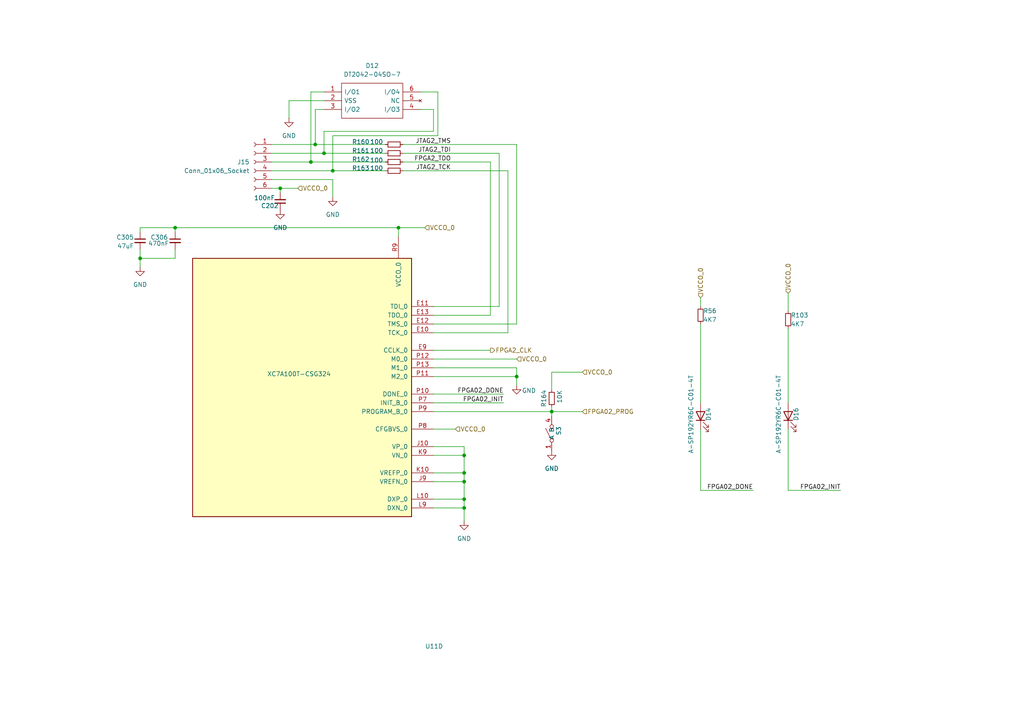
<source format=kicad_sch>
(kicad_sch
	(version 20231120)
	(generator "eeschema")
	(generator_version "8.0")
	(uuid "fe082147-dae1-4c5d-b480-f7822f6f6c8e")
	(paper "A4")
	(title_block
		(title "RASBB")
		(date "2025-02-02")
		(rev "01")
		(company "Mina Daneshpajouh")
	)
	(lib_symbols
		(symbol "Connector:Conn_01x06_Socket"
			(pin_names
				(offset 1.016) hide)
			(exclude_from_sim no)
			(in_bom yes)
			(on_board yes)
			(property "Reference" "J1"
				(at 1.27 0.0001 0)
				(effects
					(font
						(size 1.27 1.27)
					)
					(justify left)
				)
			)
			(property "Value" "Conn_01x06_Socket"
				(at 1.27 -2.5399 0)
				(effects
					(font
						(size 1.27 1.27)
					)
					(justify left)
				)
			)
			(property "Footprint" "Connector_PinHeader_2.54mm:PinHeader_1x06_P2.54mm_Vertical"
				(at 0 0 0)
				(effects
					(font
						(size 1.27 1.27)
					)
					(hide yes)
				)
			)
			(property "Datasheet" "https://www.lcsc.com/datasheet/lcsc_datasheet_2311231230_TE-Connectivity-104344-4_C5474377.pdf"
				(at 0 0 0)
				(effects
					(font
						(size 1.27 1.27)
					)
					(hide yes)
				)
			)
			(property "Description" "Generic connector, single row, 01x06, script generated"
				(at 0 0 0)
				(effects
					(font
						(size 1.27 1.27)
					)
					(hide yes)
				)
			)
			(property "Mfr. Part #" "104344-4 "
				(at 0 0 0)
				(effects
					(font
						(size 1.27 1.27)
					)
					(hide yes)
				)
			)
			(property "LCSC Part #" "C5474377"
				(at 0 0 0)
				(effects
					(font
						(size 1.27 1.27)
					)
					(hide yes)
				)
			)
			(property "ki_locked" ""
				(at 0 0 0)
				(effects
					(font
						(size 1.27 1.27)
					)
				)
			)
			(property "ki_keywords" "connector"
				(at 0 0 0)
				(effects
					(font
						(size 1.27 1.27)
					)
					(hide yes)
				)
			)
			(property "ki_fp_filters" "Connector*:*_1x??_*"
				(at 0 0 0)
				(effects
					(font
						(size 1.27 1.27)
					)
					(hide yes)
				)
			)
			(symbol "Conn_01x06_Socket_1_1"
				(arc
					(start 0 -7.112)
					(mid -0.5058 -7.62)
					(end 0 -8.128)
					(stroke
						(width 0.1524)
						(type default)
					)
					(fill
						(type none)
					)
				)
				(arc
					(start 0 -4.572)
					(mid -0.5058 -5.08)
					(end 0 -5.588)
					(stroke
						(width 0.1524)
						(type default)
					)
					(fill
						(type none)
					)
				)
				(arc
					(start 0 -2.032)
					(mid -0.5058 -2.54)
					(end 0 -3.048)
					(stroke
						(width 0.1524)
						(type default)
					)
					(fill
						(type none)
					)
				)
				(polyline
					(pts
						(xy -1.27 -7.62) (xy -0.508 -7.62)
					)
					(stroke
						(width 0.1524)
						(type default)
					)
					(fill
						(type none)
					)
				)
				(polyline
					(pts
						(xy -1.27 -5.08) (xy -0.508 -5.08)
					)
					(stroke
						(width 0.1524)
						(type default)
					)
					(fill
						(type none)
					)
				)
				(polyline
					(pts
						(xy -1.27 -2.54) (xy -0.508 -2.54)
					)
					(stroke
						(width 0.1524)
						(type default)
					)
					(fill
						(type none)
					)
				)
				(polyline
					(pts
						(xy -1.27 0) (xy -0.508 0)
					)
					(stroke
						(width 0.1524)
						(type default)
					)
					(fill
						(type none)
					)
				)
				(polyline
					(pts
						(xy -1.27 2.54) (xy -0.508 2.54)
					)
					(stroke
						(width 0.1524)
						(type default)
					)
					(fill
						(type none)
					)
				)
				(polyline
					(pts
						(xy -1.27 5.08) (xy -0.508 5.08)
					)
					(stroke
						(width 0.1524)
						(type default)
					)
					(fill
						(type none)
					)
				)
				(arc
					(start 0 0.508)
					(mid -0.5058 0)
					(end 0 -0.508)
					(stroke
						(width 0.1524)
						(type default)
					)
					(fill
						(type none)
					)
				)
				(arc
					(start 0 3.048)
					(mid -0.5058 2.54)
					(end 0 2.032)
					(stroke
						(width 0.1524)
						(type default)
					)
					(fill
						(type none)
					)
				)
				(arc
					(start 0 5.588)
					(mid -0.5058 5.08)
					(end 0 4.572)
					(stroke
						(width 0.1524)
						(type default)
					)
					(fill
						(type none)
					)
				)
				(pin output line
					(at -5.08 5.08 0)
					(length 3.81)
					(name "Pin_1"
						(effects
							(font
								(size 1.27 1.27)
							)
						)
					)
					(number "1"
						(effects
							(font
								(size 1.27 1.27)
							)
						)
					)
				)
				(pin output line
					(at -5.08 2.54 0)
					(length 3.81)
					(name "Pin_2"
						(effects
							(font
								(size 1.27 1.27)
							)
						)
					)
					(number "2"
						(effects
							(font
								(size 1.27 1.27)
							)
						)
					)
				)
				(pin input line
					(at -5.08 0 0)
					(length 3.81)
					(name "Pin_3"
						(effects
							(font
								(size 1.27 1.27)
							)
						)
					)
					(number "3"
						(effects
							(font
								(size 1.27 1.27)
							)
						)
					)
				)
				(pin output line
					(at -5.08 -2.54 0)
					(length 3.81)
					(name "Pin_4"
						(effects
							(font
								(size 1.27 1.27)
							)
						)
					)
					(number "4"
						(effects
							(font
								(size 1.27 1.27)
							)
						)
					)
				)
				(pin passive line
					(at -5.08 -5.08 0)
					(length 3.81)
					(name "Pin_5"
						(effects
							(font
								(size 1.27 1.27)
							)
						)
					)
					(number "5"
						(effects
							(font
								(size 1.27 1.27)
							)
						)
					)
				)
				(pin power_in line
					(at -5.08 -7.62 0)
					(length 3.81)
					(name "Pin_6"
						(effects
							(font
								(size 1.27 1.27)
							)
						)
					)
					(number "6"
						(effects
							(font
								(size 1.27 1.27)
							)
						)
					)
				)
			)
		)
		(symbol "Device:C_Small"
			(pin_numbers hide)
			(pin_names
				(offset 0.254) hide)
			(exclude_from_sim no)
			(in_bom yes)
			(on_board yes)
			(property "Reference" "C"
				(at 0.254 1.778 0)
				(effects
					(font
						(size 1.27 1.27)
					)
					(justify left)
				)
			)
			(property "Value" "C_Small"
				(at 0.254 -2.032 0)
				(effects
					(font
						(size 1.27 1.27)
					)
					(justify left)
				)
			)
			(property "Footprint" ""
				(at 0 0 0)
				(effects
					(font
						(size 1.27 1.27)
					)
					(hide yes)
				)
			)
			(property "Datasheet" "~"
				(at 0 0 0)
				(effects
					(font
						(size 1.27 1.27)
					)
					(hide yes)
				)
			)
			(property "Description" "Unpolarized capacitor, small symbol"
				(at 0 0 0)
				(effects
					(font
						(size 1.27 1.27)
					)
					(hide yes)
				)
			)
			(property "ki_keywords" "capacitor cap"
				(at 0 0 0)
				(effects
					(font
						(size 1.27 1.27)
					)
					(hide yes)
				)
			)
			(property "ki_fp_filters" "C_*"
				(at 0 0 0)
				(effects
					(font
						(size 1.27 1.27)
					)
					(hide yes)
				)
			)
			(symbol "C_Small_0_1"
				(polyline
					(pts
						(xy -1.524 -0.508) (xy 1.524 -0.508)
					)
					(stroke
						(width 0.3302)
						(type default)
					)
					(fill
						(type none)
					)
				)
				(polyline
					(pts
						(xy -1.524 0.508) (xy 1.524 0.508)
					)
					(stroke
						(width 0.3048)
						(type default)
					)
					(fill
						(type none)
					)
				)
			)
			(symbol "C_Small_1_1"
				(pin passive line
					(at 0 2.54 270)
					(length 2.032)
					(name "~"
						(effects
							(font
								(size 1.27 1.27)
							)
						)
					)
					(number "1"
						(effects
							(font
								(size 1.27 1.27)
							)
						)
					)
				)
				(pin passive line
					(at 0 -2.54 90)
					(length 2.032)
					(name "~"
						(effects
							(font
								(size 1.27 1.27)
							)
						)
					)
					(number "2"
						(effects
							(font
								(size 1.27 1.27)
							)
						)
					)
				)
			)
		)
		(symbol "Device:LED"
			(pin_numbers hide)
			(pin_names
				(offset 1.016) hide)
			(exclude_from_sim no)
			(in_bom yes)
			(on_board yes)
			(property "Reference" "D"
				(at 0 2.54 0)
				(effects
					(font
						(size 1.27 1.27)
					)
				)
			)
			(property "Value" "LED"
				(at 0 -2.54 0)
				(effects
					(font
						(size 1.27 1.27)
					)
				)
			)
			(property "Footprint" ""
				(at 0 0 0)
				(effects
					(font
						(size 1.27 1.27)
					)
					(hide yes)
				)
			)
			(property "Datasheet" "~"
				(at 0 0 0)
				(effects
					(font
						(size 1.27 1.27)
					)
					(hide yes)
				)
			)
			(property "Description" "Light emitting diode"
				(at 0 0 0)
				(effects
					(font
						(size 1.27 1.27)
					)
					(hide yes)
				)
			)
			(property "ki_keywords" "LED diode"
				(at 0 0 0)
				(effects
					(font
						(size 1.27 1.27)
					)
					(hide yes)
				)
			)
			(property "ki_fp_filters" "LED* LED_SMD:* LED_THT:*"
				(at 0 0 0)
				(effects
					(font
						(size 1.27 1.27)
					)
					(hide yes)
				)
			)
			(symbol "LED_0_1"
				(polyline
					(pts
						(xy -1.27 -1.27) (xy -1.27 1.27)
					)
					(stroke
						(width 0.254)
						(type default)
					)
					(fill
						(type none)
					)
				)
				(polyline
					(pts
						(xy -1.27 0) (xy 1.27 0)
					)
					(stroke
						(width 0)
						(type default)
					)
					(fill
						(type none)
					)
				)
				(polyline
					(pts
						(xy 1.27 -1.27) (xy 1.27 1.27) (xy -1.27 0) (xy 1.27 -1.27)
					)
					(stroke
						(width 0.254)
						(type default)
					)
					(fill
						(type none)
					)
				)
				(polyline
					(pts
						(xy -3.048 -0.762) (xy -4.572 -2.286) (xy -3.81 -2.286) (xy -4.572 -2.286) (xy -4.572 -1.524)
					)
					(stroke
						(width 0)
						(type default)
					)
					(fill
						(type none)
					)
				)
				(polyline
					(pts
						(xy -1.778 -0.762) (xy -3.302 -2.286) (xy -2.54 -2.286) (xy -3.302 -2.286) (xy -3.302 -1.524)
					)
					(stroke
						(width 0)
						(type default)
					)
					(fill
						(type none)
					)
				)
			)
			(symbol "LED_1_1"
				(pin passive line
					(at -3.81 0 0)
					(length 2.54)
					(name "K"
						(effects
							(font
								(size 1.27 1.27)
							)
						)
					)
					(number "1"
						(effects
							(font
								(size 1.27 1.27)
							)
						)
					)
				)
				(pin passive line
					(at 3.81 0 180)
					(length 2.54)
					(name "A"
						(effects
							(font
								(size 1.27 1.27)
							)
						)
					)
					(number "2"
						(effects
							(font
								(size 1.27 1.27)
							)
						)
					)
				)
			)
		)
		(symbol "Device:R_Small"
			(pin_numbers hide)
			(pin_names
				(offset 0.254) hide)
			(exclude_from_sim no)
			(in_bom yes)
			(on_board yes)
			(property "Reference" "R"
				(at 0.762 0.508 0)
				(effects
					(font
						(size 1.27 1.27)
					)
					(justify left)
				)
			)
			(property "Value" "R_Small"
				(at 0.762 -1.016 0)
				(effects
					(font
						(size 1.27 1.27)
					)
					(justify left)
				)
			)
			(property "Footprint" ""
				(at 0 0 0)
				(effects
					(font
						(size 1.27 1.27)
					)
					(hide yes)
				)
			)
			(property "Datasheet" "~"
				(at 0 0 0)
				(effects
					(font
						(size 1.27 1.27)
					)
					(hide yes)
				)
			)
			(property "Description" "Resistor, small symbol"
				(at 0 0 0)
				(effects
					(font
						(size 1.27 1.27)
					)
					(hide yes)
				)
			)
			(property "ki_keywords" "R resistor"
				(at 0 0 0)
				(effects
					(font
						(size 1.27 1.27)
					)
					(hide yes)
				)
			)
			(property "ki_fp_filters" "R_*"
				(at 0 0 0)
				(effects
					(font
						(size 1.27 1.27)
					)
					(hide yes)
				)
			)
			(symbol "R_Small_0_1"
				(rectangle
					(start -0.762 1.778)
					(end 0.762 -1.778)
					(stroke
						(width 0.2032)
						(type default)
					)
					(fill
						(type none)
					)
				)
			)
			(symbol "R_Small_1_1"
				(pin passive line
					(at 0 2.54 270)
					(length 0.762)
					(name "~"
						(effects
							(font
								(size 1.27 1.27)
							)
						)
					)
					(number "1"
						(effects
							(font
								(size 1.27 1.27)
							)
						)
					)
				)
				(pin passive line
					(at 0 -2.54 90)
					(length 0.762)
					(name "~"
						(effects
							(font
								(size 1.27 1.27)
							)
						)
					)
					(number "2"
						(effects
							(font
								(size 1.27 1.27)
							)
						)
					)
				)
			)
		)
		(symbol "FPGA_Xilinx_Artix7:XC7A100T-CSG324"
			(pin_names
				(offset 1.016)
			)
			(exclude_from_sim no)
			(in_bom yes)
			(on_board yes)
			(property "Reference" "U11"
				(at 40.894 -78.232 0)
				(effects
					(font
						(size 1.27 1.27)
					)
					(justify right)
				)
			)
			(property "Value" "XC7A100T-CSG324"
				(at 8.382 0.762 0)
				(effects
					(font
						(size 1.27 1.27)
					)
					(justify right)
				)
			)
			(property "Footprint" "RASBB:BGA324C80P18X18_1500X1500X150"
				(at 0 0 0)
				(effects
					(font
						(size 1.27 1.27)
					)
					(hide yes)
				)
			)
			(property "Datasheet" ""
				(at 0 0 0)
				(effects
					(font
						(size 1.27 1.27)
					)
				)
			)
			(property "Description" "Artix 7 T 100 XC7A100T-CSG324"
				(at 0 0 0)
				(effects
					(font
						(size 1.27 1.27)
					)
					(hide yes)
				)
			)
			(property "Mfr. Part # " "XC7A100T-2CSG324I "
				(at 0 0 0)
				(effects
					(font
						(size 1.27 1.27)
					)
					(hide yes)
				)
			)
			(property "LCSC Part #" "C1521791"
				(at 0 0 0)
				(effects
					(font
						(size 1.27 1.27)
					)
					(hide yes)
				)
			)
			(property "Mfr. Part #" "XC7A100T-2CSG324I "
				(at 0 0 0)
				(effects
					(font
						(size 1.27 1.27)
					)
					(hide yes)
				)
			)
			(property "ki_locked" ""
				(at 0 0 0)
				(effects
					(font
						(size 1.27 1.27)
					)
				)
			)
			(property "ki_keywords" "FPGA"
				(at 0 0 0)
				(effects
					(font
						(size 1.27 1.27)
					)
					(hide yes)
				)
			)
			(symbol "XC7A100T-CSG324_1_1"
				(rectangle
					(start -44.45 67.31)
					(end 44.45 -73.66)
					(stroke
						(width 0.254)
						(type default)
					)
					(fill
						(type background)
					)
				)
				(pin no_connect line
					(at 50.8 33.02 180)
					(length 6.35)
					(name "IO_L4N_T0_15"
						(effects
							(font
								(size 1.27 1.27)
							)
						)
					)
					(number "A11"
						(effects
							(font
								(size 1.27 1.27)
							)
						)
					)
				)
				(pin bidirectional line
					(at 50.8 10.16 180)
					(length 6.35)
					(name "IO_L9P_T1_DQS_AD3P_15"
						(effects
							(font
								(size 1.27 1.27)
							)
						)
					)
					(number "A13"
						(effects
							(font
								(size 1.27 1.27)
							)
						)
					)
				)
				(pin bidirectional line
					(at 50.8 7.62 180)
					(length 6.35)
					(name "IO_L9N_T1_DQS_AD3N_15"
						(effects
							(font
								(size 1.27 1.27)
							)
						)
					)
					(number "A14"
						(effects
							(font
								(size 1.27 1.27)
							)
						)
					)
				)
				(pin bidirectional line
					(at 50.8 15.24 180)
					(length 6.35)
					(name "IO_L8P_T1_AD10P_15"
						(effects
							(font
								(size 1.27 1.27)
							)
						)
					)
					(number "A15"
						(effects
							(font
								(size 1.27 1.27)
							)
						)
					)
				)
				(pin bidirectional line
					(at 50.8 12.7 180)
					(length 6.35)
					(name "IO_L8N_T1_AD10N_15"
						(effects
							(font
								(size 1.27 1.27)
							)
						)
					)
					(number "A16"
						(effects
							(font
								(size 1.27 1.27)
							)
						)
					)
				)
				(pin power_in line
					(at 27.94 73.66 270)
					(length 6.35)
					(name "VCCO_15"
						(effects
							(font
								(size 1.27 1.27)
							)
						)
					)
					(number "A17"
						(effects
							(font
								(size 1.27 1.27)
							)
						)
					)
				)
				(pin bidirectional line
					(at 50.8 2.54 180)
					(length 6.35)
					(name "IO_L10N_T1_AD11N_15"
						(effects
							(font
								(size 1.27 1.27)
							)
						)
					)
					(number "A18"
						(effects
							(font
								(size 1.27 1.27)
							)
						)
					)
				)
				(pin no_connect line
					(at 50.8 35.56 180)
					(length 6.35)
					(name "IO_L4P_T0_15"
						(effects
							(font
								(size 1.27 1.27)
							)
						)
					)
					(number "B11"
						(effects
							(font
								(size 1.27 1.27)
							)
						)
					)
				)
				(pin bidirectional line
					(at 50.8 38.1 180)
					(length 6.35)
					(name "IO_L3N_T0_DQS_AD1N_15"
						(effects
							(font
								(size 1.27 1.27)
							)
						)
					)
					(number "B12"
						(effects
							(font
								(size 1.27 1.27)
							)
						)
					)
				)
				(pin bidirectional line
					(at 50.8 45.72 180)
					(length 6.35)
					(name "IO_L2P_T0_AD8P_15"
						(effects
							(font
								(size 1.27 1.27)
							)
						)
					)
					(number "B13"
						(effects
							(font
								(size 1.27 1.27)
							)
						)
					)
				)
				(pin bidirectional line
					(at 50.8 43.18 180)
					(length 6.35)
					(name "IO_L2N_T0_AD8N_15"
						(effects
							(font
								(size 1.27 1.27)
							)
						)
					)
					(number "B14"
						(effects
							(font
								(size 1.27 1.27)
							)
						)
					)
				)
				(pin bidirectional line
					(at 50.8 20.32 180)
					(length 6.35)
					(name "IO_L7P_T1_AD2P_15"
						(effects
							(font
								(size 1.27 1.27)
							)
						)
					)
					(number "B16"
						(effects
							(font
								(size 1.27 1.27)
							)
						)
					)
				)
				(pin bidirectional line
					(at 50.8 17.78 180)
					(length 6.35)
					(name "IO_L7N_T1_AD2N_15"
						(effects
							(font
								(size 1.27 1.27)
							)
						)
					)
					(number "B17"
						(effects
							(font
								(size 1.27 1.27)
							)
						)
					)
				)
				(pin bidirectional line
					(at 50.8 5.08 180)
					(length 6.35)
					(name "IO_L10P_T1_AD11P_15"
						(effects
							(font
								(size 1.27 1.27)
							)
						)
					)
					(number "B18"
						(effects
							(font
								(size 1.27 1.27)
							)
						)
					)
				)
				(pin bidirectional line
					(at 50.8 40.64 180)
					(length 6.35)
					(name "IO_L3P_T0_DQS_AD1P_15"
						(effects
							(font
								(size 1.27 1.27)
							)
						)
					)
					(number "C12"
						(effects
							(font
								(size 1.27 1.27)
							)
						)
					)
				)
				(pin power_in line
					(at 30.48 73.66 270)
					(length 6.35)
					(name "VCCO_15"
						(effects
							(font
								(size 1.27 1.27)
							)
						)
					)
					(number "C13"
						(effects
							(font
								(size 1.27 1.27)
							)
						)
					)
				)
				(pin bidirectional line
					(at 50.8 48.26 180)
					(length 6.35)
					(name "IO_L1N_T0_AD0N_15"
						(effects
							(font
								(size 1.27 1.27)
							)
						)
					)
					(number "C14"
						(effects
							(font
								(size 1.27 1.27)
							)
						)
					)
				)
				(pin bidirectional line
					(at 50.8 -7.62 180)
					(length 6.35)
					(name "IO_L12N_T1_MRCC_15"
						(effects
							(font
								(size 1.27 1.27)
							)
						)
					)
					(number "C15"
						(effects
							(font
								(size 1.27 1.27)
							)
						)
					)
				)
				(pin bidirectional line
					(at 50.8 -45.72 180)
					(length 6.35)
					(name "IO_L20P_T3_A20_15"
						(effects
							(font
								(size 1.27 1.27)
							)
						)
					)
					(number "C16"
						(effects
							(font
								(size 1.27 1.27)
							)
						)
					)
				)
				(pin bidirectional line
					(at 50.8 -48.26 180)
					(length 6.35)
					(name "IO_L20N_T3_A19_15"
						(effects
							(font
								(size 1.27 1.27)
							)
						)
					)
					(number "C17"
						(effects
							(font
								(size 1.27 1.27)
							)
						)
					)
				)
				(pin bidirectional line
					(at 50.8 25.4 180)
					(length 6.35)
					(name "IO_L6P_T0_15"
						(effects
							(font
								(size 1.27 1.27)
							)
						)
					)
					(number "D12"
						(effects
							(font
								(size 1.27 1.27)
							)
						)
					)
				)
				(pin bidirectional line
					(at 50.8 22.86 180)
					(length 6.35)
					(name "IO_L6N_T0_VREF_15"
						(effects
							(font
								(size 1.27 1.27)
							)
						)
					)
					(number "D13"
						(effects
							(font
								(size 1.27 1.27)
							)
						)
					)
				)
				(pin bidirectional line
					(at 50.8 50.8 180)
					(length 6.35)
					(name "IO_L1P_T0_AD0P_15"
						(effects
							(font
								(size 1.27 1.27)
							)
						)
					)
					(number "D14"
						(effects
							(font
								(size 1.27 1.27)
							)
						)
					)
				)
				(pin bidirectional line
					(at 50.8 -5.08 180)
					(length 6.35)
					(name "IO_L12P_T1_MRCC_15"
						(effects
							(font
								(size 1.27 1.27)
							)
						)
					)
					(number "D15"
						(effects
							(font
								(size 1.27 1.27)
							)
						)
					)
				)
				(pin power_in line
					(at 33.02 73.66 270)
					(length 6.35)
					(name "VCCO_15"
						(effects
							(font
								(size 1.27 1.27)
							)
						)
					)
					(number "D16"
						(effects
							(font
								(size 1.27 1.27)
							)
						)
					)
				)
				(pin bidirectional line
					(at 50.8 -27.94 180)
					(length 6.35)
					(name "IO_L16N_T2_A27_15"
						(effects
							(font
								(size 1.27 1.27)
							)
						)
					)
					(number "D17"
						(effects
							(font
								(size 1.27 1.27)
							)
						)
					)
				)
				(pin bidirectional line
					(at 50.8 -53.34 180)
					(length 6.35)
					(name "IO_L21N_T3_DQS_A18_15"
						(effects
							(font
								(size 1.27 1.27)
							)
						)
					)
					(number "D18"
						(effects
							(font
								(size 1.27 1.27)
							)
						)
					)
				)
				(pin bidirectional line
					(at 50.8 0 180)
					(length 6.35)
					(name "IO_L11P_T1_SRCC_15"
						(effects
							(font
								(size 1.27 1.27)
							)
						)
					)
					(number "E15"
						(effects
							(font
								(size 1.27 1.27)
							)
						)
					)
				)
				(pin bidirectional line
					(at 50.8 -2.54 180)
					(length 6.35)
					(name "IO_L11N_T1_SRCC_15"
						(effects
							(font
								(size 1.27 1.27)
							)
						)
					)
					(number "E16"
						(effects
							(font
								(size 1.27 1.27)
							)
						)
					)
				)
				(pin bidirectional line
					(at 50.8 -25.4 180)
					(length 6.35)
					(name "IO_L16P_T2_A28_15"
						(effects
							(font
								(size 1.27 1.27)
							)
						)
					)
					(number "E17"
						(effects
							(font
								(size 1.27 1.27)
							)
						)
					)
				)
				(pin bidirectional line
					(at 50.8 -50.8 180)
					(length 6.35)
					(name "IO_L21P_T3_DQS_15"
						(effects
							(font
								(size 1.27 1.27)
							)
						)
					)
					(number "E18"
						(effects
							(font
								(size 1.27 1.27)
							)
						)
					)
				)
				(pin no_connect line
					(at 50.8 30.48 180)
					(length 6.35)
					(name "IO_L5P_T0_AD9P_15"
						(effects
							(font
								(size 1.27 1.27)
							)
						)
					)
					(number "F13"
						(effects
							(font
								(size 1.27 1.27)
							)
						)
					)
				)
				(pin no_connect line
					(at 50.8 27.94 180)
					(length 6.35)
					(name "IO_L5N_T0_AD9N_15"
						(effects
							(font
								(size 1.27 1.27)
							)
						)
					)
					(number "F14"
						(effects
							(font
								(size 1.27 1.27)
							)
						)
					)
				)
				(pin bidirectional line
					(at 50.8 -15.24 180)
					(length 6.35)
					(name "IO_L14P_T2_SRCC_15"
						(effects
							(font
								(size 1.27 1.27)
							)
						)
					)
					(number "F15"
						(effects
							(font
								(size 1.27 1.27)
							)
						)
					)
				)
				(pin bidirectional line
					(at 50.8 -17.78 180)
					(length 6.35)
					(name "IO_L14N_T2_SRCC_15"
						(effects
							(font
								(size 1.27 1.27)
							)
						)
					)
					(number "F16"
						(effects
							(font
								(size 1.27 1.27)
							)
						)
					)
				)
				(pin bidirectional line
					(at 50.8 -58.42 180)
					(length 6.35)
					(name "IO_L22N_T3_A16_15"
						(effects
							(font
								(size 1.27 1.27)
							)
						)
					)
					(number "F18"
						(effects
							(font
								(size 1.27 1.27)
							)
						)
					)
				)
				(pin bidirectional line
					(at 50.8 53.34 180)
					(length 6.35)
					(name "IO_0_15"
						(effects
							(font
								(size 1.27 1.27)
							)
						)
					)
					(number "G13"
						(effects
							(font
								(size 1.27 1.27)
							)
						)
					)
				)
				(pin no_connect line
					(at 50.8 -22.86 180)
					(length 6.35)
					(name "IO_L15N_T2_DQS_ADV_B_15"
						(effects
							(font
								(size 1.27 1.27)
							)
						)
					)
					(number "G14"
						(effects
							(font
								(size 1.27 1.27)
							)
						)
					)
				)
				(pin power_in line
					(at 35.56 73.66 270)
					(length 6.35)
					(name "VCCO_15"
						(effects
							(font
								(size 1.27 1.27)
							)
						)
					)
					(number "G15"
						(effects
							(font
								(size 1.27 1.27)
							)
						)
					)
				)
				(pin bidirectional line
					(at 50.8 -12.7 180)
					(length 6.35)
					(name "IO_L13N_T2_MRCC_15"
						(effects
							(font
								(size 1.27 1.27)
							)
						)
					)
					(number "G16"
						(effects
							(font
								(size 1.27 1.27)
							)
						)
					)
				)
				(pin bidirectional line
					(at 50.8 -38.1 180)
					(length 6.35)
					(name "IO_L18N_T2_A23_15"
						(effects
							(font
								(size 1.27 1.27)
							)
						)
					)
					(number "G17"
						(effects
							(font
								(size 1.27 1.27)
							)
						)
					)
				)
				(pin bidirectional line
					(at 50.8 -55.88 180)
					(length 6.35)
					(name "IO_L22P_T3_A17_15"
						(effects
							(font
								(size 1.27 1.27)
							)
						)
					)
					(number "G18"
						(effects
							(font
								(size 1.27 1.27)
							)
						)
					)
				)
				(pin bidirectional line
					(at 50.8 -20.32 180)
					(length 6.35)
					(name "IO_L15P_T2_DQS_15"
						(effects
							(font
								(size 1.27 1.27)
							)
						)
					)
					(number "H14"
						(effects
							(font
								(size 1.27 1.27)
							)
						)
					)
				)
				(pin bidirectional line
					(at 50.8 -43.18 180)
					(length 6.35)
					(name "IO_L19N_T3_A21_VREF_15"
						(effects
							(font
								(size 1.27 1.27)
							)
						)
					)
					(number "H15"
						(effects
							(font
								(size 1.27 1.27)
							)
						)
					)
				)
				(pin bidirectional line
					(at 50.8 -10.16 180)
					(length 6.35)
					(name "IO_L13P_T2_MRCC_15"
						(effects
							(font
								(size 1.27 1.27)
							)
						)
					)
					(number "H16"
						(effects
							(font
								(size 1.27 1.27)
							)
						)
					)
				)
				(pin bidirectional line
					(at 50.8 -35.56 180)
					(length 6.35)
					(name "IO_L18P_T2_A24_15"
						(effects
							(font
								(size 1.27 1.27)
							)
						)
					)
					(number "H17"
						(effects
							(font
								(size 1.27 1.27)
							)
						)
					)
				)
				(pin power_in line
					(at 38.1 73.66 270)
					(length 6.35)
					(name "VCCO_15"
						(effects
							(font
								(size 1.27 1.27)
							)
						)
					)
					(number "H18"
						(effects
							(font
								(size 1.27 1.27)
							)
						)
					)
				)
				(pin bidirectional line
					(at 50.8 -33.02 180)
					(length 6.35)
					(name "IO_L17N_T2_A25_15"
						(effects
							(font
								(size 1.27 1.27)
							)
						)
					)
					(number "J13"
						(effects
							(font
								(size 1.27 1.27)
							)
						)
					)
				)
				(pin bidirectional line
					(at 50.8 -40.64 180)
					(length 6.35)
					(name "IO_L19P_T3_A22_15"
						(effects
							(font
								(size 1.27 1.27)
							)
						)
					)
					(number "J14"
						(effects
							(font
								(size 1.27 1.27)
							)
						)
					)
				)
				(pin bidirectional line
					(at 50.8 -68.58 180)
					(length 6.35)
					(name "IO_L24N_T3_RS0_15"
						(effects
							(font
								(size 1.27 1.27)
							)
						)
					)
					(number "J15"
						(effects
							(font
								(size 1.27 1.27)
							)
						)
					)
				)
				(pin bidirectional line
					(at 50.8 -60.96 180)
					(length 6.35)
					(name "IO_L23P_T3_FOE_B_15"
						(effects
							(font
								(size 1.27 1.27)
							)
						)
					)
					(number "J17"
						(effects
							(font
								(size 1.27 1.27)
							)
						)
					)
				)
				(pin bidirectional line
					(at 50.8 -63.5 180)
					(length 6.35)
					(name "IO_L23N_T3_FWE_B_15"
						(effects
							(font
								(size 1.27 1.27)
							)
						)
					)
					(number "J18"
						(effects
							(font
								(size 1.27 1.27)
							)
						)
					)
				)
				(pin no_connect line
					(at 50.8 -30.48 180)
					(length 6.35)
					(name "IO_L17P_T2_A26_15"
						(effects
							(font
								(size 1.27 1.27)
							)
						)
					)
					(number "K13"
						(effects
							(font
								(size 1.27 1.27)
							)
						)
					)
				)
				(pin power_in line
					(at 40.64 73.66 270)
					(length 6.35)
					(name "VCCO_15"
						(effects
							(font
								(size 1.27 1.27)
							)
						)
					)
					(number "K14"
						(effects
							(font
								(size 1.27 1.27)
							)
						)
					)
				)
				(pin bidirectional line
					(at 50.8 -66.04 180)
					(length 6.35)
					(name "IO_L24P_T3_RS1_15"
						(effects
							(font
								(size 1.27 1.27)
							)
						)
					)
					(number "K15"
						(effects
							(font
								(size 1.27 1.27)
							)
						)
					)
				)
				(pin bidirectional line
					(at 50.8 -71.12 180)
					(length 6.35)
					(name "IO_25_15"
						(effects
							(font
								(size 1.27 1.27)
							)
						)
					)
					(number "K16"
						(effects
							(font
								(size 1.27 1.27)
							)
						)
					)
				)
				(pin bidirectional line
					(at -50.8 50.8 0)
					(length 6.35)
					(name "IO_L1P_T0_D00_MOSI_14"
						(effects
							(font
								(size 1.27 1.27)
							)
						)
					)
					(number "K17"
						(effects
							(font
								(size 1.27 1.27)
							)
						)
					)
				)
				(pin bidirectional line
					(at -50.8 48.26 0)
					(length 6.35)
					(name "IO_L1N_T0_D01_DIN_14"
						(effects
							(font
								(size 1.27 1.27)
							)
						)
					)
					(number "K18"
						(effects
							(font
								(size 1.27 1.27)
							)
						)
					)
				)
				(pin bidirectional line
					(at -50.8 25.4 0)
					(length 6.35)
					(name "IO_L6P_T0_FCS_B_14"
						(effects
							(font
								(size 1.27 1.27)
							)
						)
					)
					(number "L13"
						(effects
							(font
								(size 1.27 1.27)
							)
						)
					)
				)
				(pin no_connect line
					(at -50.8 45.72 0)
					(length 6.35)
					(name "IO_L2P_T0_D02_14"
						(effects
							(font
								(size 1.27 1.27)
							)
						)
					)
					(number "L14"
						(effects
							(font
								(size 1.27 1.27)
							)
						)
					)
				)
				(pin no_connect line
					(at -50.8 40.64 0)
					(length 6.35)
					(name "IO_L3P_T0_DQS_PUDC_B_14"
						(effects
							(font
								(size 1.27 1.27)
							)
						)
					)
					(number "L15"
						(effects
							(font
								(size 1.27 1.27)
							)
						)
					)
				)
				(pin no_connect line
					(at -50.8 38.1 0)
					(length 6.35)
					(name "IO_L3N_T0_DQS_EMCCLK_14"
						(effects
							(font
								(size 1.27 1.27)
							)
						)
					)
					(number "L16"
						(effects
							(font
								(size 1.27 1.27)
							)
						)
					)
				)
				(pin power_in line
					(at -40.64 73.66 270)
					(length 6.35)
					(name "VCCO_14"
						(effects
							(font
								(size 1.27 1.27)
							)
						)
					)
					(number "L17"
						(effects
							(font
								(size 1.27 1.27)
							)
						)
					)
				)
				(pin bidirectional line
					(at -50.8 35.56 0)
					(length 6.35)
					(name "IO_L4P_T0_D04_14"
						(effects
							(font
								(size 1.27 1.27)
							)
						)
					)
					(number "L18"
						(effects
							(font
								(size 1.27 1.27)
							)
						)
					)
				)
				(pin no_connect line
					(at -50.8 22.86 0)
					(length 6.35)
					(name "IO_L6N_T0_D08_VREF_14"
						(effects
							(font
								(size 1.27 1.27)
							)
						)
					)
					(number "M13"
						(effects
							(font
								(size 1.27 1.27)
							)
						)
					)
				)
				(pin no_connect line
					(at -50.8 43.18 0)
					(length 6.35)
					(name "IO_L2N_T0_D03_14"
						(effects
							(font
								(size 1.27 1.27)
							)
						)
					)
					(number "M14"
						(effects
							(font
								(size 1.27 1.27)
							)
						)
					)
				)
				(pin no_connect line
					(at -50.8 5.08 0)
					(length 6.35)
					(name "IO_L10P_T1_D14_14"
						(effects
							(font
								(size 1.27 1.27)
							)
						)
					)
					(number "M16"
						(effects
							(font
								(size 1.27 1.27)
							)
						)
					)
				)
				(pin no_connect line
					(at -50.8 2.54 0)
					(length 6.35)
					(name "IO_L10N_T1_D15_14"
						(effects
							(font
								(size 1.27 1.27)
							)
						)
					)
					(number "M17"
						(effects
							(font
								(size 1.27 1.27)
							)
						)
					)
				)
				(pin no_connect line
					(at -50.8 33.02 0)
					(length 6.35)
					(name "IO_L4N_T0_D05_14"
						(effects
							(font
								(size 1.27 1.27)
							)
						)
					)
					(number "M18"
						(effects
							(font
								(size 1.27 1.27)
							)
						)
					)
				)
				(pin power_in line
					(at -38.1 73.66 270)
					(length 6.35)
					(name "VCCO_14"
						(effects
							(font
								(size 1.27 1.27)
							)
						)
					)
					(number "N13"
						(effects
							(font
								(size 1.27 1.27)
							)
						)
					)
				)
				(pin no_connect line
					(at -50.8 15.24 0)
					(length 6.35)
					(name "IO_L8P_T1_D11_14"
						(effects
							(font
								(size 1.27 1.27)
							)
						)
					)
					(number "N14"
						(effects
							(font
								(size 1.27 1.27)
							)
						)
					)
				)
				(pin no_connect line
					(at -50.8 0 0)
					(length 6.35)
					(name "IO_L11P_T1_SRCC_14"
						(effects
							(font
								(size 1.27 1.27)
							)
						)
					)
					(number "N15"
						(effects
							(font
								(size 1.27 1.27)
							)
						)
					)
				)
				(pin no_connect line
					(at -50.8 -2.54 0)
					(length 6.35)
					(name "IO_L11N_T1_SRCC_14"
						(effects
							(font
								(size 1.27 1.27)
							)
						)
					)
					(number "N16"
						(effects
							(font
								(size 1.27 1.27)
							)
						)
					)
				)
				(pin no_connect line
					(at -50.8 10.16 0)
					(length 6.35)
					(name "IO_L9P_T1_DQS_14"
						(effects
							(font
								(size 1.27 1.27)
							)
						)
					)
					(number "N17"
						(effects
							(font
								(size 1.27 1.27)
							)
						)
					)
				)
				(pin no_connect line
					(at -50.8 12.7 0)
					(length 6.35)
					(name "IO_L8N_T1_D12_14"
						(effects
							(font
								(size 1.27 1.27)
							)
						)
					)
					(number "P14"
						(effects
							(font
								(size 1.27 1.27)
							)
						)
					)
				)
				(pin bidirectional line
					(at -50.8 -10.16 0)
					(length 6.35)
					(name "IO_L13P_T2_MRCC_14"
						(effects
							(font
								(size 1.27 1.27)
							)
						)
					)
					(number "P15"
						(effects
							(font
								(size 1.27 1.27)
							)
						)
					)
				)
				(pin power_in line
					(at -35.56 73.66 270)
					(length 6.35)
					(name "VCCO_14"
						(effects
							(font
								(size 1.27 1.27)
							)
						)
					)
					(number "P16"
						(effects
							(font
								(size 1.27 1.27)
							)
						)
					)
				)
				(pin no_connect line
					(at -50.8 -5.08 0)
					(length 6.35)
					(name "IO_L12P_T1_MRCC_14"
						(effects
							(font
								(size 1.27 1.27)
							)
						)
					)
					(number "P17"
						(effects
							(font
								(size 1.27 1.27)
							)
						)
					)
				)
				(pin no_connect line
					(at -50.8 7.62 0)
					(length 6.35)
					(name "IO_L9N_T1_DQS_D13_14"
						(effects
							(font
								(size 1.27 1.27)
							)
						)
					)
					(number "P18"
						(effects
							(font
								(size 1.27 1.27)
							)
						)
					)
				)
				(pin no_connect line
					(at -50.8 -71.12 0)
					(length 6.35)
					(name "IO_25_14"
						(effects
							(font
								(size 1.27 1.27)
							)
						)
					)
					(number "R10"
						(effects
							(font
								(size 1.27 1.27)
							)
						)
					)
				)
				(pin no_connect line
					(at -50.8 53.34 0)
					(length 6.35)
					(name "IO_0_14"
						(effects
							(font
								(size 1.27 1.27)
							)
						)
					)
					(number "R11"
						(effects
							(font
								(size 1.27 1.27)
							)
						)
					)
				)
				(pin no_connect line
					(at -50.8 30.48 0)
					(length 6.35)
					(name "IO_L5P_T0_D06_14"
						(effects
							(font
								(size 1.27 1.27)
							)
						)
					)
					(number "R12"
						(effects
							(font
								(size 1.27 1.27)
							)
						)
					)
				)
				(pin no_connect line
					(at -50.8 27.94 0)
					(length 6.35)
					(name "IO_L5N_T0_D07_14"
						(effects
							(font
								(size 1.27 1.27)
							)
						)
					)
					(number "R13"
						(effects
							(font
								(size 1.27 1.27)
							)
						)
					)
				)
				(pin bidirectional line
					(at -50.8 -12.7 0)
					(length 6.35)
					(name "IO_L13N_T2_MRCC_14"
						(effects
							(font
								(size 1.27 1.27)
							)
						)
					)
					(number "R15"
						(effects
							(font
								(size 1.27 1.27)
							)
						)
					)
				)
				(pin bidirectional line
					(at -50.8 -20.32 0)
					(length 6.35)
					(name "IO_L15P_T2_DQS_RDWR_B_14"
						(effects
							(font
								(size 1.27 1.27)
							)
						)
					)
					(number "R16"
						(effects
							(font
								(size 1.27 1.27)
							)
						)
					)
				)
				(pin no_connect line
					(at -50.8 -7.62 0)
					(length 6.35)
					(name "IO_L12N_T1_MRCC_14"
						(effects
							(font
								(size 1.27 1.27)
							)
						)
					)
					(number "R17"
						(effects
							(font
								(size 1.27 1.27)
							)
						)
					)
				)
				(pin no_connect line
					(at -50.8 20.32 0)
					(length 6.35)
					(name "IO_L7P_T1_D09_14"
						(effects
							(font
								(size 1.27 1.27)
							)
						)
					)
					(number "R18"
						(effects
							(font
								(size 1.27 1.27)
							)
						)
					)
				)
				(pin no_connect line
					(at -50.8 -68.58 0)
					(length 6.35)
					(name "IO_L24N_T3_A00_D16_14"
						(effects
							(font
								(size 1.27 1.27)
							)
						)
					)
					(number "T10"
						(effects
							(font
								(size 1.27 1.27)
							)
						)
					)
				)
				(pin no_connect line
					(at -50.8 -40.64 0)
					(length 6.35)
					(name "IO_L19P_T3_A10_D26_14"
						(effects
							(font
								(size 1.27 1.27)
							)
						)
					)
					(number "T11"
						(effects
							(font
								(size 1.27 1.27)
							)
						)
					)
				)
				(pin power_in line
					(at -33.02 73.66 270)
					(length 6.35)
					(name "VCCO_14"
						(effects
							(font
								(size 1.27 1.27)
							)
						)
					)
					(number "T12"
						(effects
							(font
								(size 1.27 1.27)
							)
						)
					)
				)
				(pin no_connect line
					(at -50.8 -60.96 0)
					(length 6.35)
					(name "IO_L23P_T3_A03_D19_14"
						(effects
							(font
								(size 1.27 1.27)
							)
						)
					)
					(number "T13"
						(effects
							(font
								(size 1.27 1.27)
							)
						)
					)
				)
				(pin bidirectional line
					(at -50.8 -15.24 0)
					(length 6.35)
					(name "IO_L14P_T2_SRCC_14"
						(effects
							(font
								(size 1.27 1.27)
							)
						)
					)
					(number "T14"
						(effects
							(font
								(size 1.27 1.27)
							)
						)
					)
				)
				(pin bidirectional line
					(at -50.8 -17.78 0)
					(length 6.35)
					(name "IO_L14N_T2_SRCC_14"
						(effects
							(font
								(size 1.27 1.27)
							)
						)
					)
					(number "T15"
						(effects
							(font
								(size 1.27 1.27)
							)
						)
					)
				)
				(pin bidirectional line
					(at -50.8 -22.86 0)
					(length 6.35)
					(name "IO_L15N_T2_DQS_DOUT_CSO_B_14"
						(effects
							(font
								(size 1.27 1.27)
							)
						)
					)
					(number "T16"
						(effects
							(font
								(size 1.27 1.27)
							)
						)
					)
				)
				(pin no_connect line
					(at -50.8 17.78 0)
					(length 6.35)
					(name "IO_L7N_T1_D10_14"
						(effects
							(font
								(size 1.27 1.27)
							)
						)
					)
					(number "T18"
						(effects
							(font
								(size 1.27 1.27)
							)
						)
					)
				)
				(pin no_connect line
					(at -50.8 -66.04 0)
					(length 6.35)
					(name "IO_L24P_T3_A01_D17_14"
						(effects
							(font
								(size 1.27 1.27)
							)
						)
					)
					(number "T9"
						(effects
							(font
								(size 1.27 1.27)
							)
						)
					)
				)
				(pin no_connect line
					(at -50.8 -43.18 0)
					(length 6.35)
					(name "IO_L19N_T3_A09_D25_VREF_14"
						(effects
							(font
								(size 1.27 1.27)
							)
						)
					)
					(number "U11"
						(effects
							(font
								(size 1.27 1.27)
							)
						)
					)
				)
				(pin no_connect line
					(at -50.8 -45.72 0)
					(length 6.35)
					(name "IO_L20P_T3_A08_D24_14"
						(effects
							(font
								(size 1.27 1.27)
							)
						)
					)
					(number "U12"
						(effects
							(font
								(size 1.27 1.27)
							)
						)
					)
				)
				(pin no_connect line
					(at -50.8 -63.5 0)
					(length 6.35)
					(name "IO_L23N_T3_A02_D18_14"
						(effects
							(font
								(size 1.27 1.27)
							)
						)
					)
					(number "U13"
						(effects
							(font
								(size 1.27 1.27)
							)
						)
					)
				)
				(pin bidirectional line
					(at -50.8 -55.88 0)
					(length 6.35)
					(name "IO_L22P_T3_A05_D21_14"
						(effects
							(font
								(size 1.27 1.27)
							)
						)
					)
					(number "U14"
						(effects
							(font
								(size 1.27 1.27)
							)
						)
					)
				)
				(pin power_in line
					(at -30.48 73.66 270)
					(length 6.35)
					(name "VCCO_14"
						(effects
							(font
								(size 1.27 1.27)
							)
						)
					)
					(number "U15"
						(effects
							(font
								(size 1.27 1.27)
							)
						)
					)
				)
				(pin bidirectional line
					(at -50.8 -35.56 0)
					(length 6.35)
					(name "IO_L18P_T2_A12_D28_14"
						(effects
							(font
								(size 1.27 1.27)
							)
						)
					)
					(number "U16"
						(effects
							(font
								(size 1.27 1.27)
							)
						)
					)
				)
				(pin bidirectional line
					(at -50.8 -30.48 0)
					(length 6.35)
					(name "IO_L17P_T2_A14_D30_14"
						(effects
							(font
								(size 1.27 1.27)
							)
						)
					)
					(number "U17"
						(effects
							(font
								(size 1.27 1.27)
							)
						)
					)
				)
				(pin bidirectional line
					(at -50.8 -33.02 0)
					(length 6.35)
					(name "IO_L17N_T2_A13_D29_14"
						(effects
							(font
								(size 1.27 1.27)
							)
						)
					)
					(number "U18"
						(effects
							(font
								(size 1.27 1.27)
							)
						)
					)
				)
				(pin no_connect line
					(at -50.8 -50.8 0)
					(length 6.35)
					(name "IO_L21P_T3_DQS_14"
						(effects
							(font
								(size 1.27 1.27)
							)
						)
					)
					(number "V10"
						(effects
							(font
								(size 1.27 1.27)
							)
						)
					)
				)
				(pin no_connect line
					(at -50.8 -53.34 0)
					(length 6.35)
					(name "IO_L21N_T3_DQS_A06_D22_14"
						(effects
							(font
								(size 1.27 1.27)
							)
						)
					)
					(number "V11"
						(effects
							(font
								(size 1.27 1.27)
							)
						)
					)
				)
				(pin no_connect line
					(at -50.8 -48.26 0)
					(length 6.35)
					(name "IO_L20N_T3_A07_D23_14"
						(effects
							(font
								(size 1.27 1.27)
							)
						)
					)
					(number "V12"
						(effects
							(font
								(size 1.27 1.27)
							)
						)
					)
				)
				(pin bidirectional line
					(at -50.8 -58.42 0)
					(length 6.35)
					(name "IO_L22N_T3_A04_D20_14"
						(effects
							(font
								(size 1.27 1.27)
							)
						)
					)
					(number "V14"
						(effects
							(font
								(size 1.27 1.27)
							)
						)
					)
				)
				(pin bidirectional line
					(at -50.8 -25.4 0)
					(length 6.35)
					(name "IO_L16P_T2_CSI_B_14"
						(effects
							(font
								(size 1.27 1.27)
							)
						)
					)
					(number "V15"
						(effects
							(font
								(size 1.27 1.27)
							)
						)
					)
				)
				(pin bidirectional line
					(at -50.8 -27.94 0)
					(length 6.35)
					(name "IO_L16N_T2_A15_D31_14"
						(effects
							(font
								(size 1.27 1.27)
							)
						)
					)
					(number "V16"
						(effects
							(font
								(size 1.27 1.27)
							)
						)
					)
				)
				(pin bidirectional line
					(at -50.8 -38.1 0)
					(length 6.35)
					(name "IO_L18N_T2_A11_D27_14"
						(effects
							(font
								(size 1.27 1.27)
							)
						)
					)
					(number "V17"
						(effects
							(font
								(size 1.27 1.27)
							)
						)
					)
				)
				(pin power_in line
					(at -27.94 73.66 270)
					(length 6.35)
					(name "VCCO_14"
						(effects
							(font
								(size 1.27 1.27)
							)
						)
					)
					(number "V18"
						(effects
							(font
								(size 1.27 1.27)
							)
						)
					)
				)
			)
			(symbol "XC7A100T-CSG324_2_1"
				(rectangle
					(start -44.45 67.31)
					(end 44.45 -73.66)
					(stroke
						(width 0.254)
						(type default)
					)
					(fill
						(type background)
					)
				)
				(pin bidirectional line
					(at -50.8 35.56 0)
					(length 6.35)
					(name "IO_L14P_T2_SRCC_16"
						(effects
							(font
								(size 1.27 1.27)
							)
						)
					)
					(number "A10"
						(effects
							(font
								(size 1.27 1.27)
							)
						)
					)
				)
				(pin bidirectional line
					(at -50.8 43.18 0)
					(length 6.35)
					(name "IO_L12N_T1_MRCC_16"
						(effects
							(font
								(size 1.27 1.27)
							)
						)
					)
					(number "A8"
						(effects
							(font
								(size 1.27 1.27)
							)
						)
					)
				)
				(pin bidirectional line
					(at -50.8 33.02 0)
					(length 6.35)
					(name "IO_L14N_T2_SRCC_16"
						(effects
							(font
								(size 1.27 1.27)
							)
						)
					)
					(number "A9"
						(effects
							(font
								(size 1.27 1.27)
							)
						)
					)
				)
				(pin power_in line
					(at -40.64 73.66 270)
					(length 6.35)
					(name "VCCO_16"
						(effects
							(font
								(size 1.27 1.27)
							)
						)
					)
					(number "B10"
						(effects
							(font
								(size 1.27 1.27)
							)
						)
					)
				)
				(pin bidirectional line
					(at -50.8 45.72 0)
					(length 6.35)
					(name "IO_L12P_T1_MRCC_16"
						(effects
							(font
								(size 1.27 1.27)
							)
						)
					)
					(number "B8"
						(effects
							(font
								(size 1.27 1.27)
							)
						)
					)
				)
				(pin bidirectional line
					(at -50.8 48.26 0)
					(length 6.35)
					(name "IO_L11N_T1_SRCC_16"
						(effects
							(font
								(size 1.27 1.27)
							)
						)
					)
					(number "B9"
						(effects
							(font
								(size 1.27 1.27)
							)
						)
					)
				)
				(pin bidirectional line
					(at -50.8 38.1 0)
					(length 6.35)
					(name "IO_L13N_T2_MRCC_16"
						(effects
							(font
								(size 1.27 1.27)
							)
						)
					)
					(number "C10"
						(effects
							(font
								(size 1.27 1.27)
							)
						)
					)
				)
				(pin bidirectional line
					(at -50.8 40.64 0)
					(length 6.35)
					(name "IO_L13P_T2_MRCC_16"
						(effects
							(font
								(size 1.27 1.27)
							)
						)
					)
					(number "C11"
						(effects
							(font
								(size 1.27 1.27)
							)
						)
					)
				)
				(pin bidirectional line
					(at -50.8 50.8 0)
					(length 6.35)
					(name "IO_L11P_T1_SRCC_16"
						(effects
							(font
								(size 1.27 1.27)
							)
						)
					)
					(number "C9"
						(effects
							(font
								(size 1.27 1.27)
							)
						)
					)
				)
				(pin bidirectional line
					(at -50.8 30.48 0)
					(length 6.35)
					(name "IO_L19N_T3_VREF_16"
						(effects
							(font
								(size 1.27 1.27)
							)
						)
					)
					(number "D10"
						(effects
							(font
								(size 1.27 1.27)
							)
						)
					)
				)
				(pin bidirectional line
					(at -50.8 53.34 0)
					(length 6.35)
					(name "IO_L6N_T0_VREF_16"
						(effects
							(font
								(size 1.27 1.27)
							)
						)
					)
					(number "D9"
						(effects
							(font
								(size 1.27 1.27)
							)
						)
					)
				)
				(pin bidirectional line
					(at 50.8 45.72 180)
					(length 6.35)
					(name "IO_L2P_T0_34"
						(effects
							(font
								(size 1.27 1.27)
							)
						)
					)
					(number "K3"
						(effects
							(font
								(size 1.27 1.27)
							)
						)
					)
				)
				(pin power_in line
					(at 27.94 73.66 270)
					(length 6.35)
					(name "VCCO_34"
						(effects
							(font
								(size 1.27 1.27)
							)
						)
					)
					(number "K4"
						(effects
							(font
								(size 1.27 1.27)
							)
						)
					)
				)
				(pin bidirectional line
					(at 50.8 30.48 180)
					(length 6.35)
					(name "IO_L5P_T0_34"
						(effects
							(font
								(size 1.27 1.27)
							)
						)
					)
					(number "K5"
						(effects
							(font
								(size 1.27 1.27)
							)
						)
					)
				)
				(pin bidirectional line
					(at 50.8 53.34 180)
					(length 6.35)
					(name "IO_0_34"
						(effects
							(font
								(size 1.27 1.27)
							)
						)
					)
					(number "K6"
						(effects
							(font
								(size 1.27 1.27)
							)
						)
					)
				)
				(pin bidirectional line
					(at 50.8 50.8 180)
					(length 6.35)
					(name "IO_L1P_T0_34"
						(effects
							(font
								(size 1.27 1.27)
							)
						)
					)
					(number "L1"
						(effects
							(font
								(size 1.27 1.27)
							)
						)
					)
				)
				(pin bidirectional line
					(at 50.8 43.18 180)
					(length 6.35)
					(name "IO_L2N_T0_34"
						(effects
							(font
								(size 1.27 1.27)
							)
						)
					)
					(number "L3"
						(effects
							(font
								(size 1.27 1.27)
							)
						)
					)
				)
				(pin bidirectional line
					(at 50.8 27.94 180)
					(length 6.35)
					(name "IO_L5N_T0_34"
						(effects
							(font
								(size 1.27 1.27)
							)
						)
					)
					(number "L4"
						(effects
							(font
								(size 1.27 1.27)
							)
						)
					)
				)
				(pin bidirectional line
					(at 50.8 22.86 180)
					(length 6.35)
					(name "IO_L6N_T0_VREF_34"
						(effects
							(font
								(size 1.27 1.27)
							)
						)
					)
					(number "L5"
						(effects
							(font
								(size 1.27 1.27)
							)
						)
					)
				)
				(pin bidirectional line
					(at 50.8 25.4 180)
					(length 6.35)
					(name "IO_L6P_T0_34"
						(effects
							(font
								(size 1.27 1.27)
							)
						)
					)
					(number "L6"
						(effects
							(font
								(size 1.27 1.27)
							)
						)
					)
				)
				(pin bidirectional line
					(at 50.8 48.26 180)
					(length 6.35)
					(name "IO_L1N_T0_34"
						(effects
							(font
								(size 1.27 1.27)
							)
						)
					)
					(number "M1"
						(effects
							(font
								(size 1.27 1.27)
							)
						)
					)
				)
				(pin bidirectional line
					(at 50.8 33.02 180)
					(length 6.35)
					(name "IO_L4N_T0_34"
						(effects
							(font
								(size 1.27 1.27)
							)
						)
					)
					(number "M2"
						(effects
							(font
								(size 1.27 1.27)
							)
						)
					)
				)
				(pin bidirectional line
					(at 50.8 35.56 180)
					(length 6.35)
					(name "IO_L4P_T0_34"
						(effects
							(font
								(size 1.27 1.27)
							)
						)
					)
					(number "M3"
						(effects
							(font
								(size 1.27 1.27)
							)
						)
					)
				)
				(pin bidirectional line
					(at 50.8 -25.4 180)
					(length 6.35)
					(name "IO_L16P_T2_34"
						(effects
							(font
								(size 1.27 1.27)
							)
						)
					)
					(number "M4"
						(effects
							(font
								(size 1.27 1.27)
							)
						)
					)
				)
				(pin bidirectional line
					(at 50.8 -35.56 180)
					(length 6.35)
					(name "IO_L18P_T2_34"
						(effects
							(font
								(size 1.27 1.27)
							)
						)
					)
					(number "M6"
						(effects
							(font
								(size 1.27 1.27)
							)
						)
					)
				)
				(pin bidirectional line
					(at 50.8 38.1 180)
					(length 6.35)
					(name "IO_L3N_T0_DQS_34"
						(effects
							(font
								(size 1.27 1.27)
							)
						)
					)
					(number "N1"
						(effects
							(font
								(size 1.27 1.27)
							)
						)
					)
				)
				(pin bidirectional line
					(at 50.8 40.64 180)
					(length 6.35)
					(name "IO_L3P_T0_DQS_34"
						(effects
							(font
								(size 1.27 1.27)
							)
						)
					)
					(number "N2"
						(effects
							(font
								(size 1.27 1.27)
							)
						)
					)
				)
				(pin power_in line
					(at 30.48 73.66 270)
					(length 6.35)
					(name "VCCO_34"
						(effects
							(font
								(size 1.27 1.27)
							)
						)
					)
					(number "N3"
						(effects
							(font
								(size 1.27 1.27)
							)
						)
					)
				)
				(pin bidirectional line
					(at 50.8 -27.94 180)
					(length 6.35)
					(name "IO_L16N_T2_34"
						(effects
							(font
								(size 1.27 1.27)
							)
						)
					)
					(number "N4"
						(effects
							(font
								(size 1.27 1.27)
							)
						)
					)
				)
				(pin bidirectional line
					(at 50.8 -10.16 180)
					(length 6.35)
					(name "IO_L13P_T2_MRCC_34"
						(effects
							(font
								(size 1.27 1.27)
							)
						)
					)
					(number "N5"
						(effects
							(font
								(size 1.27 1.27)
							)
						)
					)
				)
				(pin bidirectional line
					(at 50.8 -38.1 180)
					(length 6.35)
					(name "IO_L18N_T2_34"
						(effects
							(font
								(size 1.27 1.27)
							)
						)
					)
					(number "N6"
						(effects
							(font
								(size 1.27 1.27)
							)
						)
					)
				)
				(pin bidirectional line
					(at 50.8 -20.32 180)
					(length 6.35)
					(name "IO_L15P_T2_DQS_34"
						(effects
							(font
								(size 1.27 1.27)
							)
						)
					)
					(number "P2"
						(effects
							(font
								(size 1.27 1.27)
							)
						)
					)
				)
				(pin bidirectional line
					(at 50.8 -17.78 180)
					(length 6.35)
					(name "IO_L14N_T2_SRCC_34"
						(effects
							(font
								(size 1.27 1.27)
							)
						)
					)
					(number "P3"
						(effects
							(font
								(size 1.27 1.27)
							)
						)
					)
				)
				(pin bidirectional line
					(at 50.8 -15.24 180)
					(length 6.35)
					(name "IO_L14P_T2_SRCC_34"
						(effects
							(font
								(size 1.27 1.27)
							)
						)
					)
					(number "P4"
						(effects
							(font
								(size 1.27 1.27)
							)
						)
					)
				)
				(pin bidirectional line
					(at 50.8 -12.7 180)
					(length 6.35)
					(name "IO_L13N_T2_MRCC_34"
						(effects
							(font
								(size 1.27 1.27)
							)
						)
					)
					(number "P5"
						(effects
							(font
								(size 1.27 1.27)
							)
						)
					)
				)
				(pin power_in line
					(at 33.02 73.66 270)
					(length 6.35)
					(name "VCCO_34"
						(effects
							(font
								(size 1.27 1.27)
							)
						)
					)
					(number "P6"
						(effects
							(font
								(size 1.27 1.27)
							)
						)
					)
				)
				(pin bidirectional line
					(at 50.8 -30.48 180)
					(length 6.35)
					(name "IO_L17P_T2_34"
						(effects
							(font
								(size 1.27 1.27)
							)
						)
					)
					(number "R1"
						(effects
							(font
								(size 1.27 1.27)
							)
						)
					)
				)
				(pin bidirectional line
					(at 50.8 -22.86 180)
					(length 6.35)
					(name "IO_L15N_T2_DQS_34"
						(effects
							(font
								(size 1.27 1.27)
							)
						)
					)
					(number "R2"
						(effects
							(font
								(size 1.27 1.27)
							)
						)
					)
				)
				(pin bidirectional line
					(at 50.8 0 180)
					(length 6.35)
					(name "IO_L11P_T1_SRCC_34"
						(effects
							(font
								(size 1.27 1.27)
							)
						)
					)
					(number "R3"
						(effects
							(font
								(size 1.27 1.27)
							)
						)
					)
				)
				(pin bidirectional line
					(at 50.8 -43.18 180)
					(length 6.35)
					(name "IO_L19N_T3_VREF_34"
						(effects
							(font
								(size 1.27 1.27)
							)
						)
					)
					(number "R5"
						(effects
							(font
								(size 1.27 1.27)
							)
						)
					)
				)
				(pin bidirectional line
					(at 50.8 -40.64 180)
					(length 6.35)
					(name "IO_L19P_T3_34"
						(effects
							(font
								(size 1.27 1.27)
							)
						)
					)
					(number "R6"
						(effects
							(font
								(size 1.27 1.27)
							)
						)
					)
				)
				(pin bidirectional line
					(at 50.8 -60.96 180)
					(length 6.35)
					(name "IO_L23P_T3_34"
						(effects
							(font
								(size 1.27 1.27)
							)
						)
					)
					(number "R7"
						(effects
							(font
								(size 1.27 1.27)
							)
						)
					)
				)
				(pin bidirectional line
					(at 50.8 -66.04 180)
					(length 6.35)
					(name "IO_L24P_T3_34"
						(effects
							(font
								(size 1.27 1.27)
							)
						)
					)
					(number "R8"
						(effects
							(font
								(size 1.27 1.27)
							)
						)
					)
				)
				(pin bidirectional line
					(at 50.8 -33.02 180)
					(length 6.35)
					(name "IO_L17N_T2_34"
						(effects
							(font
								(size 1.27 1.27)
							)
						)
					)
					(number "T1"
						(effects
							(font
								(size 1.27 1.27)
							)
						)
					)
				)
				(pin power_in line
					(at 35.56 73.66 270)
					(length 6.35)
					(name "VCCO_34"
						(effects
							(font
								(size 1.27 1.27)
							)
						)
					)
					(number "T2"
						(effects
							(font
								(size 1.27 1.27)
							)
						)
					)
				)
				(pin bidirectional line
					(at 50.8 -2.54 180)
					(length 6.35)
					(name "IO_L11N_T1_SRCC_34"
						(effects
							(font
								(size 1.27 1.27)
							)
						)
					)
					(number "T3"
						(effects
							(font
								(size 1.27 1.27)
							)
						)
					)
				)
				(pin bidirectional line
					(at 50.8 -7.62 180)
					(length 6.35)
					(name "IO_L12N_T1_MRCC_34"
						(effects
							(font
								(size 1.27 1.27)
							)
						)
					)
					(number "T4"
						(effects
							(font
								(size 1.27 1.27)
							)
						)
					)
				)
				(pin bidirectional line
					(at 50.8 -5.08 180)
					(length 6.35)
					(name "IO_L12P_T1_MRCC_34"
						(effects
							(font
								(size 1.27 1.27)
							)
						)
					)
					(number "T5"
						(effects
							(font
								(size 1.27 1.27)
							)
						)
					)
				)
				(pin bidirectional line
					(at 50.8 -63.5 180)
					(length 6.35)
					(name "IO_L23N_T3_34"
						(effects
							(font
								(size 1.27 1.27)
							)
						)
					)
					(number "T6"
						(effects
							(font
								(size 1.27 1.27)
							)
						)
					)
				)
				(pin bidirectional line
					(at 50.8 -68.58 180)
					(length 6.35)
					(name "IO_L24N_T3_34"
						(effects
							(font
								(size 1.27 1.27)
							)
						)
					)
					(number "T8"
						(effects
							(font
								(size 1.27 1.27)
							)
						)
					)
				)
				(pin bidirectional line
					(at 50.8 20.32 180)
					(length 6.35)
					(name "IO_L7P_T1_34"
						(effects
							(font
								(size 1.27 1.27)
							)
						)
					)
					(number "U1"
						(effects
							(font
								(size 1.27 1.27)
							)
						)
					)
				)
				(pin bidirectional line
					(at 50.8 10.16 180)
					(length 6.35)
					(name "IO_L9P_T1_DQS_34"
						(effects
							(font
								(size 1.27 1.27)
							)
						)
					)
					(number "U2"
						(effects
							(font
								(size 1.27 1.27)
							)
						)
					)
				)
				(pin bidirectional line
					(at 50.8 12.7 180)
					(length 6.35)
					(name "IO_L8N_T1_34"
						(effects
							(font
								(size 1.27 1.27)
							)
						)
					)
					(number "U3"
						(effects
							(font
								(size 1.27 1.27)
							)
						)
					)
				)
				(pin bidirectional line
					(at 50.8 15.24 180)
					(length 6.35)
					(name "IO_L8P_T1_34"
						(effects
							(font
								(size 1.27 1.27)
							)
						)
					)
					(number "U4"
						(effects
							(font
								(size 1.27 1.27)
							)
						)
					)
				)
				(pin power_in line
					(at 38.1 73.66 270)
					(length 6.35)
					(name "VCCO_34"
						(effects
							(font
								(size 1.27 1.27)
							)
						)
					)
					(number "U5"
						(effects
							(font
								(size 1.27 1.27)
							)
						)
					)
				)
				(pin bidirectional line
					(at 50.8 -58.42 180)
					(length 6.35)
					(name "IO_L22N_T3_34"
						(effects
							(font
								(size 1.27 1.27)
							)
						)
					)
					(number "U6"
						(effects
							(font
								(size 1.27 1.27)
							)
						)
					)
				)
				(pin bidirectional line
					(at 50.8 -55.88 180)
					(length 6.35)
					(name "IO_L22P_T3_34"
						(effects
							(font
								(size 1.27 1.27)
							)
						)
					)
					(number "U7"
						(effects
							(font
								(size 1.27 1.27)
							)
						)
					)
				)
				(pin bidirectional line
					(at 50.8 -71.12 180)
					(length 6.35)
					(name "IO_25_34"
						(effects
							(font
								(size 1.27 1.27)
							)
						)
					)
					(number "U8"
						(effects
							(font
								(size 1.27 1.27)
							)
						)
					)
				)
				(pin bidirectional line
					(at 50.8 -50.8 180)
					(length 6.35)
					(name "IO_L21P_T3_DQS_34"
						(effects
							(font
								(size 1.27 1.27)
							)
						)
					)
					(number "U9"
						(effects
							(font
								(size 1.27 1.27)
							)
						)
					)
				)
				(pin bidirectional line
					(at 50.8 17.78 180)
					(length 6.35)
					(name "IO_L7N_T1_34"
						(effects
							(font
								(size 1.27 1.27)
							)
						)
					)
					(number "V1"
						(effects
							(font
								(size 1.27 1.27)
							)
						)
					)
				)
				(pin bidirectional line
					(at 50.8 7.62 180)
					(length 6.35)
					(name "IO_L9N_T1_DQS_34"
						(effects
							(font
								(size 1.27 1.27)
							)
						)
					)
					(number "V2"
						(effects
							(font
								(size 1.27 1.27)
							)
						)
					)
				)
				(pin bidirectional line
					(at 50.8 2.54 180)
					(length 6.35)
					(name "IO_L10N_T1_34"
						(effects
							(font
								(size 1.27 1.27)
							)
						)
					)
					(number "V4"
						(effects
							(font
								(size 1.27 1.27)
							)
						)
					)
				)
				(pin bidirectional line
					(at 50.8 5.08 180)
					(length 6.35)
					(name "IO_L10P_T1_34"
						(effects
							(font
								(size 1.27 1.27)
							)
						)
					)
					(number "V5"
						(effects
							(font
								(size 1.27 1.27)
							)
						)
					)
				)
				(pin bidirectional line
					(at 50.8 -48.26 180)
					(length 6.35)
					(name "IO_L20N_T3_34"
						(effects
							(font
								(size 1.27 1.27)
							)
						)
					)
					(number "V6"
						(effects
							(font
								(size 1.27 1.27)
							)
						)
					)
				)
				(pin bidirectional line
					(at 50.8 -45.72 180)
					(length 6.35)
					(name "IO_L20P_T3_34"
						(effects
							(font
								(size 1.27 1.27)
							)
						)
					)
					(number "V7"
						(effects
							(font
								(size 1.27 1.27)
							)
						)
					)
				)
				(pin power_in line
					(at 40.64 73.66 270)
					(length 6.35)
					(name "VCCO_34"
						(effects
							(font
								(size 1.27 1.27)
							)
						)
					)
					(number "V8"
						(effects
							(font
								(size 1.27 1.27)
							)
						)
					)
				)
				(pin bidirectional line
					(at 50.8 -53.34 180)
					(length 6.35)
					(name "IO_L21N_T3_DQS_34"
						(effects
							(font
								(size 1.27 1.27)
							)
						)
					)
					(number "V9"
						(effects
							(font
								(size 1.27 1.27)
							)
						)
					)
				)
			)
			(symbol "XC7A100T-CSG324_3_1"
				(rectangle
					(start -44.45 67.31)
					(end 44.45 -73.66)
					(stroke
						(width 0.254)
						(type default)
					)
					(fill
						(type background)
					)
				)
				(pin bidirectional line
					(at -50.8 7.62 0)
					(length 6.35)
					(name "IO_L9N_T1_DQS_AD7N_35"
						(effects
							(font
								(size 1.27 1.27)
							)
						)
					)
					(number "A1"
						(effects
							(font
								(size 1.27 1.27)
							)
						)
					)
				)
				(pin bidirectional line
					(at -50.8 12.7 0)
					(length 6.35)
					(name "IO_L8N_T1_AD14N_35"
						(effects
							(font
								(size 1.27 1.27)
							)
						)
					)
					(number "A3"
						(effects
							(font
								(size 1.27 1.27)
							)
						)
					)
				)
				(pin bidirectional line
					(at -50.8 15.24 0)
					(length 6.35)
					(name "IO_L8P_T1_AD14P_35"
						(effects
							(font
								(size 1.27 1.27)
							)
						)
					)
					(number "A4"
						(effects
							(font
								(size 1.27 1.27)
							)
						)
					)
				)
				(pin bidirectional line
					(at -50.8 38.1 0)
					(length 6.35)
					(name "IO_L3N_T0_DQS_AD5N_35"
						(effects
							(font
								(size 1.27 1.27)
							)
						)
					)
					(number "A5"
						(effects
							(font
								(size 1.27 1.27)
							)
						)
					)
				)
				(pin bidirectional line
					(at -50.8 40.64 0)
					(length 6.35)
					(name "IO_L3P_T0_DQS_AD5P_35"
						(effects
							(font
								(size 1.27 1.27)
							)
						)
					)
					(number "A6"
						(effects
							(font
								(size 1.27 1.27)
							)
						)
					)
				)
				(pin power_in line
					(at -40.64 73.66 270)
					(length 6.35)
					(name "VCCO_35"
						(effects
							(font
								(size 1.27 1.27)
							)
						)
					)
					(number "A7"
						(effects
							(font
								(size 1.27 1.27)
							)
						)
					)
				)
				(pin bidirectional line
					(at -50.8 10.16 0)
					(length 6.35)
					(name "IO_L9P_T1_DQS_AD7P_35"
						(effects
							(font
								(size 1.27 1.27)
							)
						)
					)
					(number "B1"
						(effects
							(font
								(size 1.27 1.27)
							)
						)
					)
				)
				(pin bidirectional line
					(at -50.8 2.54 0)
					(length 6.35)
					(name "IO_L10N_T1_AD15N_35"
						(effects
							(font
								(size 1.27 1.27)
							)
						)
					)
					(number "B2"
						(effects
							(font
								(size 1.27 1.27)
							)
						)
					)
				)
				(pin bidirectional line
					(at -50.8 5.08 0)
					(length 6.35)
					(name "IO_L10P_T1_AD15P_35"
						(effects
							(font
								(size 1.27 1.27)
							)
						)
					)
					(number "B3"
						(effects
							(font
								(size 1.27 1.27)
							)
						)
					)
				)
				(pin bidirectional line
					(at -50.8 17.78 0)
					(length 6.35)
					(name "IO_L7N_T1_AD6N_35"
						(effects
							(font
								(size 1.27 1.27)
							)
						)
					)
					(number "B4"
						(effects
							(font
								(size 1.27 1.27)
							)
						)
					)
				)
				(pin bidirectional line
					(at -50.8 43.18 0)
					(length 6.35)
					(name "IO_L2N_T0_AD12N_35"
						(effects
							(font
								(size 1.27 1.27)
							)
						)
					)
					(number "B6"
						(effects
							(font
								(size 1.27 1.27)
							)
						)
					)
				)
				(pin bidirectional line
					(at -50.8 45.72 0)
					(length 6.35)
					(name "IO_L2P_T0_AD12P_35"
						(effects
							(font
								(size 1.27 1.27)
							)
						)
					)
					(number "B7"
						(effects
							(font
								(size 1.27 1.27)
							)
						)
					)
				)
				(pin bidirectional line
					(at -50.8 -27.94 0)
					(length 6.35)
					(name "IO_L16N_T2_35"
						(effects
							(font
								(size 1.27 1.27)
							)
						)
					)
					(number "C1"
						(effects
							(font
								(size 1.27 1.27)
							)
						)
					)
				)
				(pin bidirectional line
					(at -50.8 -25.4 0)
					(length 6.35)
					(name "IO_L16P_T2_35"
						(effects
							(font
								(size 1.27 1.27)
							)
						)
					)
					(number "C2"
						(effects
							(font
								(size 1.27 1.27)
							)
						)
					)
				)
				(pin power_in line
					(at -38.1 73.66 270)
					(length 6.35)
					(name "VCCO_35"
						(effects
							(font
								(size 1.27 1.27)
							)
						)
					)
					(number "C3"
						(effects
							(font
								(size 1.27 1.27)
							)
						)
					)
				)
				(pin bidirectional line
					(at -50.8 20.32 0)
					(length 6.35)
					(name "IO_L7P_T1_AD6P_35"
						(effects
							(font
								(size 1.27 1.27)
							)
						)
					)
					(number "C4"
						(effects
							(font
								(size 1.27 1.27)
							)
						)
					)
				)
				(pin no_connect line
					(at -50.8 48.26 0)
					(length 6.35)
					(name "IO_L1N_T0_AD4N_35"
						(effects
							(font
								(size 1.27 1.27)
							)
						)
					)
					(number "C5"
						(effects
							(font
								(size 1.27 1.27)
							)
						)
					)
				)
				(pin bidirectional line
					(at -50.8 50.8 0)
					(length 6.35)
					(name "IO_L1P_T0_AD4P_35"
						(effects
							(font
								(size 1.27 1.27)
							)
						)
					)
					(number "C6"
						(effects
							(font
								(size 1.27 1.27)
							)
						)
					)
				)
				(pin bidirectional line
					(at -50.8 33.02 0)
					(length 6.35)
					(name "IO_L4N_T0_35"
						(effects
							(font
								(size 1.27 1.27)
							)
						)
					)
					(number "C7"
						(effects
							(font
								(size 1.27 1.27)
							)
						)
					)
				)
				(pin bidirectional line
					(at -50.8 -17.78 0)
					(length 6.35)
					(name "IO_L14N_T2_SRCC_35"
						(effects
							(font
								(size 1.27 1.27)
							)
						)
					)
					(number "D2"
						(effects
							(font
								(size 1.27 1.27)
							)
						)
					)
				)
				(pin bidirectional line
					(at -50.8 -7.62 0)
					(length 6.35)
					(name "IO_L12N_T1_MRCC_35"
						(effects
							(font
								(size 1.27 1.27)
							)
						)
					)
					(number "D3"
						(effects
							(font
								(size 1.27 1.27)
							)
						)
					)
				)
				(pin bidirectional line
					(at -50.8 -2.54 0)
					(length 6.35)
					(name "IO_L11N_T1_SRCC_35"
						(effects
							(font
								(size 1.27 1.27)
							)
						)
					)
					(number "D4"
						(effects
							(font
								(size 1.27 1.27)
							)
						)
					)
				)
				(pin no_connect line
					(at -50.8 0 0)
					(length 6.35)
					(name "IO_L11P_T1_SRCC_35"
						(effects
							(font
								(size 1.27 1.27)
							)
						)
					)
					(number "D5"
						(effects
							(font
								(size 1.27 1.27)
							)
						)
					)
				)
				(pin power_in line
					(at -35.56 73.66 270)
					(length 6.35)
					(name "VCCO_35"
						(effects
							(font
								(size 1.27 1.27)
							)
						)
					)
					(number "D6"
						(effects
							(font
								(size 1.27 1.27)
							)
						)
					)
				)
				(pin no_connect line
					(at -50.8 22.86 0)
					(length 6.35)
					(name "IO_L6N_T0_VREF_35"
						(effects
							(font
								(size 1.27 1.27)
							)
						)
					)
					(number "D7"
						(effects
							(font
								(size 1.27 1.27)
							)
						)
					)
				)
				(pin bidirectional line
					(at -50.8 35.56 0)
					(length 6.35)
					(name "IO_L4P_T0_35"
						(effects
							(font
								(size 1.27 1.27)
							)
						)
					)
					(number "D8"
						(effects
							(font
								(size 1.27 1.27)
							)
						)
					)
				)
				(pin bidirectional line
					(at -50.8 -38.1 0)
					(length 6.35)
					(name "IO_L18N_T2_35"
						(effects
							(font
								(size 1.27 1.27)
							)
						)
					)
					(number "E1"
						(effects
							(font
								(size 1.27 1.27)
							)
						)
					)
				)
				(pin bidirectional line
					(at -50.8 -15.24 0)
					(length 6.35)
					(name "IO_L14P_T2_SRCC_35"
						(effects
							(font
								(size 1.27 1.27)
							)
						)
					)
					(number "E2"
						(effects
							(font
								(size 1.27 1.27)
							)
						)
					)
				)
				(pin bidirectional line
					(at -50.8 -5.08 0)
					(length 6.35)
					(name "IO_L12P_T1_MRCC_35"
						(effects
							(font
								(size 1.27 1.27)
							)
						)
					)
					(number "E3"
						(effects
							(font
								(size 1.27 1.27)
							)
						)
					)
				)
				(pin bidirectional line
					(at -50.8 27.94 0)
					(length 6.35)
					(name "IO_L5N_T0_AD13N_35"
						(effects
							(font
								(size 1.27 1.27)
							)
						)
					)
					(number "E5"
						(effects
							(font
								(size 1.27 1.27)
							)
						)
					)
				)
				(pin bidirectional line
					(at -50.8 30.48 0)
					(length 6.35)
					(name "IO_L5P_T0_AD13P_35"
						(effects
							(font
								(size 1.27 1.27)
							)
						)
					)
					(number "E6"
						(effects
							(font
								(size 1.27 1.27)
							)
						)
					)
				)
				(pin bidirectional line
					(at -50.8 25.4 0)
					(length 6.35)
					(name "IO_L6P_T0_35"
						(effects
							(font
								(size 1.27 1.27)
							)
						)
					)
					(number "E7"
						(effects
							(font
								(size 1.27 1.27)
							)
						)
					)
				)
				(pin bidirectional line
					(at -50.8 -35.56 0)
					(length 6.35)
					(name "IO_L18P_T2_35"
						(effects
							(font
								(size 1.27 1.27)
							)
						)
					)
					(number "F1"
						(effects
							(font
								(size 1.27 1.27)
							)
						)
					)
				)
				(pin power_in line
					(at -33.02 73.66 270)
					(length 6.35)
					(name "VCCO_35"
						(effects
							(font
								(size 1.27 1.27)
							)
						)
					)
					(number "F2"
						(effects
							(font
								(size 1.27 1.27)
							)
						)
					)
				)
				(pin bidirectional line
					(at -50.8 -12.7 0)
					(length 6.35)
					(name "IO_L13N_T2_MRCC_35"
						(effects
							(font
								(size 1.27 1.27)
							)
						)
					)
					(number "F3"
						(effects
							(font
								(size 1.27 1.27)
							)
						)
					)
				)
				(pin bidirectional line
					(at -50.8 -10.16 0)
					(length 6.35)
					(name "IO_L13P_T2_MRCC_35"
						(effects
							(font
								(size 1.27 1.27)
							)
						)
					)
					(number "F4"
						(effects
							(font
								(size 1.27 1.27)
							)
						)
					)
				)
				(pin no_connect line
					(at -50.8 53.34 0)
					(length 6.35)
					(name "IO_0_35"
						(effects
							(font
								(size 1.27 1.27)
							)
						)
					)
					(number "F5"
						(effects
							(font
								(size 1.27 1.27)
							)
						)
					)
				)
				(pin no_connect line
					(at -50.8 -43.18 0)
					(length 6.35)
					(name "IO_L19N_T3_VREF_35"
						(effects
							(font
								(size 1.27 1.27)
							)
						)
					)
					(number "F6"
						(effects
							(font
								(size 1.27 1.27)
							)
						)
					)
				)
				(pin bidirectional line
					(at -50.8 -33.02 0)
					(length 6.35)
					(name "IO_L17N_T2_35"
						(effects
							(font
								(size 1.27 1.27)
							)
						)
					)
					(number "G1"
						(effects
							(font
								(size 1.27 1.27)
							)
						)
					)
				)
				(pin bidirectional line
					(at -50.8 -22.86 0)
					(length 6.35)
					(name "IO_L15N_T2_DQS_35"
						(effects
							(font
								(size 1.27 1.27)
							)
						)
					)
					(number "G2"
						(effects
							(font
								(size 1.27 1.27)
							)
						)
					)
				)
				(pin no_connect line
					(at -50.8 -48.26 0)
					(length 6.35)
					(name "IO_L20N_T3_35"
						(effects
							(font
								(size 1.27 1.27)
							)
						)
					)
					(number "G3"
						(effects
							(font
								(size 1.27 1.27)
							)
						)
					)
				)
				(pin no_connect line
					(at -50.8 -45.72 0)
					(length 6.35)
					(name "IO_L20P_T3_35"
						(effects
							(font
								(size 1.27 1.27)
							)
						)
					)
					(number "G4"
						(effects
							(font
								(size 1.27 1.27)
							)
						)
					)
				)
				(pin power_in line
					(at -30.48 73.66 270)
					(length 6.35)
					(name "VCCO_35"
						(effects
							(font
								(size 1.27 1.27)
							)
						)
					)
					(number "G5"
						(effects
							(font
								(size 1.27 1.27)
							)
						)
					)
				)
				(pin no_connect line
					(at -50.8 -40.64 0)
					(length 6.35)
					(name "IO_L19P_T3_35"
						(effects
							(font
								(size 1.27 1.27)
							)
						)
					)
					(number "G6"
						(effects
							(font
								(size 1.27 1.27)
							)
						)
					)
				)
				(pin bidirectional line
					(at -50.8 -30.48 0)
					(length 6.35)
					(name "IO_L17P_T2_35"
						(effects
							(font
								(size 1.27 1.27)
							)
						)
					)
					(number "H1"
						(effects
							(font
								(size 1.27 1.27)
							)
						)
					)
				)
				(pin bidirectional line
					(at -50.8 -20.32 0)
					(length 6.35)
					(name "IO_L15P_T2_DQS_35"
						(effects
							(font
								(size 1.27 1.27)
							)
						)
					)
					(number "H2"
						(effects
							(font
								(size 1.27 1.27)
							)
						)
					)
				)
				(pin bidirectional line
					(at -50.8 -53.34 0)
					(length 6.35)
					(name "IO_L21N_T3_DQS_35"
						(effects
							(font
								(size 1.27 1.27)
							)
						)
					)
					(number "H4"
						(effects
							(font
								(size 1.27 1.27)
							)
						)
					)
				)
				(pin no_connect line
					(at -50.8 -68.58 0)
					(length 6.35)
					(name "IO_L24N_T3_35"
						(effects
							(font
								(size 1.27 1.27)
							)
						)
					)
					(number "H5"
						(effects
							(font
								(size 1.27 1.27)
							)
						)
					)
				)
				(pin no_connect line
					(at -50.8 -66.04 0)
					(length 6.35)
					(name "IO_L24P_T3_35"
						(effects
							(font
								(size 1.27 1.27)
							)
						)
					)
					(number "H6"
						(effects
							(font
								(size 1.27 1.27)
							)
						)
					)
				)
				(pin power_in line
					(at -27.94 73.66 270)
					(length 6.35)
					(name "VCCO_35"
						(effects
							(font
								(size 1.27 1.27)
							)
						)
					)
					(number "J1"
						(effects
							(font
								(size 1.27 1.27)
							)
						)
					)
				)
				(pin bidirectional line
					(at -50.8 -58.42 0)
					(length 6.35)
					(name "IO_L22N_T3_35"
						(effects
							(font
								(size 1.27 1.27)
							)
						)
					)
					(number "J2"
						(effects
							(font
								(size 1.27 1.27)
							)
						)
					)
				)
				(pin bidirectional line
					(at -50.8 -55.88 0)
					(length 6.35)
					(name "IO_L22P_T3_35"
						(effects
							(font
								(size 1.27 1.27)
							)
						)
					)
					(number "J3"
						(effects
							(font
								(size 1.27 1.27)
							)
						)
					)
				)
				(pin bidirectional line
					(at -50.8 -50.8 0)
					(length 6.35)
					(name "IO_L21P_T3_DQS_35"
						(effects
							(font
								(size 1.27 1.27)
							)
						)
					)
					(number "J4"
						(effects
							(font
								(size 1.27 1.27)
							)
						)
					)
				)
				(pin no_connect line
					(at -50.8 -71.12 0)
					(length 6.35)
					(name "IO_25_35"
						(effects
							(font
								(size 1.27 1.27)
							)
						)
					)
					(number "J5"
						(effects
							(font
								(size 1.27 1.27)
							)
						)
					)
				)
				(pin bidirectional line
					(at -50.8 -63.5 0)
					(length 6.35)
					(name "IO_L23N_T3_35"
						(effects
							(font
								(size 1.27 1.27)
							)
						)
					)
					(number "K1"
						(effects
							(font
								(size 1.27 1.27)
							)
						)
					)
				)
				(pin bidirectional line
					(at -50.8 -60.96 0)
					(length 6.35)
					(name "IO_L23P_T3_35"
						(effects
							(font
								(size 1.27 1.27)
							)
						)
					)
					(number "K2"
						(effects
							(font
								(size 1.27 1.27)
							)
						)
					)
				)
			)
			(symbol "XC7A100T-CSG324_4_1"
				(rectangle
					(start -31.75 34.29)
					(end 31.75 -40.64)
					(stroke
						(width 0.254)
						(type default)
					)
					(fill
						(type background)
					)
				)
				(pin input line
					(at 38.1 12.7 180)
					(length 6.35)
					(name "TCK_0"
						(effects
							(font
								(size 1.27 1.27)
							)
						)
					)
					(number "E10"
						(effects
							(font
								(size 1.27 1.27)
							)
						)
					)
				)
				(pin input line
					(at 38.1 20.32 180)
					(length 6.35)
					(name "TDI_0"
						(effects
							(font
								(size 1.27 1.27)
							)
						)
					)
					(number "E11"
						(effects
							(font
								(size 1.27 1.27)
							)
						)
					)
				)
				(pin input line
					(at 38.1 15.24 180)
					(length 6.35)
					(name "TMS_0"
						(effects
							(font
								(size 1.27 1.27)
							)
						)
					)
					(number "E12"
						(effects
							(font
								(size 1.27 1.27)
							)
						)
					)
				)
				(pin output line
					(at 38.1 17.78 180)
					(length 6.35)
					(name "TDO_0"
						(effects
							(font
								(size 1.27 1.27)
							)
						)
					)
					(number "E13"
						(effects
							(font
								(size 1.27 1.27)
							)
						)
					)
				)
				(pin bidirectional line
					(at 38.1 7.62 180)
					(length 6.35)
					(name "CCLK_0"
						(effects
							(font
								(size 1.27 1.27)
							)
						)
					)
					(number "E9"
						(effects
							(font
								(size 1.27 1.27)
							)
						)
					)
				)
				(pin bidirectional line
					(at 38.1 -20.32 180)
					(length 6.35)
					(name "VP_0"
						(effects
							(font
								(size 1.27 1.27)
							)
						)
					)
					(number "J10"
						(effects
							(font
								(size 1.27 1.27)
							)
						)
					)
				)
				(pin bidirectional line
					(at 38.1 -30.48 180)
					(length 6.35)
					(name "VREFN_0"
						(effects
							(font
								(size 1.27 1.27)
							)
						)
					)
					(number "J9"
						(effects
							(font
								(size 1.27 1.27)
							)
						)
					)
				)
				(pin bidirectional line
					(at 38.1 -27.94 180)
					(length 6.35)
					(name "VREFP_0"
						(effects
							(font
								(size 1.27 1.27)
							)
						)
					)
					(number "K10"
						(effects
							(font
								(size 1.27 1.27)
							)
						)
					)
				)
				(pin bidirectional line
					(at 38.1 -22.86 180)
					(length 6.35)
					(name "VN_0"
						(effects
							(font
								(size 1.27 1.27)
							)
						)
					)
					(number "K9"
						(effects
							(font
								(size 1.27 1.27)
							)
						)
					)
				)
				(pin bidirectional line
					(at 38.1 -35.56 180)
					(length 6.35)
					(name "DXP_0"
						(effects
							(font
								(size 1.27 1.27)
							)
						)
					)
					(number "L10"
						(effects
							(font
								(size 1.27 1.27)
							)
						)
					)
				)
				(pin bidirectional line
					(at 38.1 -38.1 180)
					(length 6.35)
					(name "DXN_0"
						(effects
							(font
								(size 1.27 1.27)
							)
						)
					)
					(number "L9"
						(effects
							(font
								(size 1.27 1.27)
							)
						)
					)
				)
				(pin bidirectional line
					(at 38.1 -5.08 180)
					(length 6.35)
					(name "DONE_0"
						(effects
							(font
								(size 1.27 1.27)
							)
						)
					)
					(number "P10"
						(effects
							(font
								(size 1.27 1.27)
							)
						)
					)
				)
				(pin bidirectional line
					(at 38.1 0 180)
					(length 6.35)
					(name "M2_0"
						(effects
							(font
								(size 1.27 1.27)
							)
						)
					)
					(number "P11"
						(effects
							(font
								(size 1.27 1.27)
							)
						)
					)
				)
				(pin bidirectional line
					(at 38.1 5.08 180)
					(length 6.35)
					(name "M0_0"
						(effects
							(font
								(size 1.27 1.27)
							)
						)
					)
					(number "P12"
						(effects
							(font
								(size 1.27 1.27)
							)
						)
					)
				)
				(pin bidirectional line
					(at 38.1 2.54 180)
					(length 6.35)
					(name "M1_0"
						(effects
							(font
								(size 1.27 1.27)
							)
						)
					)
					(number "P13"
						(effects
							(font
								(size 1.27 1.27)
							)
						)
					)
				)
				(pin bidirectional line
					(at 38.1 -7.62 180)
					(length 6.35)
					(name "INIT_B_0"
						(effects
							(font
								(size 1.27 1.27)
							)
						)
					)
					(number "P7"
						(effects
							(font
								(size 1.27 1.27)
							)
						)
					)
				)
				(pin bidirectional line
					(at 38.1 -15.24 180)
					(length 6.35)
					(name "CFGBVS_0"
						(effects
							(font
								(size 1.27 1.27)
							)
						)
					)
					(number "P8"
						(effects
							(font
								(size 1.27 1.27)
							)
						)
					)
				)
				(pin bidirectional line
					(at 38.1 -10.16 180)
					(length 6.35)
					(name "PROGRAM_B_0"
						(effects
							(font
								(size 1.27 1.27)
							)
						)
					)
					(number "P9"
						(effects
							(font
								(size 1.27 1.27)
							)
						)
					)
				)
				(pin power_in line
					(at 27.94 40.64 270)
					(length 6.35)
					(name "VCCO_0"
						(effects
							(font
								(size 1.27 1.27)
							)
						)
					)
					(number "R9"
						(effects
							(font
								(size 1.27 1.27)
							)
						)
					)
				)
			)
			(symbol "XC7A100T-CSG324_5_1"
				(rectangle
					(start -19.05 50.8)
					(end 19.05 -50.8)
					(stroke
						(width 0.254)
						(type default)
					)
					(fill
						(type background)
					)
				)
				(pin power_in line
					(at -25.4 7.62 0)
					(length 6.35)
					(name "GND"
						(effects
							(font
								(size 1.27 1.27)
							)
						)
					)
					(number "A12"
						(effects
							(font
								(size 1.27 1.27)
							)
						)
					)
				)
				(pin power_in line
					(at -25.4 10.16 0)
					(length 6.35)
					(name "GND"
						(effects
							(font
								(size 1.27 1.27)
							)
						)
					)
					(number "A2"
						(effects
							(font
								(size 1.27 1.27)
							)
						)
					)
				)
				(pin power_in line
					(at -25.4 2.54 0)
					(length 6.35)
					(name "GND"
						(effects
							(font
								(size 1.27 1.27)
							)
						)
					)
					(number "B15"
						(effects
							(font
								(size 1.27 1.27)
							)
						)
					)
				)
				(pin power_in line
					(at -25.4 5.08 0)
					(length 6.35)
					(name "GND"
						(effects
							(font
								(size 1.27 1.27)
							)
						)
					)
					(number "B5"
						(effects
							(font
								(size 1.27 1.27)
							)
						)
					)
				)
				(pin power_in line
					(at -25.4 -2.54 0)
					(length 6.35)
					(name "GND"
						(effects
							(font
								(size 1.27 1.27)
							)
						)
					)
					(number "C18"
						(effects
							(font
								(size 1.27 1.27)
							)
						)
					)
				)
				(pin power_in line
					(at -25.4 0 0)
					(length 6.35)
					(name "GND"
						(effects
							(font
								(size 1.27 1.27)
							)
						)
					)
					(number "C8"
						(effects
							(font
								(size 1.27 1.27)
							)
						)
					)
				)
				(pin power_in line
					(at -25.4 -5.08 0)
					(length 6.35)
					(name "GND"
						(effects
							(font
								(size 1.27 1.27)
							)
						)
					)
					(number "D1"
						(effects
							(font
								(size 1.27 1.27)
							)
						)
					)
				)
				(pin power_in line
					(at -25.4 -7.62 0)
					(length 6.35)
					(name "GND"
						(effects
							(font
								(size 1.27 1.27)
							)
						)
					)
					(number "D11"
						(effects
							(font
								(size 1.27 1.27)
							)
						)
					)
				)
				(pin power_in line
					(at -25.4 -12.7 0)
					(length 6.35)
					(name "GND"
						(effects
							(font
								(size 1.27 1.27)
							)
						)
					)
					(number "E14"
						(effects
							(font
								(size 1.27 1.27)
							)
						)
					)
				)
				(pin power_in line
					(at -25.4 -10.16 0)
					(length 6.35)
					(name "GND"
						(effects
							(font
								(size 1.27 1.27)
							)
						)
					)
					(number "E4"
						(effects
							(font
								(size 1.27 1.27)
							)
						)
					)
				)
				(pin power_in line
					(at -25.4 30.48 0)
					(length 6.35)
					(name "VCCBATT_0"
						(effects
							(font
								(size 1.27 1.27)
							)
						)
					)
					(number "E8"
						(effects
							(font
								(size 1.27 1.27)
							)
						)
					)
				)
				(pin power_in line
					(at -25.4 27.94 0)
					(length 6.35)
					(name "VCCBRAM"
						(effects
							(font
								(size 1.27 1.27)
							)
						)
					)
					(number "F10"
						(effects
							(font
								(size 1.27 1.27)
							)
						)
					)
				)
				(pin power_in line
					(at -25.4 -20.32 0)
					(length 6.35)
					(name "GND"
						(effects
							(font
								(size 1.27 1.27)
							)
						)
					)
					(number "F11"
						(effects
							(font
								(size 1.27 1.27)
							)
						)
					)
				)
				(pin power_in line
					(at -25.4 48.26 0)
					(length 6.35)
					(name "VCCAUX"
						(effects
							(font
								(size 1.27 1.27)
							)
						)
					)
					(number "F12"
						(effects
							(font
								(size 1.27 1.27)
							)
						)
					)
				)
				(pin power_in line
					(at -25.4 -22.86 0)
					(length 6.35)
					(name "GND"
						(effects
							(font
								(size 1.27 1.27)
							)
						)
					)
					(number "F17"
						(effects
							(font
								(size 1.27 1.27)
							)
						)
					)
				)
				(pin power_in line
					(at -25.4 -15.24 0)
					(length 6.35)
					(name "GND"
						(effects
							(font
								(size 1.27 1.27)
							)
						)
					)
					(number "F7"
						(effects
							(font
								(size 1.27 1.27)
							)
						)
					)
				)
				(pin power_in line
					(at 25.4 48.26 180)
					(length 6.35)
					(name "VCCINT"
						(effects
							(font
								(size 1.27 1.27)
							)
						)
					)
					(number "F8"
						(effects
							(font
								(size 1.27 1.27)
							)
						)
					)
				)
				(pin power_in line
					(at -25.4 -17.78 0)
					(length 6.35)
					(name "GND"
						(effects
							(font
								(size 1.27 1.27)
							)
						)
					)
					(number "F9"
						(effects
							(font
								(size 1.27 1.27)
							)
						)
					)
				)
				(pin power_in line
					(at -25.4 -27.94 0)
					(length 6.35)
					(name "GND"
						(effects
							(font
								(size 1.27 1.27)
							)
						)
					)
					(number "G10"
						(effects
							(font
								(size 1.27 1.27)
							)
						)
					)
				)
				(pin power_in line
					(at -25.4 25.4 0)
					(length 6.35)
					(name "VCCBRAM"
						(effects
							(font
								(size 1.27 1.27)
							)
						)
					)
					(number "G11"
						(effects
							(font
								(size 1.27 1.27)
							)
						)
					)
				)
				(pin power_in line
					(at -25.4 -30.48 0)
					(length 6.35)
					(name "GND"
						(effects
							(font
								(size 1.27 1.27)
							)
						)
					)
					(number "G12"
						(effects
							(font
								(size 1.27 1.27)
							)
						)
					)
				)
				(pin power_in line
					(at 25.4 45.72 180)
					(length 6.35)
					(name "VCCINT"
						(effects
							(font
								(size 1.27 1.27)
							)
						)
					)
					(number "G7"
						(effects
							(font
								(size 1.27 1.27)
							)
						)
					)
				)
				(pin power_in line
					(at -25.4 -25.4 0)
					(length 6.35)
					(name "GND"
						(effects
							(font
								(size 1.27 1.27)
							)
						)
					)
					(number "G8"
						(effects
							(font
								(size 1.27 1.27)
							)
						)
					)
				)
				(pin power_in line
					(at 25.4 43.18 180)
					(length 6.35)
					(name "VCCINT"
						(effects
							(font
								(size 1.27 1.27)
							)
						)
					)
					(number "G9"
						(effects
							(font
								(size 1.27 1.27)
							)
						)
					)
				)
				(pin power_in line
					(at -25.4 33.02 0)
					(length 6.35)
					(name "VCCADC_0"
						(effects
							(font
								(size 1.27 1.27)
							)
						)
					)
					(number "H10"
						(effects
							(font
								(size 1.27 1.27)
							)
						)
					)
				)
				(pin power_in line
					(at -25.4 -38.1 0)
					(length 6.35)
					(name "GND"
						(effects
							(font
								(size 1.27 1.27)
							)
						)
					)
					(number "H11"
						(effects
							(font
								(size 1.27 1.27)
							)
						)
					)
				)
				(pin power_in line
					(at -25.4 45.72 0)
					(length 6.35)
					(name "VCCAUX"
						(effects
							(font
								(size 1.27 1.27)
							)
						)
					)
					(number "H12"
						(effects
							(font
								(size 1.27 1.27)
							)
						)
					)
				)
				(pin power_in line
					(at -25.4 -40.64 0)
					(length 6.35)
					(name "GND"
						(effects
							(font
								(size 1.27 1.27)
							)
						)
					)
					(number "H13"
						(effects
							(font
								(size 1.27 1.27)
							)
						)
					)
				)
				(pin power_in line
					(at -25.4 -33.02 0)
					(length 6.35)
					(name "GND"
						(effects
							(font
								(size 1.27 1.27)
							)
						)
					)
					(number "H3"
						(effects
							(font
								(size 1.27 1.27)
							)
						)
					)
				)
				(pin power_in line
					(at -25.4 -35.56 0)
					(length 6.35)
					(name "GND"
						(effects
							(font
								(size 1.27 1.27)
							)
						)
					)
					(number "H7"
						(effects
							(font
								(size 1.27 1.27)
							)
						)
					)
				)
				(pin power_in line
					(at 25.4 40.64 180)
					(length 6.35)
					(name "VCCINT"
						(effects
							(font
								(size 1.27 1.27)
							)
						)
					)
					(number "H8"
						(effects
							(font
								(size 1.27 1.27)
							)
						)
					)
				)
				(pin power_in line
					(at -25.4 35.56 0)
					(length 6.35)
					(name "GNDADC_0"
						(effects
							(font
								(size 1.27 1.27)
							)
						)
					)
					(number "H9"
						(effects
							(font
								(size 1.27 1.27)
							)
						)
					)
				)
				(pin power_in line
					(at 25.4 35.56 180)
					(length 6.35)
					(name "VCCINT"
						(effects
							(font
								(size 1.27 1.27)
							)
						)
					)
					(number "J11"
						(effects
							(font
								(size 1.27 1.27)
							)
						)
					)
				)
				(pin power_in line
					(at -25.4 -48.26 0)
					(length 6.35)
					(name "GND"
						(effects
							(font
								(size 1.27 1.27)
							)
						)
					)
					(number "J12"
						(effects
							(font
								(size 1.27 1.27)
							)
						)
					)
				)
				(pin power_in line
					(at 25.4 7.62 180)
					(length 6.35)
					(name "GND"
						(effects
							(font
								(size 1.27 1.27)
							)
						)
					)
					(number "J16"
						(effects
							(font
								(size 1.27 1.27)
							)
						)
					)
				)
				(pin power_in line
					(at -25.4 -43.18 0)
					(length 6.35)
					(name "GND"
						(effects
							(font
								(size 1.27 1.27)
							)
						)
					)
					(number "J6"
						(effects
							(font
								(size 1.27 1.27)
							)
						)
					)
				)
				(pin power_in line
					(at 25.4 38.1 180)
					(length 6.35)
					(name "VCCINT"
						(effects
							(font
								(size 1.27 1.27)
							)
						)
					)
					(number "J7"
						(effects
							(font
								(size 1.27 1.27)
							)
						)
					)
				)
				(pin power_in line
					(at -25.4 -45.72 0)
					(length 6.35)
					(name "GND"
						(effects
							(font
								(size 1.27 1.27)
							)
						)
					)
					(number "J8"
						(effects
							(font
								(size 1.27 1.27)
							)
						)
					)
				)
				(pin power_in line
					(at 25.4 2.54 180)
					(length 6.35)
					(name "GND"
						(effects
							(font
								(size 1.27 1.27)
							)
						)
					)
					(number "K11"
						(effects
							(font
								(size 1.27 1.27)
							)
						)
					)
				)
				(pin power_in line
					(at -25.4 43.18 0)
					(length 6.35)
					(name "VCCAUX"
						(effects
							(font
								(size 1.27 1.27)
							)
						)
					)
					(number "K12"
						(effects
							(font
								(size 1.27 1.27)
							)
						)
					)
				)
				(pin power_in line
					(at 25.4 5.08 180)
					(length 6.35)
					(name "GND"
						(effects
							(font
								(size 1.27 1.27)
							)
						)
					)
					(number "K7"
						(effects
							(font
								(size 1.27 1.27)
							)
						)
					)
				)
				(pin power_in line
					(at 25.4 33.02 180)
					(length 6.35)
					(name "VCCINT"
						(effects
							(font
								(size 1.27 1.27)
							)
						)
					)
					(number "K8"
						(effects
							(font
								(size 1.27 1.27)
							)
						)
					)
				)
				(pin power_in line
					(at 25.4 27.94 180)
					(length 6.35)
					(name "VCCINT"
						(effects
							(font
								(size 1.27 1.27)
							)
						)
					)
					(number "L11"
						(effects
							(font
								(size 1.27 1.27)
							)
						)
					)
				)
				(pin power_in line
					(at 25.4 -5.08 180)
					(length 6.35)
					(name "GND"
						(effects
							(font
								(size 1.27 1.27)
							)
						)
					)
					(number "L12"
						(effects
							(font
								(size 1.27 1.27)
							)
						)
					)
				)
				(pin power_in line
					(at 25.4 0 180)
					(length 6.35)
					(name "GND"
						(effects
							(font
								(size 1.27 1.27)
							)
						)
					)
					(number "L2"
						(effects
							(font
								(size 1.27 1.27)
							)
						)
					)
				)
				(pin power_in line
					(at 25.4 30.48 180)
					(length 6.35)
					(name "VCCINT"
						(effects
							(font
								(size 1.27 1.27)
							)
						)
					)
					(number "L7"
						(effects
							(font
								(size 1.27 1.27)
							)
						)
					)
				)
				(pin power_in line
					(at 25.4 -2.54 180)
					(length 6.35)
					(name "GND"
						(effects
							(font
								(size 1.27 1.27)
							)
						)
					)
					(number "L8"
						(effects
							(font
								(size 1.27 1.27)
							)
						)
					)
				)
				(pin power_in line
					(at 25.4 22.86 180)
					(length 6.35)
					(name "VCCINT"
						(effects
							(font
								(size 1.27 1.27)
							)
						)
					)
					(number "M10"
						(effects
							(font
								(size 1.27 1.27)
							)
						)
					)
				)
				(pin power_in line
					(at 25.4 -15.24 180)
					(length 6.35)
					(name "GND"
						(effects
							(font
								(size 1.27 1.27)
							)
						)
					)
					(number "M11"
						(effects
							(font
								(size 1.27 1.27)
							)
						)
					)
				)
				(pin power_in line
					(at -25.4 40.64 0)
					(length 6.35)
					(name "VCCAUX"
						(effects
							(font
								(size 1.27 1.27)
							)
						)
					)
					(number "M12"
						(effects
							(font
								(size 1.27 1.27)
							)
						)
					)
				)
				(pin power_in line
					(at 25.4 -17.78 180)
					(length 6.35)
					(name "GND"
						(effects
							(font
								(size 1.27 1.27)
							)
						)
					)
					(number "M15"
						(effects
							(font
								(size 1.27 1.27)
							)
						)
					)
				)
				(pin power_in line
					(at 25.4 -7.62 180)
					(length 6.35)
					(name "GND"
						(effects
							(font
								(size 1.27 1.27)
							)
						)
					)
					(number "M5"
						(effects
							(font
								(size 1.27 1.27)
							)
						)
					)
				)
				(pin power_in line
					(at 25.4 -10.16 180)
					(length 6.35)
					(name "GND"
						(effects
							(font
								(size 1.27 1.27)
							)
						)
					)
					(number "M7"
						(effects
							(font
								(size 1.27 1.27)
							)
						)
					)
				)
				(pin power_in line
					(at 25.4 25.4 180)
					(length 6.35)
					(name "VCCINT"
						(effects
							(font
								(size 1.27 1.27)
							)
						)
					)
					(number "M8"
						(effects
							(font
								(size 1.27 1.27)
							)
						)
					)
				)
				(pin power_in line
					(at 25.4 -12.7 180)
					(length 6.35)
					(name "GND"
						(effects
							(font
								(size 1.27 1.27)
							)
						)
					)
					(number "M9"
						(effects
							(font
								(size 1.27 1.27)
							)
						)
					)
				)
				(pin power_in line
					(at 25.4 -22.86 180)
					(length 6.35)
					(name "GND"
						(effects
							(font
								(size 1.27 1.27)
							)
						)
					)
					(number "N10"
						(effects
							(font
								(size 1.27 1.27)
							)
						)
					)
				)
				(pin power_in line
					(at 25.4 15.24 180)
					(length 6.35)
					(name "VCCINT"
						(effects
							(font
								(size 1.27 1.27)
							)
						)
					)
					(number "N11"
						(effects
							(font
								(size 1.27 1.27)
							)
						)
					)
				)
				(pin power_in line
					(at 25.4 -25.4 180)
					(length 6.35)
					(name "GND"
						(effects
							(font
								(size 1.27 1.27)
							)
						)
					)
					(number "N12"
						(effects
							(font
								(size 1.27 1.27)
							)
						)
					)
				)
				(pin power_in line
					(at 25.4 -27.94 180)
					(length 6.35)
					(name "GND"
						(effects
							(font
								(size 1.27 1.27)
							)
						)
					)
					(number "N18"
						(effects
							(font
								(size 1.27 1.27)
							)
						)
					)
				)
				(pin power_in line
					(at 25.4 20.32 180)
					(length 6.35)
					(name "VCCINT"
						(effects
							(font
								(size 1.27 1.27)
							)
						)
					)
					(number "N7"
						(effects
							(font
								(size 1.27 1.27)
							)
						)
					)
				)
				(pin power_in line
					(at 25.4 -20.32 180)
					(length 6.35)
					(name "GND"
						(effects
							(font
								(size 1.27 1.27)
							)
						)
					)
					(number "N8"
						(effects
							(font
								(size 1.27 1.27)
							)
						)
					)
				)
				(pin power_in line
					(at 25.4 17.78 180)
					(length 6.35)
					(name "VCCINT"
						(effects
							(font
								(size 1.27 1.27)
							)
						)
					)
					(number "N9"
						(effects
							(font
								(size 1.27 1.27)
							)
						)
					)
				)
				(pin power_in line
					(at 25.4 -30.48 180)
					(length 6.35)
					(name "GND"
						(effects
							(font
								(size 1.27 1.27)
							)
						)
					)
					(number "P1"
						(effects
							(font
								(size 1.27 1.27)
							)
						)
					)
				)
				(pin power_in line
					(at 25.4 -35.56 180)
					(length 6.35)
					(name "GND"
						(effects
							(font
								(size 1.27 1.27)
							)
						)
					)
					(number "R14"
						(effects
							(font
								(size 1.27 1.27)
							)
						)
					)
				)
				(pin power_in line
					(at 25.4 -33.02 180)
					(length 6.35)
					(name "GND"
						(effects
							(font
								(size 1.27 1.27)
							)
						)
					)
					(number "R4"
						(effects
							(font
								(size 1.27 1.27)
							)
						)
					)
				)
				(pin power_in line
					(at 25.4 -40.64 180)
					(length 6.35)
					(name "GND"
						(effects
							(font
								(size 1.27 1.27)
							)
						)
					)
					(number "T17"
						(effects
							(font
								(size 1.27 1.27)
							)
						)
					)
				)
				(pin power_in line
					(at 25.4 -38.1 180)
					(length 6.35)
					(name "GND"
						(effects
							(font
								(size 1.27 1.27)
							)
						)
					)
					(number "T7"
						(effects
							(font
								(size 1.27 1.27)
							)
						)
					)
				)
				(pin power_in line
					(at 25.4 -43.18 180)
					(length 6.35)
					(name "GND"
						(effects
							(font
								(size 1.27 1.27)
							)
						)
					)
					(number "U10"
						(effects
							(font
								(size 1.27 1.27)
							)
						)
					)
				)
				(pin power_in line
					(at 25.4 -48.26 180)
					(length 6.35)
					(name "GND"
						(effects
							(font
								(size 1.27 1.27)
							)
						)
					)
					(number "V13"
						(effects
							(font
								(size 1.27 1.27)
							)
						)
					)
				)
				(pin power_in line
					(at 25.4 -45.72 180)
					(length 6.35)
					(name "GND"
						(effects
							(font
								(size 1.27 1.27)
							)
						)
					)
					(number "V3"
						(effects
							(font
								(size 1.27 1.27)
							)
						)
					)
				)
			)
		)
		(symbol "RASBB_Library:B3FS-1002P"
			(pin_names
				(offset 0.762)
			)
			(exclude_from_sim no)
			(in_bom yes)
			(on_board yes)
			(property "Reference" "S1"
				(at 10.16 7.62 0)
				(effects
					(font
						(size 1.27 1.27)
					)
				)
			)
			(property "Value" "B3FS-1002P"
				(at 10.16 5.08 0)
				(effects
					(font
						(size 1.27 1.27)
					)
				)
			)
			(property "Footprint" "B3FS-1000P"
				(at 16.51 2.54 0)
				(effects
					(font
						(size 1.27 1.27)
					)
					(justify left)
					(hide yes)
				)
			)
			(property "Datasheet" ""
				(at 16.51 0 0)
				(effects
					(font
						(size 1.27 1.27)
					)
					(justify left)
					(hide yes)
				)
			)
			(property "Description" "Tactile Switches 6x6x3.1mm Flat 150OF PhosphorBronze Ag TR"
				(at 0 0 0)
				(effects
					(font
						(size 1.27 1.27)
					)
					(hide yes)
				)
			)
			(property "Height" ""
				(at 16.51 -5.08 0)
				(effects
					(font
						(size 1.27 1.27)
					)
					(justify left)
					(hide yes)
				)
			)
			(property "LCSC Part #" "C271750"
				(at 0 0 0)
				(effects
					(font
						(size 1.27 1.27)
					)
					(hide yes)
				)
			)
			(property "Manufacturer_Name" "Omron Electronics"
				(at 16.51 -12.7 0)
				(effects
					(font
						(size 1.27 1.27)
					)
					(justify left)
					(hide yes)
				)
			)
			(property "Description_1" "Tactile Switches 6x6x3.1mm Flat 150OF PhosphorBronze Ag TR"
				(at 16.51 -2.54 0)
				(effects
					(font
						(size 1.27 1.27)
					)
					(justify left)
					(hide yes)
				)
			)
			(property "Mouser Part Number" "653-B3FS-1002P"
				(at 16.51 -7.62 0)
				(effects
					(font
						(size 1.27 1.27)
					)
					(justify left)
					(hide yes)
				)
			)
			(property "Mfr. Part #" "B3FS-1002P"
				(at 16.51 -15.24 0)
				(effects
					(font
						(size 1.27 1.27)
					)
					(justify left)
					(hide yes)
				)
			)
			(property "Mouser Price/Stock" "https://www.mouser.co.uk/ProductDetail/Omron-Electronics/B3FS-1002P?qs=ImaqFqjHA4mR4r86JYSSCA%3D%3D"
				(at 16.51 -10.16 0)
				(effects
					(font
						(size 1.27 1.27)
					)
					(justify left)
					(hide yes)
				)
			)
			(property "Manufacturer_Part_Number" "B3FS-1002P"
				(at 16.51 -15.24 0)
				(effects
					(font
						(size 1.27 1.27)
					)
					(justify left)
					(hide yes)
				)
			)
			(symbol "B3FS-1002P_0_0"
				(polyline
					(pts
						(xy 9.906 11.684) (xy 12.954 13.208)
					)
					(stroke
						(width 0)
						(type default)
					)
					(fill
						(type none)
					)
				)
				(circle
					(center 9.398 11.43)
					(radius 0.508)
					(stroke
						(width 0)
						(type default)
					)
					(fill
						(type none)
					)
				)
				(circle
					(center 13.462 11.43)
					(radius 0.508)
					(stroke
						(width 0)
						(type default)
					)
					(fill
						(type none)
					)
				)
			)
			(symbol "B3FS-1002P_1_1"
				(pin passive line
					(at 6.35 11.43 0)
					(length 2.54)
					(name "A"
						(effects
							(font
								(size 1.27 1.27)
							)
						)
					)
					(number "1"
						(effects
							(font
								(size 1.27 1.27)
							)
						)
					)
				)
				(pin passive line
					(at 6.35 11.43 0)
					(length 2.54) hide
					(name "A"
						(effects
							(font
								(size 1.27 1.27)
							)
						)
					)
					(number "2"
						(effects
							(font
								(size 1.27 1.27)
							)
						)
					)
				)
				(pin passive line
					(at 16.51 11.43 180)
					(length 2.54) hide
					(name "B"
						(effects
							(font
								(size 1.27 1.27)
							)
						)
					)
					(number "3"
						(effects
							(font
								(size 1.27 1.27)
							)
						)
					)
				)
				(pin passive line
					(at 16.51 11.43 180)
					(length 2.54)
					(name "B"
						(effects
							(font
								(size 1.27 1.27)
							)
						)
					)
					(number "4"
						(effects
							(font
								(size 1.27 1.27)
							)
						)
					)
				)
			)
		)
		(symbol "RASBB_Library:DT2042-04SO-7"
			(pin_names
				(offset 0.762)
			)
			(exclude_from_sim no)
			(in_bom yes)
			(on_board yes)
			(property "Reference" "D"
				(at 24.13 7.62 0)
				(effects
					(font
						(size 1.27 1.27)
					)
					(justify left)
				)
			)
			(property "Value" "DT2042-04SO-7"
				(at 24.13 5.08 0)
				(effects
					(font
						(size 1.27 1.27)
					)
					(justify left)
				)
			)
			(property "Footprint" "SOT95P285X140-6N"
				(at 24.13 2.54 0)
				(effects
					(font
						(size 1.27 1.27)
					)
					(justify left)
					(hide yes)
				)
			)
			(property "Datasheet" "https://componentsearchengine.com/Datasheets/1/DT2042-04SO-7.pdf"
				(at 24.13 0 0)
				(effects
					(font
						(size 1.27 1.27)
					)
					(justify left)
					(hide yes)
				)
			)
			(property "Description" "Diodes Inc DT2042-04SO-7 Quad Uni-Directional TVS Diode Array, 300mW peak, 6-Pin SOT-26"
				(at 0 0 0)
				(effects
					(font
						(size 1.27 1.27)
					)
					(hide yes)
				)
			)
			(property "Description_1" "Diodes Inc DT2042-04SO-7 Quad Uni-Directional TVS Diode Array, 300mW peak, 6-Pin SOT-26"
				(at 24.13 -2.54 0)
				(effects
					(font
						(size 1.27 1.27)
					)
					(justify left)
					(hide yes)
				)
			)
			(property "Height" "1.4"
				(at 24.13 -5.08 0)
				(effects
					(font
						(size 1.27 1.27)
					)
					(justify left)
					(hide yes)
				)
			)
			(property "Mouser Part Number" "621-DT2042-04SO-7"
				(at 24.13 -7.62 0)
				(effects
					(font
						(size 1.27 1.27)
					)
					(justify left)
					(hide yes)
				)
			)
			(property "Mouser Price/Stock" "https://www.mouser.com/Search/Refine.aspx?Keyword=621-DT2042-04SO-7"
				(at 24.13 -10.16 0)
				(effects
					(font
						(size 1.27 1.27)
					)
					(justify left)
					(hide yes)
				)
			)
			(property "Manufacturer_Name" "Diodes Incorporated"
				(at 24.13 -12.7 0)
				(effects
					(font
						(size 1.27 1.27)
					)
					(justify left)
					(hide yes)
				)
			)
			(property "Manufacturer_Part_Number" "DT2042-04SO-7"
				(at 24.13 -15.24 0)
				(effects
					(font
						(size 1.27 1.27)
					)
					(justify left)
					(hide yes)
				)
			)
			(symbol "DT2042-04SO-7_0_0"
				(pin passive line
					(at 0 0 0)
					(length 5.08)
					(name "I/O1"
						(effects
							(font
								(size 1.27 1.27)
							)
						)
					)
					(number "1"
						(effects
							(font
								(size 1.27 1.27)
							)
						)
					)
				)
				(pin passive line
					(at 0 -2.54 0)
					(length 5.08)
					(name "VSS"
						(effects
							(font
								(size 1.27 1.27)
							)
						)
					)
					(number "2"
						(effects
							(font
								(size 1.27 1.27)
							)
						)
					)
				)
				(pin passive line
					(at 0 -5.08 0)
					(length 5.08)
					(name "I/O2"
						(effects
							(font
								(size 1.27 1.27)
							)
						)
					)
					(number "3"
						(effects
							(font
								(size 1.27 1.27)
							)
						)
					)
				)
				(pin passive line
					(at 27.94 -5.08 180)
					(length 5.08)
					(name "I/O3"
						(effects
							(font
								(size 1.27 1.27)
							)
						)
					)
					(number "4"
						(effects
							(font
								(size 1.27 1.27)
							)
						)
					)
				)
				(pin no_connect line
					(at 27.94 -2.54 180)
					(length 5.08)
					(name "NC"
						(effects
							(font
								(size 1.27 1.27)
							)
						)
					)
					(number "5"
						(effects
							(font
								(size 1.27 1.27)
							)
						)
					)
				)
				(pin passive line
					(at 27.94 0 180)
					(length 5.08)
					(name "I/O4"
						(effects
							(font
								(size 1.27 1.27)
							)
						)
					)
					(number "6"
						(effects
							(font
								(size 1.27 1.27)
							)
						)
					)
				)
			)
			(symbol "DT2042-04SO-7_0_1"
				(polyline
					(pts
						(xy 5.08 2.54) (xy 22.86 2.54) (xy 22.86 -7.62) (xy 5.08 -7.62) (xy 5.08 2.54)
					)
					(stroke
						(width 0.1524)
						(type solid)
					)
					(fill
						(type none)
					)
				)
			)
		)
		(symbol "power:GND"
			(power)
			(pin_numbers hide)
			(pin_names
				(offset 0) hide)
			(exclude_from_sim no)
			(in_bom yes)
			(on_board yes)
			(property "Reference" "#PWR"
				(at 0 -6.35 0)
				(effects
					(font
						(size 1.27 1.27)
					)
					(hide yes)
				)
			)
			(property "Value" "GND"
				(at 0 -3.81 0)
				(effects
					(font
						(size 1.27 1.27)
					)
				)
			)
			(property "Footprint" ""
				(at 0 0 0)
				(effects
					(font
						(size 1.27 1.27)
					)
					(hide yes)
				)
			)
			(property "Datasheet" ""
				(at 0 0 0)
				(effects
					(font
						(size 1.27 1.27)
					)
					(hide yes)
				)
			)
			(property "Description" "Power symbol creates a global label with name \"GND\" , ground"
				(at 0 0 0)
				(effects
					(font
						(size 1.27 1.27)
					)
					(hide yes)
				)
			)
			(property "ki_keywords" "global power"
				(at 0 0 0)
				(effects
					(font
						(size 1.27 1.27)
					)
					(hide yes)
				)
			)
			(symbol "GND_0_1"
				(polyline
					(pts
						(xy 0 0) (xy 0 -1.27) (xy 1.27 -1.27) (xy 0 -2.54) (xy -1.27 -1.27) (xy 0 -1.27)
					)
					(stroke
						(width 0)
						(type default)
					)
					(fill
						(type none)
					)
				)
			)
			(symbol "GND_1_1"
				(pin power_in line
					(at 0 0 270)
					(length 0)
					(name "~"
						(effects
							(font
								(size 1.27 1.27)
							)
						)
					)
					(number "1"
						(effects
							(font
								(size 1.27 1.27)
							)
						)
					)
				)
			)
		)
	)
	(junction
		(at 134.62 144.78)
		(diameter 0)
		(color 0 0 0 0)
		(uuid "10964831-2ed9-4edd-bc95-c92eff74357b")
	)
	(junction
		(at 91.44 41.91)
		(diameter 0)
		(color 0 0 0 0)
		(uuid "13630af9-3b97-473f-ab0b-3f1190e12879")
	)
	(junction
		(at 134.62 137.16)
		(diameter 0)
		(color 0 0 0 0)
		(uuid "2754ffe9-54c1-40aa-aebf-d6d8f24167b3")
	)
	(junction
		(at 149.86 109.22)
		(diameter 0)
		(color 0 0 0 0)
		(uuid "2d3b56b4-787f-4efa-ae6d-ca3e2fea54ee")
	)
	(junction
		(at 50.8 66.04)
		(diameter 0)
		(color 0 0 0 0)
		(uuid "4bfe28fb-ad0c-428e-b679-8ec37409eae8")
	)
	(junction
		(at 115.57 66.04)
		(diameter 0)
		(color 0 0 0 0)
		(uuid "4c12e35d-f603-4079-99bb-ebd2702f24a2")
	)
	(junction
		(at 160.02 119.38)
		(diameter 0)
		(color 0 0 0 0)
		(uuid "5aba3395-03b0-4a49-8f3f-b214392834dc")
	)
	(junction
		(at 134.62 147.32)
		(diameter 0)
		(color 0 0 0 0)
		(uuid "84d6f823-4412-41cc-be89-a73f3a16c38d")
	)
	(junction
		(at 96.52 49.53)
		(diameter 0)
		(color 0 0 0 0)
		(uuid "87d7224f-0ef5-4b77-ab69-c441c9deec59")
	)
	(junction
		(at 134.62 132.08)
		(diameter 0)
		(color 0 0 0 0)
		(uuid "979a5da5-fad8-438f-858b-4d0bd3f84453")
	)
	(junction
		(at 90.17 46.99)
		(diameter 0)
		(color 0 0 0 0)
		(uuid "b7a3d5fb-b917-4021-940f-c683e4c6ba81")
	)
	(junction
		(at 81.28 54.61)
		(diameter 0)
		(color 0 0 0 0)
		(uuid "db457b7d-3de5-4790-8785-0e2869874bb3")
	)
	(junction
		(at 134.62 139.7)
		(diameter 0)
		(color 0 0 0 0)
		(uuid "e800e1ce-efed-4bdb-b013-6d628facad7e")
	)
	(junction
		(at 40.64 74.93)
		(diameter 0)
		(color 0 0 0 0)
		(uuid "f6700b14-c52c-49c3-9d0b-d8a3dcb529d7")
	)
	(junction
		(at 93.98 44.45)
		(diameter 0)
		(color 0 0 0 0)
		(uuid "fe123afb-4a19-4474-93a0-94a53a2919bd")
	)
	(wire
		(pts
			(xy 160.02 118.11) (xy 160.02 119.38)
		)
		(stroke
			(width 0)
			(type default)
		)
		(uuid "0ee44c98-eb3e-4e01-a8fb-7440215b86bc")
	)
	(wire
		(pts
			(xy 228.6 124.46) (xy 228.6 142.24)
		)
		(stroke
			(width 0)
			(type default)
		)
		(uuid "106a2037-c0f9-48c8-bf83-25212bb3c2ca")
	)
	(wire
		(pts
			(xy 125.73 109.22) (xy 149.86 109.22)
		)
		(stroke
			(width 0)
			(type default)
		)
		(uuid "124d1407-801e-4fa4-a7f7-2f591faa43c9")
	)
	(wire
		(pts
			(xy 78.74 41.91) (xy 91.44 41.91)
		)
		(stroke
			(width 0)
			(type default)
		)
		(uuid "137b813b-77f5-4869-8299-6e3557fa8ce5")
	)
	(wire
		(pts
			(xy 40.64 66.04) (xy 40.64 67.31)
		)
		(stroke
			(width 0)
			(type default)
		)
		(uuid "137f2d15-4a11-43f5-b957-9d06e439918f")
	)
	(wire
		(pts
			(xy 203.2 93.98) (xy 203.2 116.84)
		)
		(stroke
			(width 0)
			(type default)
		)
		(uuid "1b19ef18-cb6d-4a46-8ac6-cc84bf6e65dc")
	)
	(wire
		(pts
			(xy 121.92 31.75) (xy 125.73 31.75)
		)
		(stroke
			(width 0)
			(type default)
		)
		(uuid "1c50b618-15be-40a0-98da-b28ce6d8e622")
	)
	(wire
		(pts
			(xy 93.98 38.1) (xy 93.98 44.45)
		)
		(stroke
			(width 0)
			(type default)
		)
		(uuid "1d9578d0-7dfc-4982-9553-db307167a551")
	)
	(wire
		(pts
			(xy 125.73 106.68) (xy 149.86 106.68)
		)
		(stroke
			(width 0)
			(type default)
		)
		(uuid "1f90eddb-4518-4e41-a7db-34236c561ef2")
	)
	(wire
		(pts
			(xy 116.84 49.53) (xy 147.32 49.53)
		)
		(stroke
			(width 0)
			(type default)
		)
		(uuid "24f82824-e029-4d95-a1b0-25c79f84ec5e")
	)
	(wire
		(pts
			(xy 134.62 147.32) (xy 134.62 151.13)
		)
		(stroke
			(width 0)
			(type default)
		)
		(uuid "281383a2-5626-462a-9a3c-e272e5d4b563")
	)
	(wire
		(pts
			(xy 127 39.37) (xy 96.52 39.37)
		)
		(stroke
			(width 0)
			(type default)
		)
		(uuid "2cf491f0-3fb2-43c4-a72c-6155f8c2aef5")
	)
	(wire
		(pts
			(xy 125.73 116.84) (xy 146.05 116.84)
		)
		(stroke
			(width 0)
			(type default)
		)
		(uuid "2e1c1dcc-0df2-4c43-a4d1-f6815be4544f")
	)
	(wire
		(pts
			(xy 134.62 132.08) (xy 134.62 137.16)
		)
		(stroke
			(width 0)
			(type default)
		)
		(uuid "2ee4e27d-27c0-4b09-a9e3-2b6708f89af8")
	)
	(wire
		(pts
			(xy 203.2 142.24) (xy 218.44 142.24)
		)
		(stroke
			(width 0)
			(type default)
		)
		(uuid "332be3c3-5831-4dd2-8434-26ec12f806ba")
	)
	(wire
		(pts
			(xy 96.52 39.37) (xy 96.52 49.53)
		)
		(stroke
			(width 0)
			(type default)
		)
		(uuid "34ccfae6-d488-4aba-9eba-26aa45f82b0c")
	)
	(wire
		(pts
			(xy 78.74 52.07) (xy 96.52 52.07)
		)
		(stroke
			(width 0)
			(type default)
		)
		(uuid "3794f007-ac71-4eaa-9146-2098b88b54f0")
	)
	(wire
		(pts
			(xy 78.74 49.53) (xy 96.52 49.53)
		)
		(stroke
			(width 0)
			(type default)
		)
		(uuid "39c2b3b3-46b4-403d-889f-c42aae75a4e1")
	)
	(wire
		(pts
			(xy 160.02 120.65) (xy 160.02 119.38)
		)
		(stroke
			(width 0)
			(type default)
		)
		(uuid "3a31cd97-7807-4184-9c7e-f5407d55cf86")
	)
	(wire
		(pts
			(xy 50.8 72.39) (xy 50.8 74.93)
		)
		(stroke
			(width 0)
			(type default)
		)
		(uuid "3e88c35b-ff18-4db3-aa77-375e7efe0b36")
	)
	(wire
		(pts
			(xy 40.64 74.93) (xy 40.64 77.47)
		)
		(stroke
			(width 0)
			(type default)
		)
		(uuid "458362f2-e528-436c-b3d2-485e3738067b")
	)
	(wire
		(pts
			(xy 81.28 54.61) (xy 81.28 55.88)
		)
		(stroke
			(width 0)
			(type default)
		)
		(uuid "462b1adc-5744-435c-9976-b99b33f93281")
	)
	(wire
		(pts
			(xy 91.44 31.75) (xy 91.44 41.91)
		)
		(stroke
			(width 0)
			(type default)
		)
		(uuid "4f53e8cb-5e1e-4595-8db3-592ed19a0310")
	)
	(wire
		(pts
			(xy 78.74 44.45) (xy 93.98 44.45)
		)
		(stroke
			(width 0)
			(type default)
		)
		(uuid "50731547-d676-4406-94fb-4cb6e46f0e8e")
	)
	(wire
		(pts
			(xy 228.6 95.25) (xy 228.6 116.84)
		)
		(stroke
			(width 0)
			(type default)
		)
		(uuid "51ccd257-cb06-48d7-aaca-85ccd97b4c2d")
	)
	(wire
		(pts
			(xy 125.73 119.38) (xy 160.02 119.38)
		)
		(stroke
			(width 0)
			(type default)
		)
		(uuid "58556881-60c4-4a15-a555-c7c6fa60502d")
	)
	(wire
		(pts
			(xy 83.82 29.21) (xy 83.82 34.29)
		)
		(stroke
			(width 0)
			(type default)
		)
		(uuid "59bcb22f-c604-44b5-840e-bfd5b1e6324f")
	)
	(wire
		(pts
			(xy 127 26.67) (xy 127 39.37)
		)
		(stroke
			(width 0)
			(type default)
		)
		(uuid "5c399041-e1a8-4cd9-9d79-bf1bace2152c")
	)
	(wire
		(pts
			(xy 125.73 144.78) (xy 134.62 144.78)
		)
		(stroke
			(width 0)
			(type default)
		)
		(uuid "5d4a4c31-203d-4c17-8e7d-f1c314eb1d6e")
	)
	(wire
		(pts
			(xy 121.92 26.67) (xy 127 26.67)
		)
		(stroke
			(width 0)
			(type default)
		)
		(uuid "606515ea-06f9-417f-9482-84c26fcf72d4")
	)
	(wire
		(pts
			(xy 125.73 147.32) (xy 134.62 147.32)
		)
		(stroke
			(width 0)
			(type default)
		)
		(uuid "6654d3c3-fcfc-4b97-adbe-5aa16c12f536")
	)
	(wire
		(pts
			(xy 125.73 139.7) (xy 134.62 139.7)
		)
		(stroke
			(width 0)
			(type default)
		)
		(uuid "67753c76-c2bf-4db5-b973-11ecdf357b07")
	)
	(wire
		(pts
			(xy 160.02 119.38) (xy 168.91 119.38)
		)
		(stroke
			(width 0)
			(type default)
		)
		(uuid "6851a631-ccaa-4125-9b35-266fc6503494")
	)
	(wire
		(pts
			(xy 78.74 54.61) (xy 81.28 54.61)
		)
		(stroke
			(width 0)
			(type default)
		)
		(uuid "69407aa2-5bff-48b3-b06a-7cdc7136607d")
	)
	(wire
		(pts
			(xy 142.24 91.44) (xy 142.24 46.99)
		)
		(stroke
			(width 0)
			(type default)
		)
		(uuid "6b42106d-2f93-4da1-aaae-e6d8af02fb85")
	)
	(wire
		(pts
			(xy 91.44 41.91) (xy 111.76 41.91)
		)
		(stroke
			(width 0)
			(type default)
		)
		(uuid "6fdeaaa1-7e44-4137-b203-e2d94a6e5d55")
	)
	(wire
		(pts
			(xy 125.73 101.6) (xy 142.24 101.6)
		)
		(stroke
			(width 0)
			(type default)
		)
		(uuid "70af025a-c1c5-48d8-8227-6e1aa8e086fc")
	)
	(wire
		(pts
			(xy 115.57 66.04) (xy 115.57 68.58)
		)
		(stroke
			(width 0)
			(type default)
		)
		(uuid "76cfce28-8e90-42a3-a550-cc5e18abcf33")
	)
	(wire
		(pts
			(xy 125.73 93.98) (xy 149.86 93.98)
		)
		(stroke
			(width 0)
			(type default)
		)
		(uuid "7a780a52-bd2e-4274-ad96-5445d5f1f179")
	)
	(wire
		(pts
			(xy 134.62 144.78) (xy 134.62 147.32)
		)
		(stroke
			(width 0)
			(type default)
		)
		(uuid "7c54e81e-53e6-414a-b3cf-fd4fcbeba8c4")
	)
	(wire
		(pts
			(xy 125.73 132.08) (xy 134.62 132.08)
		)
		(stroke
			(width 0)
			(type default)
		)
		(uuid "7d12239b-6680-47ee-8b76-b0f68d7662eb")
	)
	(wire
		(pts
			(xy 134.62 137.16) (xy 134.62 139.7)
		)
		(stroke
			(width 0)
			(type default)
		)
		(uuid "7e268c9b-de19-4dec-ac63-b9b82956435f")
	)
	(wire
		(pts
			(xy 116.84 41.91) (xy 149.86 41.91)
		)
		(stroke
			(width 0)
			(type default)
		)
		(uuid "84f82074-772d-4c69-a887-6e007359ab4d")
	)
	(wire
		(pts
			(xy 116.84 44.45) (xy 144.78 44.45)
		)
		(stroke
			(width 0)
			(type default)
		)
		(uuid "87dcb606-e5d8-45df-b8a4-17fd82bb3972")
	)
	(wire
		(pts
			(xy 78.74 46.99) (xy 90.17 46.99)
		)
		(stroke
			(width 0)
			(type default)
		)
		(uuid "8c601737-66fd-4ed2-ba79-fda81c59b71b")
	)
	(wire
		(pts
			(xy 125.73 91.44) (xy 142.24 91.44)
		)
		(stroke
			(width 0)
			(type default)
		)
		(uuid "8eb00caf-10a5-4db7-a9f1-03eb98c246b9")
	)
	(wire
		(pts
			(xy 93.98 29.21) (xy 83.82 29.21)
		)
		(stroke
			(width 0)
			(type default)
		)
		(uuid "9317644f-280c-4f65-abc1-796dc1f36e4a")
	)
	(wire
		(pts
			(xy 125.73 96.52) (xy 147.32 96.52)
		)
		(stroke
			(width 0)
			(type default)
		)
		(uuid "9433e193-de3f-4a0c-aa5b-b92cf2bcfa8a")
	)
	(wire
		(pts
			(xy 40.64 74.93) (xy 40.64 72.39)
		)
		(stroke
			(width 0)
			(type default)
		)
		(uuid "94522078-6124-4da6-bad7-599ca79f3c6f")
	)
	(wire
		(pts
			(xy 147.32 96.52) (xy 147.32 49.53)
		)
		(stroke
			(width 0)
			(type default)
		)
		(uuid "94b2d87b-69b3-4821-b278-d8b0a00e66e2")
	)
	(wire
		(pts
			(xy 125.73 137.16) (xy 134.62 137.16)
		)
		(stroke
			(width 0)
			(type default)
		)
		(uuid "9d932342-ffee-4fa9-819d-a8f72d6b3afb")
	)
	(wire
		(pts
			(xy 96.52 52.07) (xy 96.52 57.15)
		)
		(stroke
			(width 0)
			(type default)
		)
		(uuid "9e1d9a58-6cab-4dab-9b93-d7f605f9a0c3")
	)
	(wire
		(pts
			(xy 125.73 31.75) (xy 125.73 38.1)
		)
		(stroke
			(width 0)
			(type default)
		)
		(uuid "9f07b589-6e69-4204-99ee-0fc17cc9839f")
	)
	(wire
		(pts
			(xy 96.52 49.53) (xy 111.76 49.53)
		)
		(stroke
			(width 0)
			(type default)
		)
		(uuid "a691b649-4b17-4a39-aeda-5e49287414b5")
	)
	(wire
		(pts
			(xy 125.73 88.9) (xy 144.78 88.9)
		)
		(stroke
			(width 0)
			(type default)
		)
		(uuid "a72815c4-adb2-4043-817c-3cef396eaa8e")
	)
	(wire
		(pts
			(xy 160.02 107.95) (xy 160.02 113.03)
		)
		(stroke
			(width 0)
			(type default)
		)
		(uuid "ac3187c3-2204-4704-98c9-dd018f4a8c22")
	)
	(wire
		(pts
			(xy 149.86 109.22) (xy 149.86 111.76)
		)
		(stroke
			(width 0)
			(type default)
		)
		(uuid "b0e4e197-0795-4279-8576-f8ae3a54c22a")
	)
	(wire
		(pts
			(xy 90.17 26.67) (xy 90.17 46.99)
		)
		(stroke
			(width 0)
			(type default)
		)
		(uuid "b43e2fc1-6809-42bc-9834-70011626e7f8")
	)
	(wire
		(pts
			(xy 93.98 26.67) (xy 90.17 26.67)
		)
		(stroke
			(width 0)
			(type default)
		)
		(uuid "b6830ece-307c-4945-abe4-9bdc5acab63d")
	)
	(wire
		(pts
			(xy 160.02 107.95) (xy 168.91 107.95)
		)
		(stroke
			(width 0)
			(type default)
		)
		(uuid "ba242737-29ab-4627-8943-ae771c5ca902")
	)
	(wire
		(pts
			(xy 125.73 129.54) (xy 134.62 129.54)
		)
		(stroke
			(width 0)
			(type default)
		)
		(uuid "c40987b9-1783-4b03-b22b-bd39cce198fe")
	)
	(wire
		(pts
			(xy 134.62 129.54) (xy 134.62 132.08)
		)
		(stroke
			(width 0)
			(type default)
		)
		(uuid "c4a8876f-da16-4d56-81f7-86986e3c0c0d")
	)
	(wire
		(pts
			(xy 50.8 74.93) (xy 40.64 74.93)
		)
		(stroke
			(width 0)
			(type default)
		)
		(uuid "c52e7b0f-daa6-4b85-9fa2-1e0939659dc2")
	)
	(wire
		(pts
			(xy 134.62 139.7) (xy 134.62 144.78)
		)
		(stroke
			(width 0)
			(type default)
		)
		(uuid "c89d0219-e5f3-4247-b71c-b22d745d3f81")
	)
	(wire
		(pts
			(xy 90.17 46.99) (xy 111.76 46.99)
		)
		(stroke
			(width 0)
			(type default)
		)
		(uuid "ca0de4d4-e86a-4d8b-a5bd-f1e388440155")
	)
	(wire
		(pts
			(xy 50.8 66.04) (xy 50.8 67.31)
		)
		(stroke
			(width 0)
			(type default)
		)
		(uuid "caa9cc17-0d45-4ee9-ada5-689cb7a72c0e")
	)
	(wire
		(pts
			(xy 203.2 86.36) (xy 203.2 88.9)
		)
		(stroke
			(width 0)
			(type default)
		)
		(uuid "cb11d46b-dc03-45c8-bbed-e339c22a354f")
	)
	(wire
		(pts
			(xy 116.84 46.99) (xy 142.24 46.99)
		)
		(stroke
			(width 0)
			(type default)
		)
		(uuid "cf194b5e-f38b-4c15-9799-bc1a28d4b377")
	)
	(wire
		(pts
			(xy 228.6 85.09) (xy 228.6 90.17)
		)
		(stroke
			(width 0)
			(type default)
		)
		(uuid "d5f6f63d-2bc0-4189-93bf-02ee13ebf9bb")
	)
	(wire
		(pts
			(xy 149.86 106.68) (xy 149.86 109.22)
		)
		(stroke
			(width 0)
			(type default)
		)
		(uuid "d678996c-bf31-43bc-bec9-137fc7de7e92")
	)
	(wire
		(pts
			(xy 40.64 66.04) (xy 50.8 66.04)
		)
		(stroke
			(width 0)
			(type default)
		)
		(uuid "d722edf7-c20d-416d-aff2-35271fba6fe8")
	)
	(wire
		(pts
			(xy 93.98 44.45) (xy 111.76 44.45)
		)
		(stroke
			(width 0)
			(type default)
		)
		(uuid "d7497e40-9e27-4c2f-95b1-41381e44e5ff")
	)
	(wire
		(pts
			(xy 81.28 54.61) (xy 86.36 54.61)
		)
		(stroke
			(width 0)
			(type default)
		)
		(uuid "d873fe3a-876f-4795-843d-18980269ac3e")
	)
	(wire
		(pts
			(xy 125.73 114.3) (xy 146.05 114.3)
		)
		(stroke
			(width 0)
			(type default)
		)
		(uuid "da435588-152d-45f5-885e-e436c37552f5")
	)
	(wire
		(pts
			(xy 228.6 142.24) (xy 243.84 142.24)
		)
		(stroke
			(width 0)
			(type default)
		)
		(uuid "da65d023-f11d-4992-b662-0b61a78ad9f8")
	)
	(wire
		(pts
			(xy 125.73 104.14) (xy 149.86 104.14)
		)
		(stroke
			(width 0)
			(type default)
		)
		(uuid "ddaaab77-4961-4d15-8504-beafd43f6472")
	)
	(wire
		(pts
			(xy 123.19 66.04) (xy 115.57 66.04)
		)
		(stroke
			(width 0)
			(type default)
		)
		(uuid "ddd091e4-4383-4480-9e6b-d1c2258d2658")
	)
	(wire
		(pts
			(xy 144.78 88.9) (xy 144.78 44.45)
		)
		(stroke
			(width 0)
			(type default)
		)
		(uuid "e0f81c85-d2e8-4282-9434-169e9d45b82b")
	)
	(wire
		(pts
			(xy 93.98 31.75) (xy 91.44 31.75)
		)
		(stroke
			(width 0)
			(type default)
		)
		(uuid "e387d878-7119-41c4-9426-4d5259486d70")
	)
	(wire
		(pts
			(xy 203.2 124.46) (xy 203.2 142.24)
		)
		(stroke
			(width 0)
			(type default)
		)
		(uuid "e3c9775e-d7d8-4b8b-94f6-4503e7eaf6a6")
	)
	(wire
		(pts
			(xy 50.8 66.04) (xy 115.57 66.04)
		)
		(stroke
			(width 0)
			(type default)
		)
		(uuid "e59a3625-5b11-48c2-ad1f-6ec7a3ceb66c")
	)
	(wire
		(pts
			(xy 149.86 93.98) (xy 149.86 41.91)
		)
		(stroke
			(width 0)
			(type default)
		)
		(uuid "e5f6d3fd-1cc8-4828-9ab5-eac6f531fc82")
	)
	(wire
		(pts
			(xy 125.73 38.1) (xy 93.98 38.1)
		)
		(stroke
			(width 0)
			(type default)
		)
		(uuid "e6b08713-aaa2-4e82-8d69-06bef185657d")
	)
	(wire
		(pts
			(xy 125.73 124.46) (xy 132.08 124.46)
		)
		(stroke
			(width 0)
			(type default)
		)
		(uuid "f93bd0ff-eb10-4c84-a894-57aa3c14c751")
	)
	(label "JTAG2_TMS"
		(at 130.81 41.91 180)
		(fields_autoplaced yes)
		(effects
			(font
				(size 1.27 1.27)
			)
			(justify right bottom)
		)
		(uuid "305e9e53-d66c-42f8-816b-b90a41f57025")
	)
	(label "FPGA02_DONE"
		(at 218.44 142.24 180)
		(fields_autoplaced yes)
		(effects
			(font
				(size 1.27 1.27)
			)
			(justify right bottom)
		)
		(uuid "5d83efc4-fcf8-4b7f-a423-3535d84e34e3")
	)
	(label "JTAG2_TDI"
		(at 130.81 44.45 180)
		(fields_autoplaced yes)
		(effects
			(font
				(size 1.27 1.27)
			)
			(justify right bottom)
		)
		(uuid "74b0a8f2-29b5-4c8c-a18f-5a7a8d85116e")
	)
	(label "FPGA2_TDO"
		(at 130.81 46.99 180)
		(fields_autoplaced yes)
		(effects
			(font
				(size 1.27 1.27)
			)
			(justify right bottom)
		)
		(uuid "83ad079e-a39e-4f03-b66f-ddf5b0a591a7")
	)
	(label "FPGA02_INIT"
		(at 146.05 116.84 180)
		(fields_autoplaced yes)
		(effects
			(font
				(size 1.27 1.27)
			)
			(justify right bottom)
		)
		(uuid "a696fdb4-bdcd-48b6-ae51-8cebd4f7ffff")
	)
	(label "JTAG2_TCK"
		(at 130.81 49.53 180)
		(fields_autoplaced yes)
		(effects
			(font
				(size 1.27 1.27)
			)
			(justify right bottom)
		)
		(uuid "cd755a98-4ea2-4727-8546-5d6c6ff86972")
	)
	(label "FPGA02_INIT"
		(at 243.84 142.24 180)
		(fields_autoplaced yes)
		(effects
			(font
				(size 1.27 1.27)
			)
			(justify right bottom)
		)
		(uuid "e915510e-ceb4-4ee5-9e9a-2e370d176fe4")
	)
	(label "FPGA02_DONE"
		(at 146.05 114.3 180)
		(fields_autoplaced yes)
		(effects
			(font
				(size 1.27 1.27)
			)
			(justify right bottom)
		)
		(uuid "ecb031de-9e77-4ce6-9da8-936912f88d23")
	)
	(hierarchical_label "VCCO_0"
		(shape input)
		(at 86.36 54.61 0)
		(fields_autoplaced yes)
		(effects
			(font
				(size 1.27 1.27)
			)
			(justify left)
		)
		(uuid "11e8e6bb-81f0-4133-8f83-ca8e9892f916")
	)
	(hierarchical_label "VCCO_0"
		(shape input)
		(at 168.91 107.95 0)
		(fields_autoplaced yes)
		(effects
			(font
				(size 1.27 1.27)
			)
			(justify left)
		)
		(uuid "1daf2096-693b-402d-a686-518e6e042ccb")
	)
	(hierarchical_label "VCCO_0"
		(shape input)
		(at 123.19 66.04 0)
		(fields_autoplaced yes)
		(effects
			(font
				(size 1.27 1.27)
			)
			(justify left)
		)
		(uuid "33de1de7-ba42-4ec1-bbb2-e2ccd66ac91f")
	)
	(hierarchical_label "VCCO_0"
		(shape input)
		(at 132.08 124.46 0)
		(fields_autoplaced yes)
		(effects
			(font
				(size 1.27 1.27)
			)
			(justify left)
		)
		(uuid "480043c5-501b-4c5c-ba55-cc7984606531")
	)
	(hierarchical_label "FPGA2_CLK"
		(shape output)
		(at 142.24 101.6 0)
		(fields_autoplaced yes)
		(effects
			(font
				(size 1.27 1.27)
			)
			(justify left)
		)
		(uuid "86c18a05-39d9-493c-9a75-0aef4e69ed49")
	)
	(hierarchical_label "VCCO_0"
		(shape input)
		(at 203.2 86.36 90)
		(fields_autoplaced yes)
		(effects
			(font
				(size 1.27 1.27)
			)
			(justify left)
		)
		(uuid "95ae8e12-33f3-482d-8321-225bdca2bcfd")
	)
	(hierarchical_label "VCCO_0"
		(shape input)
		(at 149.86 104.14 0)
		(fields_autoplaced yes)
		(effects
			(font
				(size 1.27 1.27)
			)
			(justify left)
		)
		(uuid "b25c2325-c91d-4fe2-b555-98ff4aa3850a")
	)
	(hierarchical_label "VCCO_0"
		(shape input)
		(at 228.6 85.09 90)
		(fields_autoplaced yes)
		(effects
			(font
				(size 1.27 1.27)
			)
			(justify left)
		)
		(uuid "c8525a64-d562-4cb2-a84c-b4c739e21dd4")
	)
	(hierarchical_label "FPGA02_PROG"
		(shape input)
		(at 168.91 119.38 0)
		(fields_autoplaced yes)
		(effects
			(font
				(size 1.27 1.27)
			)
			(justify left)
		)
		(uuid "f1fb1572-5699-4ae7-b549-09a04860662b")
	)
	(symbol
		(lib_id "power:GND")
		(at 81.28 60.96 0)
		(unit 1)
		(exclude_from_sim no)
		(in_bom yes)
		(on_board yes)
		(dnp no)
		(fields_autoplaced yes)
		(uuid "03575f74-7199-48e0-a707-467e50c04c79")
		(property "Reference" "#PWR062"
			(at 81.28 67.31 0)
			(effects
				(font
					(size 1.27 1.27)
				)
				(hide yes)
			)
		)
		(property "Value" "GND"
			(at 81.28 66.04 0)
			(effects
				(font
					(size 1.27 1.27)
				)
			)
		)
		(property "Footprint" ""
			(at 81.28 60.96 0)
			(effects
				(font
					(size 1.27 1.27)
				)
				(hide yes)
			)
		)
		(property "Datasheet" ""
			(at 81.28 60.96 0)
			(effects
				(font
					(size 1.27 1.27)
				)
				(hide yes)
			)
		)
		(property "Description" "Power symbol creates a global label with name \"GND\" , ground"
			(at 81.28 60.96 0)
			(effects
				(font
					(size 1.27 1.27)
				)
				(hide yes)
			)
		)
		(pin "1"
			(uuid "6742f8da-c82c-4039-b368-e7344f62d13e")
		)
		(instances
			(project "RASBB"
				(path "/f6a5c334-5ee5-4dc9-84f1-7866383a3347/1039afa1-78bb-4140-9ce0-f929b7009905/56ac5043-76b6-4bfb-b3a0-0fbfad2f850c"
					(reference "#PWR062")
					(unit 1)
				)
			)
		)
	)
	(symbol
		(lib_id "Device:LED")
		(at 228.6 120.65 90)
		(unit 1)
		(exclude_from_sim no)
		(in_bom yes)
		(on_board yes)
		(dnp no)
		(uuid "0b9e1be3-91ee-4308-ba70-cb8c7a124a0e")
		(property "Reference" "D16"
			(at 230.886 120.142 0)
			(effects
				(font
					(size 1.27 1.27)
				)
			)
		)
		(property "Value" "A-SP192YR6C-C01-4T"
			(at 225.806 120.142 0)
			(effects
				(font
					(size 1.27 1.27)
				)
			)
		)
		(property "Footprint" "LED_SMD:LED_0603_1608Metric"
			(at 228.6 120.65 0)
			(effects
				(font
					(size 1.27 1.27)
				)
				(hide yes)
			)
		)
		(property "Datasheet" "https://www.lcsc.com/datasheet/lcsc_datasheet_2302091809_Amicc-A-SP192YR6C-C01-4T_C5355433.pdf"
			(at 228.6 120.65 0)
			(effects
				(font
					(size 1.27 1.27)
				)
				(hide yes)
			)
		)
		(property "Description" "5mA Colorless Transparent Lens 72mcd 616nm~624nm -40℃~+85℃ Positive Stick Red 120° 60mW 1.7V~2.2V 0603 LED Indication - Discrete ROHS"
			(at 228.6 120.65 0)
			(effects
				(font
					(size 1.27 1.27)
				)
				(hide yes)
			)
		)
		(property "Mfr. Part #  " "A-SP192YR6C-C01-4T"
			(at 228.6 120.65 0)
			(effects
				(font
					(size 1.27 1.27)
				)
				(hide yes)
			)
		)
		(property "LCSC Part #  " "C5355433"
			(at 228.6 120.65 0)
			(effects
				(font
					(size 1.27 1.27)
				)
				(hide yes)
			)
		)
		(property "LCSC Part #" "C5355433"
			(at 228.6 120.65 0)
			(effects
				(font
					(size 1.27 1.27)
				)
				(hide yes)
			)
		)
		(property "Mfr. Part #" "A-SP192YR6C-C01-4T"
			(at 228.6 120.65 0)
			(effects
				(font
					(size 1.27 1.27)
				)
				(hide yes)
			)
		)
		(pin "1"
			(uuid "ee692dc6-7c50-4e40-a849-8ae2810ae7d8")
		)
		(pin "2"
			(uuid "2efe16f4-2484-4fcd-8f8b-77844f4e223e")
		)
		(instances
			(project "RASBB"
				(path "/f6a5c334-5ee5-4dc9-84f1-7866383a3347/1039afa1-78bb-4140-9ce0-f929b7009905/56ac5043-76b6-4bfb-b3a0-0fbfad2f850c"
					(reference "D16")
					(unit 1)
				)
			)
		)
	)
	(symbol
		(lib_id "Device:R_Small")
		(at 114.3 49.53 90)
		(unit 1)
		(exclude_from_sim no)
		(in_bom yes)
		(on_board yes)
		(dnp no)
		(uuid "0d5dc0e2-6477-4be3-bb79-1075f4e8ceba")
		(property "Reference" "R163"
			(at 104.648 48.768 90)
			(effects
				(font
					(size 1.27 1.27)
				)
			)
		)
		(property "Value" "100"
			(at 109.22 48.768 90)
			(effects
				(font
					(size 1.27 1.27)
				)
			)
		)
		(property "Footprint" "Resistor_SMD:R_0402_1005Metric"
			(at 114.3 49.53 0)
			(effects
				(font
					(size 1.27 1.27)
				)
				(hide yes)
			)
		)
		(property "Datasheet" "~"
			(at 114.3 49.53 0)
			(effects
				(font
					(size 1.27 1.27)
				)
				(hide yes)
			)
		)
		(property "Description" "62.5mW Thick Film Resistors ±100ppm/℃ ±1% 49.9Ω 0402 Chip Resistor - Surface Mount ROHS"
			(at 114.3 49.53 0)
			(effects
				(font
					(size 1.27 1.27)
				)
				(hide yes)
			)
		)
		(property "Mfr. Part #" "WR04X1000FTL"
			(at 114.3 49.53 0)
			(effects
				(font
					(size 1.27 1.27)
				)
				(hide yes)
			)
		)
		(property "LCSC Part #" "C163808"
			(at 114.3 49.53 0)
			(effects
				(font
					(size 1.27 1.27)
				)
				(hide yes)
			)
		)
		(pin "2"
			(uuid "8623961b-ae29-419e-af8c-b119fe76af90")
		)
		(pin "1"
			(uuid "89accaeb-6ab7-458a-8641-bcf8dcaca538")
		)
		(instances
			(project "RASBB"
				(path "/f6a5c334-5ee5-4dc9-84f1-7866383a3347/1039afa1-78bb-4140-9ce0-f929b7009905/56ac5043-76b6-4bfb-b3a0-0fbfad2f850c"
					(reference "R163")
					(unit 1)
				)
			)
		)
	)
	(symbol
		(lib_id "Device:R_Small")
		(at 114.3 44.45 90)
		(unit 1)
		(exclude_from_sim no)
		(in_bom yes)
		(on_board yes)
		(dnp no)
		(uuid "0f8d61d5-41f9-43c0-b164-c4fc4e213289")
		(property "Reference" "R161"
			(at 104.648 43.688 90)
			(effects
				(font
					(size 1.27 1.27)
				)
			)
		)
		(property "Value" "100"
			(at 109.22 43.688 90)
			(effects
				(font
					(size 1.27 1.27)
				)
			)
		)
		(property "Footprint" "Resistor_SMD:R_0402_1005Metric"
			(at 114.3 44.45 0)
			(effects
				(font
					(size 1.27 1.27)
				)
				(hide yes)
			)
		)
		(property "Datasheet" "~"
			(at 114.3 44.45 0)
			(effects
				(font
					(size 1.27 1.27)
				)
				(hide yes)
			)
		)
		(property "Description" "62.5mW Thick Film Resistors ±100ppm/℃ ±1% 49.9Ω 0402 Chip Resistor - Surface Mount ROHS"
			(at 114.3 44.45 0)
			(effects
				(font
					(size 1.27 1.27)
				)
				(hide yes)
			)
		)
		(property "Mfr. Part #" "WR04X1000FTL"
			(at 114.3 44.45 0)
			(effects
				(font
					(size 1.27 1.27)
				)
				(hide yes)
			)
		)
		(property "LCSC Part #" "C163808"
			(at 114.3 44.45 0)
			(effects
				(font
					(size 1.27 1.27)
				)
				(hide yes)
			)
		)
		(pin "2"
			(uuid "16d7e85a-4ea4-4866-aa0d-6f5730cfefb0")
		)
		(pin "1"
			(uuid "c1a7dc03-fa3e-4ac2-838e-8510c7122638")
		)
		(instances
			(project "RASBB"
				(path "/f6a5c334-5ee5-4dc9-84f1-7866383a3347/1039afa1-78bb-4140-9ce0-f929b7009905/56ac5043-76b6-4bfb-b3a0-0fbfad2f850c"
					(reference "R161")
					(unit 1)
				)
			)
		)
	)
	(symbol
		(lib_id "Device:LED")
		(at 203.2 120.65 90)
		(unit 1)
		(exclude_from_sim no)
		(in_bom yes)
		(on_board yes)
		(dnp no)
		(uuid "16cb80e0-7315-4430-b1c9-ccc7bb473320")
		(property "Reference" "D14"
			(at 205.486 120.142 0)
			(effects
				(font
					(size 1.27 1.27)
				)
			)
		)
		(property "Value" "A-SP192YR6C-C01-4T"
			(at 200.406 120.142 0)
			(effects
				(font
					(size 1.27 1.27)
				)
			)
		)
		(property "Footprint" "LED_SMD:LED_0603_1608Metric"
			(at 203.2 120.65 0)
			(effects
				(font
					(size 1.27 1.27)
				)
				(hide yes)
			)
		)
		(property "Datasheet" "https://www.lcsc.com/datasheet/lcsc_datasheet_2302091809_Amicc-A-SP192YR6C-C01-4T_C5355433.pdf"
			(at 203.2 120.65 0)
			(effects
				(font
					(size 1.27 1.27)
				)
				(hide yes)
			)
		)
		(property "Description" "5mA Colorless Transparent Lens 72mcd 616nm~624nm -40℃~+85℃ Positive Stick Red 120° 60mW 1.7V~2.2V 0603 LED Indication - Discrete ROHS"
			(at 203.2 120.65 0)
			(effects
				(font
					(size 1.27 1.27)
				)
				(hide yes)
			)
		)
		(property "Mfr. Part #  " "A-SP192YR6C-C01-4T"
			(at 203.2 120.65 0)
			(effects
				(font
					(size 1.27 1.27)
				)
				(hide yes)
			)
		)
		(property "LCSC Part #  " "C5355433"
			(at 203.2 120.65 0)
			(effects
				(font
					(size 1.27 1.27)
				)
				(hide yes)
			)
		)
		(property "LCSC Part #" "C5355433"
			(at 203.2 120.65 0)
			(effects
				(font
					(size 1.27 1.27)
				)
				(hide yes)
			)
		)
		(property "Mfr. Part #" "A-SP192YR6C-C01-4T"
			(at 203.2 120.65 0)
			(effects
				(font
					(size 1.27 1.27)
				)
				(hide yes)
			)
		)
		(pin "1"
			(uuid "60a3020f-b533-4105-b559-cedd36fcb149")
		)
		(pin "2"
			(uuid "d6cc029c-beb2-4eb8-9aa4-6ca1317d3760")
		)
		(instances
			(project "RASBB"
				(path "/f6a5c334-5ee5-4dc9-84f1-7866383a3347/1039afa1-78bb-4140-9ce0-f929b7009905/56ac5043-76b6-4bfb-b3a0-0fbfad2f850c"
					(reference "D14")
					(unit 1)
				)
			)
		)
	)
	(symbol
		(lib_id "Device:R_Small")
		(at 228.6 92.71 0)
		(unit 1)
		(exclude_from_sim no)
		(in_bom yes)
		(on_board yes)
		(dnp no)
		(uuid "1888627a-36ac-4af2-973a-ee1414c49268")
		(property "Reference" "R103"
			(at 229.362 91.44 0)
			(effects
				(font
					(size 1.27 1.27)
				)
				(justify left)
			)
		)
		(property "Value" "4K7"
			(at 229.362 93.98 0)
			(effects
				(font
					(size 1.27 1.27)
				)
				(justify left)
			)
		)
		(property "Footprint" "Resistor_SMD:R_0402_1005Metric"
			(at 228.6 92.71 0)
			(effects
				(font
					(size 1.27 1.27)
				)
				(hide yes)
			)
		)
		(property "Datasheet" "~"
			(at 228.6 92.71 0)
			(effects
				(font
					(size 1.27 1.27)
				)
				(hide yes)
			)
		)
		(property "Description" "62.5mW Thick Film Resistors 50V ±100ppm/℃ ±1% 4.7kΩ 0402 Chip Resistor - Surface Mount ROHS"
			(at 228.6 92.71 0)
			(effects
				(font
					(size 1.27 1.27)
				)
				(hide yes)
			)
		)
		(property "Mfr. Part #" "RC0402FR-074K7L "
			(at 228.6 92.71 0)
			(effects
				(font
					(size 1.27 1.27)
				)
				(hide yes)
			)
		)
		(property "LCSC Part #" "C105871"
			(at 228.6 92.71 0)
			(effects
				(font
					(size 1.27 1.27)
				)
				(hide yes)
			)
		)
		(pin "2"
			(uuid "376f8f8b-c10a-4d08-9708-069de23acc63")
		)
		(pin "1"
			(uuid "7c0a291f-a203-4a7c-a9fd-2784c283bef3")
		)
		(instances
			(project "RASBB"
				(path "/f6a5c334-5ee5-4dc9-84f1-7866383a3347/1039afa1-78bb-4140-9ce0-f929b7009905/56ac5043-76b6-4bfb-b3a0-0fbfad2f850c"
					(reference "R103")
					(unit 1)
				)
			)
		)
	)
	(symbol
		(lib_id "power:GND")
		(at 134.62 151.13 0)
		(mirror y)
		(unit 1)
		(exclude_from_sim no)
		(in_bom yes)
		(on_board yes)
		(dnp no)
		(fields_autoplaced yes)
		(uuid "29500fad-4f91-49e9-ad09-baab4b3500d7")
		(property "Reference" "#PWR0229"
			(at 134.62 157.48 0)
			(effects
				(font
					(size 1.27 1.27)
				)
				(hide yes)
			)
		)
		(property "Value" "GND"
			(at 134.62 156.21 0)
			(effects
				(font
					(size 1.27 1.27)
				)
			)
		)
		(property "Footprint" ""
			(at 134.62 151.13 0)
			(effects
				(font
					(size 1.27 1.27)
				)
				(hide yes)
			)
		)
		(property "Datasheet" ""
			(at 134.62 151.13 0)
			(effects
				(font
					(size 1.27 1.27)
				)
				(hide yes)
			)
		)
		(property "Description" "Power symbol creates a global label with name \"GND\" , ground"
			(at 134.62 151.13 0)
			(effects
				(font
					(size 1.27 1.27)
				)
				(hide yes)
			)
		)
		(pin "1"
			(uuid "0e0f5b7b-f480-4fd6-bdc7-cc39790d9bae")
		)
		(instances
			(project "RASBB"
				(path "/f6a5c334-5ee5-4dc9-84f1-7866383a3347/1039afa1-78bb-4140-9ce0-f929b7009905/56ac5043-76b6-4bfb-b3a0-0fbfad2f850c"
					(reference "#PWR0229")
					(unit 1)
				)
			)
		)
	)
	(symbol
		(lib_id "RASBB_Library:B3FS-1002P")
		(at 171.45 137.16 90)
		(unit 1)
		(exclude_from_sim no)
		(in_bom yes)
		(on_board yes)
		(dnp no)
		(uuid "40d480a0-12e5-4724-9796-1bb1437ac221")
		(property "Reference" "S3"
			(at 162.052 124.968 0)
			(effects
				(font
					(size 1.27 1.27)
				)
			)
		)
		(property "Value" "B3FS-1002P"
			(at 164.592 126.238 0)
			(effects
				(font
					(size 1.27 1.27)
				)
				(hide yes)
			)
		)
		(property "Footprint" "RASBB:B3FS-1000P"
			(at 168.91 120.65 0)
			(effects
				(font
					(size 1.27 1.27)
				)
				(justify left)
				(hide yes)
			)
		)
		(property "Datasheet" ""
			(at 171.45 120.65 0)
			(effects
				(font
					(size 1.27 1.27)
				)
				(justify left)
				(hide yes)
			)
		)
		(property "Description" "Tactile Switches 6x6x3.1mm Flat 150OF PhosphorBronze Ag TR"
			(at 171.45 137.16 0)
			(effects
				(font
					(size 1.27 1.27)
				)
				(hide yes)
			)
		)
		(property "Height" ""
			(at 176.53 120.65 0)
			(effects
				(font
					(size 1.27 1.27)
				)
				(justify left)
				(hide yes)
			)
		)
		(property "Manufacturer_Name" "Omron Electronics"
			(at 184.15 120.65 0)
			(effects
				(font
					(size 1.27 1.27)
				)
				(justify left)
				(hide yes)
			)
		)
		(property "Mfr. Part #" "B3FS-1002P"
			(at 186.69 120.65 0)
			(effects
				(font
					(size 1.27 1.27)
				)
				(justify left)
				(hide yes)
			)
		)
		(property "LCSC Part #" "C271750"
			(at 171.45 137.16 0)
			(effects
				(font
					(size 1.27 1.27)
				)
				(hide yes)
			)
		)
		(pin "3"
			(uuid "8c8ec855-0793-4805-99b1-02b8df9b398d")
		)
		(pin "1"
			(uuid "e9e40543-74b8-4716-82b9-4a646c785325")
		)
		(pin "2"
			(uuid "08b90ed3-23d4-4235-87ed-c9bf8b758ba5")
		)
		(pin "4"
			(uuid "e5beba0d-219e-40a2-a649-3436d7e1f6b4")
		)
		(instances
			(project "RASBB"
				(path "/f6a5c334-5ee5-4dc9-84f1-7866383a3347/1039afa1-78bb-4140-9ce0-f929b7009905/56ac5043-76b6-4bfb-b3a0-0fbfad2f850c"
					(reference "S3")
					(unit 1)
				)
			)
		)
	)
	(symbol
		(lib_id "power:GND")
		(at 96.52 57.15 0)
		(unit 1)
		(exclude_from_sim no)
		(in_bom yes)
		(on_board yes)
		(dnp no)
		(fields_autoplaced yes)
		(uuid "42776d19-8286-4832-8f9a-d218cdf0abed")
		(property "Reference" "#PWR0228"
			(at 96.52 63.5 0)
			(effects
				(font
					(size 1.27 1.27)
				)
				(hide yes)
			)
		)
		(property "Value" "GND"
			(at 96.52 62.23 0)
			(effects
				(font
					(size 1.27 1.27)
				)
			)
		)
		(property "Footprint" ""
			(at 96.52 57.15 0)
			(effects
				(font
					(size 1.27 1.27)
				)
				(hide yes)
			)
		)
		(property "Datasheet" ""
			(at 96.52 57.15 0)
			(effects
				(font
					(size 1.27 1.27)
				)
				(hide yes)
			)
		)
		(property "Description" "Power symbol creates a global label with name \"GND\" , ground"
			(at 96.52 57.15 0)
			(effects
				(font
					(size 1.27 1.27)
				)
				(hide yes)
			)
		)
		(pin "1"
			(uuid "8dbb0180-9c76-43c8-8793-fa1f7a26437e")
		)
		(instances
			(project "RASBB"
				(path "/f6a5c334-5ee5-4dc9-84f1-7866383a3347/1039afa1-78bb-4140-9ce0-f929b7009905/56ac5043-76b6-4bfb-b3a0-0fbfad2f850c"
					(reference "#PWR0228")
					(unit 1)
				)
			)
		)
	)
	(symbol
		(lib_id "Device:R_Small")
		(at 114.3 46.99 90)
		(unit 1)
		(exclude_from_sim no)
		(in_bom yes)
		(on_board yes)
		(dnp no)
		(uuid "4b9ffbfc-887a-4a04-a261-4615af932996")
		(property "Reference" "R162"
			(at 104.648 46.228 90)
			(effects
				(font
					(size 1.27 1.27)
				)
			)
		)
		(property "Value" "100"
			(at 109.22 46.482 90)
			(effects
				(font
					(size 1.27 1.27)
				)
			)
		)
		(property "Footprint" "Resistor_SMD:R_0402_1005Metric"
			(at 114.3 46.99 0)
			(effects
				(font
					(size 1.27 1.27)
				)
				(hide yes)
			)
		)
		(property "Datasheet" "~"
			(at 114.3 46.99 0)
			(effects
				(font
					(size 1.27 1.27)
				)
				(hide yes)
			)
		)
		(property "Description" "62.5mW Thick Film Resistors ±100ppm/℃ ±1% 49.9Ω 0402 Chip Resistor - Surface Mount ROHS"
			(at 114.3 46.99 0)
			(effects
				(font
					(size 1.27 1.27)
				)
				(hide yes)
			)
		)
		(property "Mfr. Part #" "WR04X1000FTL"
			(at 114.3 46.99 0)
			(effects
				(font
					(size 1.27 1.27)
				)
				(hide yes)
			)
		)
		(property "LCSC Part #" "C163808"
			(at 114.3 46.99 0)
			(effects
				(font
					(size 1.27 1.27)
				)
				(hide yes)
			)
		)
		(pin "2"
			(uuid "34929ae9-e212-45ca-9ef1-7eb28d23fc63")
		)
		(pin "1"
			(uuid "c66fa588-ab4e-43b0-817b-3329ec0f4e89")
		)
		(instances
			(project "RASBB"
				(path "/f6a5c334-5ee5-4dc9-84f1-7866383a3347/1039afa1-78bb-4140-9ce0-f929b7009905/56ac5043-76b6-4bfb-b3a0-0fbfad2f850c"
					(reference "R162")
					(unit 1)
				)
			)
		)
	)
	(symbol
		(lib_id "FPGA_Xilinx_Artix7:XC7A100T-CSG324")
		(at 87.63 109.22 0)
		(unit 4)
		(exclude_from_sim no)
		(in_bom yes)
		(on_board yes)
		(dnp no)
		(uuid "52c29e0c-dcbf-461a-b138-fc3490bc926b")
		(property "Reference" "U11"
			(at 128.524 187.452 0)
			(effects
				(font
					(size 1.27 1.27)
				)
				(justify right)
			)
		)
		(property "Value" "XC7A100T-CSG324"
			(at 96.012 108.458 0)
			(effects
				(font
					(size 1.27 1.27)
				)
				(justify right)
			)
		)
		(property "Footprint" "RASBB:BGA324C80P18X18_1500X1500X150"
			(at 87.63 109.22 0)
			(effects
				(font
					(size 1.27 1.27)
				)
				(hide yes)
			)
		)
		(property "Datasheet" ""
			(at 87.63 109.22 0)
			(effects
				(font
					(size 1.27 1.27)
				)
			)
		)
		(property "Description" "Artix 7 T 100 XC7A100T-CSG324"
			(at 87.63 109.22 0)
			(effects
				(font
					(size 1.27 1.27)
				)
				(hide yes)
			)
		)
		(property "Mfr. Part # " "XC7A100T-2CSG324I "
			(at 87.63 109.22 0)
			(effects
				(font
					(size 1.27 1.27)
				)
				(hide yes)
			)
		)
		(property "LCSC Part #" "C1521791"
			(at 87.63 109.22 0)
			(effects
				(font
					(size 1.27 1.27)
				)
				(hide yes)
			)
		)
		(property "Mfr. Part #" "XC7A100T-2CSG324I "
			(at 87.63 109.22 0)
			(effects
				(font
					(size 1.27 1.27)
				)
				(hide yes)
			)
		)
		(pin "D18"
			(uuid "c7631367-2ff4-466c-bfce-7198d324a07d")
		)
		(pin "K14"
			(uuid "859d7e63-c3f1-4404-939c-5ee32f0de810")
		)
		(pin "H16"
			(uuid "c09467e3-ca2e-4217-a087-9695961d3f4f")
		)
		(pin "K15"
			(uuid "1302b009-6d38-4d80-acb4-331b0dd981c8")
		)
		(pin "K16"
			(uuid "5ff803c4-04f4-494a-918f-041112d618de")
		)
		(pin "D17"
			(uuid "5969bad4-d10a-4a57-ad27-19274436af41")
		)
		(pin "F13"
			(uuid "6de1b464-a6ae-4118-b5e9-8ca941b429fe")
		)
		(pin "K17"
			(uuid "a1862a7b-e989-42eb-b122-8cad7f88311d")
		)
		(pin "K18"
			(uuid "1c2d6ad6-a1ef-475a-977f-912f14c77cec")
		)
		(pin "E15"
			(uuid "768be47e-397f-49d5-9a3b-43ce1b840ac6")
		)
		(pin "G13"
			(uuid "9f86d620-ecb9-414d-bb03-0a6f425bbdc3")
		)
		(pin "G14"
			(uuid "7f5c9efe-9ed0-4588-a783-af0c55f0beae")
		)
		(pin "D13"
			(uuid "c1d66cdb-a84a-417a-92e5-49dff3f5e383")
		)
		(pin "H17"
			(uuid "97207606-1525-496a-9835-32464672ffea")
		)
		(pin "K13"
			(uuid "c7effcef-6443-47fd-9c21-ba960e7f4ca0")
		)
		(pin "F16"
			(uuid "51e49f58-bb75-426e-9aa2-2c14f623be1a")
		)
		(pin "G15"
			(uuid "9b685d65-1202-44a1-b48e-7f91a6614b18")
		)
		(pin "L13"
			(uuid "05498cdf-3855-4ea1-8656-b944be5311a9")
		)
		(pin "L15"
			(uuid "3b2fea97-1487-47c6-a34f-1ffc5dd5cd55")
		)
		(pin "F14"
			(uuid "baca707c-f205-46a6-976b-59ef64a7aac6")
		)
		(pin "L14"
			(uuid "260a5726-f3d9-4a6d-90b0-29d5b42c9b91")
		)
		(pin "D15"
			(uuid "97ef3985-c4db-466d-9d89-eed96f734b11")
		)
		(pin "A18"
			(uuid "7ee9f7be-949a-44c9-95f3-14435920d9c7")
		)
		(pin "J13"
			(uuid "18ac984e-0abb-4308-b7b9-799430517204")
		)
		(pin "C14"
			(uuid "baf1add1-5211-478d-b8f4-daa6aa4f9227")
		)
		(pin "L16"
			(uuid "6f1f55a2-184d-4268-81c2-4b7b6b84e923")
		)
		(pin "L17"
			(uuid "cb064b4c-9317-412c-8df3-50988a402fd2")
		)
		(pin "D12"
			(uuid "87e811bd-71b8-4311-bbbc-201a44c362f0")
		)
		(pin "A15"
			(uuid "c488784b-2fa1-4a5c-8999-522d30393365")
		)
		(pin "D14"
			(uuid "60d67aaf-6621-4723-ab10-303b4a16f5bf")
		)
		(pin "B11"
			(uuid "e424351c-e6e3-40a3-99aa-ecec074adef4")
		)
		(pin "C17"
			(uuid "a441835e-676a-4eb5-9bb3-728f1710be4f")
		)
		(pin "D16"
			(uuid "2e9ba9fd-383d-43d8-a59f-c337330af829")
		)
		(pin "G17"
			(uuid "9395cfcb-b042-42d4-b596-93c53566e0a6")
		)
		(pin "J14"
			(uuid "3d929d58-f7ce-47c4-908a-e6aaa570ad61")
		)
		(pin "C15"
			(uuid "f784a903-cf22-4789-9481-fc3e19efe7a5")
		)
		(pin "E17"
			(uuid "ee0e6416-f6f6-4883-8c1a-48246c0d289a")
		)
		(pin "B12"
			(uuid "8e2c040e-db31-4125-9995-9bcb035609af")
		)
		(pin "C12"
			(uuid "b4ad6d98-3b91-4dcb-bca6-cdd91ebb7608")
		)
		(pin "C16"
			(uuid "f0d3da1b-81b7-4f45-8794-92ea8deaf46c")
		)
		(pin "F15"
			(uuid "7a6f125f-4707-434a-b47f-52dfe9170428")
		)
		(pin "F18"
			(uuid "0a799a49-eb33-447a-8acf-c8451e285232")
		)
		(pin "G16"
			(uuid "608f1edd-3611-4249-94a7-a8a446e76c53")
		)
		(pin "B18"
			(uuid "e8f9fae2-ce5f-4c40-ab86-fcb2454ddb04")
		)
		(pin "G18"
			(uuid "dfe86876-6bc7-4c8c-b477-274a80bf7ea9")
		)
		(pin "B14"
			(uuid "b61dc07d-694c-49a2-9ac8-c47fe3c277c1")
		)
		(pin "H14"
			(uuid "6ad7926e-76ea-487d-98ef-086ff7657e33")
		)
		(pin "H15"
			(uuid "84e11986-ea08-42ea-9599-e033d91d0c2e")
		)
		(pin "H18"
			(uuid "f6620216-9985-4861-bed3-4b8e528a9d4a")
		)
		(pin "A11"
			(uuid "f2c612f7-6ed2-460d-8a9b-4b5f31577b7f")
		)
		(pin "A14"
			(uuid "655711ec-46b0-417a-924c-c62248e57472")
		)
		(pin "A17"
			(uuid "eda666bf-14da-4560-aa61-1cc92f4e285e")
		)
		(pin "B16"
			(uuid "710685a6-d0c3-4cc0-b59f-a95d2388256d")
		)
		(pin "B13"
			(uuid "b72f7970-9987-4b34-a8a8-f492f5961e9b")
		)
		(pin "J15"
			(uuid "66cadc07-c16a-4a17-a372-6f9bab5696a0")
		)
		(pin "E18"
			(uuid "bcf61656-99ed-4adf-a6b5-61d7cef8313a")
		)
		(pin "C13"
			(uuid "93440c62-f808-4f61-bb44-ceb31f5bb1af")
		)
		(pin "J17"
			(uuid "b6ac52f5-d3d7-4846-97de-e410351775bc")
		)
		(pin "E16"
			(uuid "9920f237-17ec-49d8-b7b2-4c02eb8dbc33")
		)
		(pin "J18"
			(uuid "0ebdd3a2-6d7d-4468-9f54-00deec27ad50")
		)
		(pin "A13"
			(uuid "81232c43-50db-48ef-8fc7-bff78971bf70")
		)
		(pin "A16"
			(uuid "2983d514-87a2-4dc9-993b-be8a5ca9ad19")
		)
		(pin "B17"
			(uuid "93d1d496-f297-4dc8-adc1-29f70124c52a")
		)
		(pin "L18"
			(uuid "784b4b6c-64a5-45e4-bdad-83dffa4bf927")
		)
		(pin "N16"
			(uuid "76ad5e75-c55c-4085-9f64-64fce78d1e41")
		)
		(pin "P14"
			(uuid "f0a79ad2-a290-4e65-a769-288628a3867a")
		)
		(pin "V18"
			(uuid "7f17783c-586e-49e0-b7ec-decc3abe49fa")
		)
		(pin "T16"
			(uuid "5b04e806-998e-40da-8536-c3b1dfe36ab1")
		)
		(pin "N13"
			(uuid "5f8aff80-0f6c-4419-b454-7cdba955c33a")
		)
		(pin "A10"
			(uuid "daee308c-8feb-4780-9aa4-32b42b75f7e0")
		)
		(pin "U16"
			(uuid "1a180cae-6b05-4dc6-a9e6-d652dcda1bca")
		)
		(pin "M18"
			(uuid "e2fdc733-1700-419f-aece-46e066145e26")
		)
		(pin "N15"
			(uuid "8898d451-c2bb-443e-8543-ac193d4a25b2")
		)
		(pin "U18"
			(uuid "7a182ca6-eda1-4c11-9f69-6892b7f95266")
		)
		(pin "M16"
			(uuid "ee3f2547-63c2-474c-8894-45359926c5f4")
		)
		(pin "N14"
			(uuid "b06de81a-9d8a-454e-96b2-460321104b86")
		)
		(pin "N17"
			(uuid "4716fc60-f680-4c2d-a0a4-11433ff90c53")
		)
		(pin "T10"
			(uuid "5f6d6ff4-a11b-4a73-bea2-cb03fa74444f")
		)
		(pin "M17"
			(uuid "ade3dbf2-45c8-47c8-9d2e-4f5770b34540")
		)
		(pin "R15"
			(uuid "8308dad5-30b9-489f-b39e-513b388f7563")
		)
		(pin "T12"
			(uuid "15bb7e68-fee8-4887-b8d9-4d829f86e422")
		)
		(pin "R17"
			(uuid "f44d7cbc-ce04-4d2b-bb0b-85074a2aaf87")
		)
		(pin "T11"
			(uuid "d5bcff68-da4f-4744-8a8a-1b4385b28af3")
		)
		(pin "T15"
			(uuid "e90ad622-b729-4974-b26a-6c05981e50bc")
		)
		(pin "T9"
			(uuid "e7b5cae6-a263-48b3-b2ad-ca19ffb38a88")
		)
		(pin "M13"
			(uuid "ebd58ccf-48e5-478b-aeca-d46c27c016ff")
		)
		(pin "A8"
			(uuid "a60ebfe2-0cc0-4e56-a030-305a8fd3d036")
		)
		(pin "P17"
			(uuid "992b0719-0b4c-4cbb-9efd-7e0047f01f7d")
		)
		(pin "U11"
			(uuid "50455270-ca60-4795-b8a6-17fd34d1a492")
		)
		(pin "B10"
			(uuid "c3bfe24f-9c91-4177-aa6b-86c2addaa6e7")
		)
		(pin "B8"
			(uuid "f702e33c-b753-46a9-949b-a96b7e5e866e")
		)
		(pin "B9"
			(uuid "a709ef49-634c-457e-acc1-fa40933cc4ca")
		)
		(pin "R13"
			(uuid "9b584683-20b9-40fe-a78b-24643ff03f1f")
		)
		(pin "T13"
			(uuid "9b34f1da-dc2b-48b2-baa9-4e90f2187d20")
		)
		(pin "U14"
			(uuid "a2410536-bab6-464f-8fac-018e5cc15a49")
		)
		(pin "V10"
			(uuid "2c0b7e8f-c826-4268-a85d-90a9a90c06f8")
		)
		(pin "U15"
			(uuid "7d23b46b-07e7-4b49-95f8-d87e4b211b7d")
		)
		(pin "V12"
			(uuid "1043b600-4940-4450-901a-14f1b1c5f18e")
		)
		(pin "C10"
			(uuid "b0f5ef46-8fdc-47d5-b517-4c7f546fadd1")
		)
		(pin "U12"
			(uuid "aa98265a-710b-47cc-bf20-5ba72dc6e42b")
		)
		(pin "R18"
			(uuid "8d84d5b2-8c60-43b6-ba0b-03bc76ef8140")
		)
		(pin "T14"
			(uuid "35dd2aa8-060b-4490-a60f-9f1828abd56d")
		)
		(pin "V11"
			(uuid "74034b49-fd5b-4c72-95d1-0a9019c53c82")
		)
		(pin "M14"
			(uuid "44d9bc2b-fd23-419f-aace-960a6285a19f")
		)
		(pin "U13"
			(uuid "60a1c2b1-cc2b-4b57-91ab-6af626bca976")
		)
		(pin "P15"
			(uuid "5bce4c0a-ad5c-475b-8c87-8c7fa40cf706")
		)
		(pin "U17"
			(uuid "d9cbd483-84aa-4720-93ee-a0d29ceec63a")
		)
		(pin "V14"
			(uuid "f6bc979f-e48b-4382-8e4a-848b2da2260c")
		)
		(pin "A9"
			(uuid "879a6210-d8a9-456b-b829-8973ceeebf8e")
		)
		(pin "V15"
			(uuid "d68fc2e9-42d6-4fb8-a151-580ce8b86398")
		)
		(pin "C11"
			(uuid "497de7d3-8256-4e02-8531-aa22d12d1f9d")
		)
		(pin "D9"
			(uuid "37a8ac31-c819-474b-bdf2-74835f129c5e")
		)
		(pin "K3"
			(uuid "8d3534b5-b76c-4a75-aa98-1941e916f63c")
		)
		(pin "R12"
			(uuid "129e8c1f-fe9d-47a3-9bf3-7cc316ec1fc4")
		)
		(pin "P18"
			(uuid "a0468b77-e173-4ebe-83a8-b2efe41185f0")
		)
		(pin "D10"
			(uuid "a81b326a-0f3e-4d2d-b158-5c9d7ea90ae3")
		)
		(pin "R11"
			(uuid "af9adeb6-bcb6-4edb-a5a5-41fb810cb96a")
		)
		(pin "P16"
			(uuid "9c6e49bd-70f4-4129-a1b2-356657f1ad20")
		)
		(pin "K4"
			(uuid "5af1b4e3-b003-4891-a60d-79162f2bd7a6")
		)
		(pin "K5"
			(uuid "13698928-3029-40b8-a031-3d53a9b13fd8")
		)
		(pin "K6"
			(uuid "9ca97d33-0976-4c93-aa1f-dd0c5472c1a5")
		)
		(pin "C9"
			(uuid "f141527b-4c72-45e2-b492-ea64d3a935dc")
		)
		(pin "V17"
			(uuid "399b4e7b-70f9-4137-93ec-7ea64e07696d")
		)
		(pin "T18"
			(uuid "ff8a701d-0cbe-4428-8d79-ef6c5cdbf80e")
		)
		(pin "R10"
			(uuid "0b9437cd-c646-4a81-85da-e359faebb9a0")
		)
		(pin "R16"
			(uuid "027d17cf-561d-4556-982b-4e6b9cedda32")
		)
		(pin "V16"
			(uuid "dc54df81-f532-4e7b-bfb8-bdea090b77b5")
		)
		(pin "B4"
			(uuid "fd270775-b476-4af9-9f72-e24efcfecf9b")
		)
		(pin "R2"
			(uuid "56a5809d-e56d-471e-861e-ceec5437f4c3")
		)
		(pin "R7"
			(uuid "4caea91f-9a0f-4a68-bc53-6396b108cc6f")
		)
		(pin "U8"
			(uuid "c3bb9757-19eb-4ede-95ab-f364bf41b28f")
		)
		(pin "T4"
			(uuid "68b3b234-5d3d-4788-8275-1ec5296f416d")
		)
		(pin "M2"
			(uuid "b6c98f7c-dea1-4358-91dc-e17cd7a713dd")
		)
		(pin "V8"
			(uuid "be9f10b6-f379-499c-b253-c6e16db8050f")
		)
		(pin "R1"
			(uuid "e46287c3-e3f1-480d-b193-a48a4095d3cd")
		)
		(pin "V7"
			(uuid "7c7e8dd0-bd7b-47d3-90d1-63124b416e3a")
		)
		(pin "T6"
			(uuid "2666cc70-19d2-4140-97eb-d6cc2d7aaebf")
		)
		(pin "V6"
			(uuid "f5391342-53c5-4208-87ef-28874aff32c6")
		)
		(pin "N6"
			(uuid "d2c557a4-632e-42bb-ad48-70de9fc09b7a")
		)
		(pin "P3"
			(uuid "72f259d0-1112-47b3-a9ec-bad1c0261e27")
		)
		(pin "P6"
			(uuid "a45c6de5-76fb-432f-b9d7-d0486c0e2043")
		)
		(pin "T1"
			(uuid "bb254232-d092-4475-b2d7-fd4e7a813079")
		)
		(pin "U4"
			(uuid "b58e82fe-698a-4101-8e6d-396d88207763")
		)
		(pin "U6"
			(uuid "55dee749-2a2e-4ea9-a32d-12a3e9b0b82f")
		)
		(pin "M1"
			(uuid "ce848932-de7d-4d0a-8302-5f0b03f7c592")
		)
		(pin "M3"
			(uuid "2284f184-5a95-4d24-ad04-071762d611f1")
		)
		(pin "N3"
			(uuid "1e76fd24-fa39-4b57-b458-36e4e354b41d")
		)
		(pin "R3"
			(uuid "6f00c5cc-8c20-40ff-9566-9eef1f214124")
		)
		(pin "U7"
			(uuid "cefce31d-a896-4880-99c5-383e29faa66a")
		)
		(pin "P4"
			(uuid "5d84bcec-5a16-44a0-b514-9915aa1a0d92")
		)
		(pin "V1"
			(uuid "885f8f04-57b0-43ba-9e0c-670e6a115173")
		)
		(pin "V2"
			(uuid "8acbc3c2-f8d0-46b5-a676-1fddf9b05153")
		)
		(pin "N5"
			(uuid "e841f9d8-f146-43ab-87ee-234a84bdecbf")
		)
		(pin "R8"
			(uuid "21e52ab5-abcf-4a88-82ab-0a52b534a0a0")
		)
		(pin "V9"
			(uuid "b852fd58-6656-44db-87c2-5e6b55c63342")
		)
		(pin "T5"
			(uuid "346dd392-30eb-4fed-a51b-6f5d7b1f6533")
		)
		(pin "P2"
			(uuid "db16e352-f405-4656-b16e-45d8184b1182")
		)
		(pin "A1"
			(uuid "7c01dc26-b767-4dc2-aadf-5ab514eeb8f9")
		)
		(pin "R6"
			(uuid "ffb4204e-7497-4aad-8621-5cca06e7597b")
		)
		(pin "V4"
			(uuid "f73f27c5-6902-4bd9-b5db-701a125e5a74")
		)
		(pin "A3"
			(uuid "6cebb1e2-a7f3-4238-a686-18047d8f5847")
		)
		(pin "U9"
			(uuid "d172989e-7113-4ce9-9cd4-b82b8f40bbd5")
		)
		(pin "A4"
			(uuid "e895ac89-6b56-483c-98be-1159f5b3b3b1")
		)
		(pin "M6"
			(uuid "5db43ba8-3496-48b0-be6d-a8da6a50ced0")
		)
		(pin "T2"
			(uuid "9b1ab701-98e9-489e-b18d-c20f8207ce60")
		)
		(pin "T3"
			(uuid "7ad6ecb7-076d-45e6-803a-1132031ee445")
		)
		(pin "A5"
			(uuid "9ff757ab-19b3-4cd1-abaf-912db3d49b37")
		)
		(pin "P5"
			(uuid "daa11809-7e2d-4bc0-a8df-a985241ff16b")
		)
		(pin "T8"
			(uuid "77430ccc-3607-4830-9cb3-05b398915031")
		)
		(pin "A6"
			(uuid "a79585e9-4748-42ca-8748-1836101ed1d3")
		)
		(pin "B1"
			(uuid "6c334744-66cf-4d0a-9ed1-86d375ad314b")
		)
		(pin "B6"
			(uuid "a2a8f2f9-8f92-4058-b65b-fe9fede3bdad")
		)
		(pin "B7"
			(uuid "7ce17292-f978-4efe-a4ee-ad1537b67320")
		)
		(pin "M4"
			(uuid "91fc7ffa-c0a4-4286-85c2-df13a97b1ebe")
		)
		(pin "L1"
			(uuid "76d634bc-54d6-4ca5-89db-2d0795f1c5ee")
		)
		(pin "L5"
			(uuid "93d76f2b-ed66-424f-a559-e3465543d1e1")
		)
		(pin "N4"
			(uuid "6c786149-715b-4a36-8e37-844efc936844")
		)
		(pin "U5"
			(uuid "22d8a4ce-3cf0-4e7c-829e-610d16696e44")
		)
		(pin "L3"
			(uuid "abfc27a8-735e-4354-8980-a76da09e55a5")
		)
		(pin "L4"
			(uuid "4e5eeecb-4819-406a-bc78-79d4271cb29d")
		)
		(pin "R5"
			(uuid "51097e36-0f49-4953-bde9-604fa37e61fb")
		)
		(pin "N1"
			(uuid "6f19a645-50c7-4711-8e3f-cb87204b0939")
		)
		(pin "U1"
			(uuid "aa6d2dee-55d3-4d24-b54c-fd1c4bda0778")
		)
		(pin "U2"
			(uuid "0f1a0b50-5f26-4c82-a682-d6a18643ddc3")
		)
		(pin "L6"
			(uuid "61e71826-d61f-4e49-857d-53e13b476d0d")
		)
		(pin "V5"
			(uuid "0248c98c-c71c-453c-aaf8-e1fbf6689324")
		)
		(pin "N2"
			(uuid "36031cde-e4bb-4221-9b35-8786b50e472b")
		)
		(pin "A7"
			(uuid "4cab7075-46f6-43b5-b5c2-ce61756f4f49")
		)
		(pin "B2"
			(uuid "8e05f63c-fda9-4a46-b47f-2cabf98c5713")
		)
		(pin "B3"
			(uuid "6ece4b8d-ca80-4bc6-a304-7f5c3b63325f")
		)
		(pin "U3"
			(uuid "1639b6f3-36f6-4240-a513-38f57c5ef9fa")
		)
		(pin "P8"
			(uuid "d81af0ff-9ef2-4fb3-b7ab-05452e60ff1a")
		)
		(pin "H2"
			(uuid "0b312641-6b83-42ab-83df-2666f73b95df")
		)
		(pin "P9"
			(uuid "5dc07ce7-b3b0-4c28-998e-e55e524b6c44")
		)
		(pin "R9"
			(uuid "cf22d9c7-7bfb-4535-87aa-ef1c11e6abad")
		)
		(pin "K2"
			(uuid "bb23c276-5218-4b60-ba72-ca75f4db3f32")
		)
		(pin "A12"
			(uuid "4ac787aa-b706-465f-9adf-018aebdeac0c")
		)
		(pin "G4"
			(uuid "ff708d48-138c-4aaa-bde4-d6b575583613")
		)
		(pin "E6"
			(uuid "7ac5807b-0f73-41a0-b050-84d91276959e")
		)
		(pin "F1"
			(uuid "ae25ba35-b0e3-4fc2-97e7-6cd470e3fa93")
		)
		(pin "J5"
			(uuid "3eb35214-b40f-4300-b468-d526898918c5")
		)
		(pin "E5"
			(uuid "74f3d89e-14d8-42ba-832f-3be325cd7400")
		)
		(pin "G1"
			(uuid "2ea2e427-3c62-4737-bfa5-b48cc2b389b2")
		)
		(pin "E3"
			(uuid "fd1cdbe1-b242-4740-beb0-d166a16011f8")
		)
		(pin "G6"
			(uuid "922877a3-685d-45d1-b9f9-b0c724170228")
		)
		(pin "C5"
			(uuid "4b685d0b-95f4-4c67-8d7d-68c26f23b64a")
		)
		(pin "E1"
			(uuid "8020d4a5-6ce5-4d2d-abdc-07bbd77c9bb0")
		)
		(pin "E2"
			(uuid "574d684f-655d-40c8-bd60-c6e33f31b7a8")
		)
		(pin "C2"
			(uuid "05ecc4f2-e363-43d9-b234-2b44556f7a72")
		)
		(pin "C6"
			(uuid "0d94fdf2-b241-492f-85fb-0fb657e8d207")
		)
		(pin "C7"
			(uuid "14769f52-3ad5-4e65-9672-b22261a0cdb2")
		)
		(pin "G5"
			(uuid "bcc83586-43eb-44af-8ec3-7c6d16b45c0c")
		)
		(pin "H4"
			(uuid "775e240a-bee7-45e9-a98c-49af360292c1")
		)
		(pin "H5"
			(uuid "5545d239-042a-4c19-a27a-0e837a9f29b5")
		)
		(pin "C3"
			(uuid "da62e593-37ac-45bb-abf2-cfce0d3f9df9")
		)
		(pin "H6"
			(uuid "06ec79ea-f447-49c2-8a9d-412aa747f101")
		)
		(pin "E10"
			(uuid "fc68f8a1-da3b-4ee6-ac48-8836c2de0966")
		)
		(pin "F6"
			(uuid "0cee1bfa-d707-4713-8c2f-716c28db14a3")
		)
		(pin "K10"
			(uuid "7c7439d2-c288-4508-a610-5b10fc3f8d91")
		)
		(pin "J2"
			(uuid "787c5328-4b6d-47b6-a2fe-41134afc244a")
		)
		(pin "K9"
			(uuid "0ff866cb-98da-4318-800c-134e794bf786")
		)
		(pin "E13"
			(uuid "6fb3cfb4-0450-4d34-b5f8-50784261e15f")
		)
		(pin "L10"
			(uuid "c100ba3e-0c0c-4a73-9a85-e4c81da5549d")
		)
		(pin "K1"
			(uuid "98ea9a76-423b-4f3e-b8ca-3d95df59cdde")
		)
		(pin "E12"
			(uuid "0c7b380a-6c17-483d-a5d1-ee41574ceb6a")
		)
		(pin "F4"
			(uuid "439a0054-a488-4bda-b629-468061e3af45")
		)
		(pin "J10"
			(uuid "e2886202-3b7f-4daf-9b7c-118a5349f49a")
		)
		(pin "J9"
			(uuid "c2b853de-1761-407c-81fc-acd9ea90c42d")
		)
		(pin "C4"
			(uuid "1c1c0dbc-403e-49a7-b65f-3ae54a9c4875")
		)
		(pin "F3"
			(uuid "187f7c18-c5a4-42e3-b61d-95453079b618")
		)
		(pin "G2"
			(uuid "cf0b00de-0257-4324-a5d7-fe59ba8b1220")
		)
		(pin "J3"
			(uuid "d05f05b5-fc97-4795-b228-bc1b73e61f81")
		)
		(pin "F2"
			(uuid "b99c65d5-9d6c-4d49-8969-d82649265881")
		)
		(pin "E7"
			(uuid "560d53b3-d7e5-48c4-93c8-0202639eb0b0")
		)
		(pin "F5"
			(uuid "5eea49f0-fea8-4a71-aeba-ce54c19c6528")
		)
		(pin "D5"
			(uuid "93ebcb2d-ae72-4620-90d3-f9ce1297aefc")
		)
		(pin "H1"
			(uuid "d4ee2563-963d-42c4-928e-8c789bd9a787")
		)
		(pin "D2"
			(uuid "81305f69-bf6f-4c93-8047-0b3fb1ef0932")
		)
		(pin "J4"
			(uuid "6c9515c2-efed-453e-9c3b-b74091b05ca0")
		)
		(pin "D6"
			(uuid "c74ccc06-02e2-46c5-ab3b-39833d994ec5")
		)
		(pin "D8"
			(uuid "0b40def5-b576-4eb0-b8f5-3afc1a8be65c")
		)
		(pin "E9"
			(uuid "5fc116c9-17c8-4cdf-a637-ca7656ed5496")
		)
		(pin "D7"
			(uuid "3715d2b3-3a07-4ffb-a43a-2da717ff29a6")
		)
		(pin "D3"
			(uuid "454e8a83-7004-4aba-9440-65d802c3c223")
		)
		(pin "G3"
			(uuid "f2e46332-e6a8-4dda-8894-27ce7eaa663e")
		)
		(pin "E11"
			(uuid "c4876963-21f4-4b58-a5da-9f80722f03d7")
		)
		(pin "L9"
			(uuid "26909e49-2cc1-4c62-b276-4e79d9e1e8a5")
		)
		(pin "P11"
			(uuid "9c5cf5eb-3be1-49c1-be9e-8902267c249c")
		)
		(pin "P12"
			(uuid "970c2910-3c72-49b3-9612-8fe1e71cf124")
		)
		(pin "J1"
			(uuid "b93b8971-be06-44ad-a609-afd8420e413a")
		)
		(pin "P13"
			(uuid "8d0bf43a-ad75-492b-b849-5b9f858df1ce")
		)
		(pin "P7"
			(uuid "61974b70-1cb0-43ee-aa13-1fb95fb5d71b")
		)
		(pin "D4"
			(uuid "9774298d-4a6f-4e2e-b55b-a18b4d6dc665")
		)
		(pin "C1"
			(uuid "3acb9ec0-5bc2-4ee5-9bc2-d2a65f891ae6")
		)
		(pin "P10"
			(uuid "a0d837e3-a6da-4299-ab83-e1f4e370ad41")
		)
		(pin "G9"
			(uuid "ba2053bb-8582-43e2-abff-7fe0a1ddf6b6")
		)
		(pin "E14"
			(uuid "931729bc-5b7e-498b-b4d9-e079f1743508")
		)
		(pin "F17"
			(uuid "23791223-c1a6-408c-924f-4f2a12cc2b33")
		)
		(pin "H13"
			(uuid "3dae70be-5ee6-44ef-b6f6-908edabe62d1")
		)
		(pin "H3"
			(uuid "c4d6076d-30e4-44d4-8b8e-1e95a4049c8b")
		)
		(pin "K7"
			(uuid "e5fddcf3-082c-4b2e-b8c7-ec6e9182cc08")
		)
		(pin "E4"
			(uuid "99d5f932-a191-4db3-9dde-574a6b4e8462")
		)
		(pin "N7"
			(uuid "d8dcb5c3-7d01-4e75-a9a3-53b90682e98b")
		)
		(pin "N9"
			(uuid "d8aab074-7e19-490f-8bcb-0683e5359e88")
		)
		(pin "F8"
			(uuid "a804b829-52aa-4eb1-906d-6d3b58f9fc6b")
		)
		(pin "F9"
			(uuid "ea9da610-3101-4a82-88d2-6d8d6ca13f52")
		)
		(pin "F10"
			(uuid "3da4e8c5-93a2-4945-804c-225406266c0f")
		)
		(pin "H11"
			(uuid "55e24d4e-28da-4f10-8fdc-0779f4e595c3")
		)
		(pin "K11"
			(uuid "986bd75f-9f11-43d1-838e-20c6d3987308")
		)
		(pin "K8"
			(uuid "bd7fee40-4454-415b-b428-1cd51d425286")
		)
		(pin "F12"
			(uuid "acdf4e60-1195-49eb-8e24-f08bac1e7545")
		)
		(pin "D11"
			(uuid "307be2c9-8741-454c-b9c2-928e16212df6")
		)
		(pin "J7"
			(uuid "7bc9d55e-9909-4638-bdde-442f87b10315")
		)
		(pin "K12"
			(uuid "c6e3b676-f850-4788-9bdc-2d7d9a290916")
		)
		(pin "F7"
			(uuid "fe9d7997-fc83-43bd-a286-acd4c05fd383")
		)
		(pin "M11"
			(uuid "e66e4f30-c607-40c9-a232-b8ecaad59d07")
		)
		(pin "M5"
			(uuid "5455ad21-9cbb-47fc-a437-57b6af41626f")
		)
		(pin "J8"
			(uuid "ccbccde9-9fb9-4237-8474-7db4ef3a953e")
		)
		(pin "H9"
			(uuid "9562795c-3336-416d-8999-6e613c26cc4a")
		)
		(pin "M7"
			(uuid "5c867552-27b0-4dfa-a438-1a3b6548e0f6")
		)
		(pin "M12"
			(uuid "25e07c4f-fd0e-4329-8367-b1fd7d61b1de")
		)
		(pin "B5"
			(uuid "33a6f9e7-257b-4629-b778-764cbfd580f5")
		)
		(pin "M9"
			(uuid "837d5c15-60c1-4c34-aabf-8e3b8384b6e1")
		)
		(pin "G7"
			(uuid "53d022d3-7052-4d51-8eb4-530a2b820755")
		)
		(pin "M10"
			(uuid "e732e4a7-6970-4d1f-ab59-da69eebc8acb")
		)
		(pin "J11"
			(uuid "0ca21f18-22da-42fa-ae0e-f94c2f42cbc4")
		)
		(pin "G8"
			(uuid "173ec8e6-500a-4b48-b091-b4b47d9965fa")
		)
		(pin "N11"
			(uuid "e1453070-4a03-4f52-af22-36e2ac9fdf0d")
		)
		(pin "E8"
			(uuid "8acd7d34-707a-43e0-ab06-da723ffd0906")
		)
		(pin "G10"
			(uuid "052d01f2-8ee2-4648-bb9f-49f66a428efc")
		)
		(pin "J16"
			(uuid "8d7cd720-a230-4345-8496-e3e3f3574046")
		)
		(pin "J6"
			(uuid "444eda31-a61c-4fa6-83f1-4c1fad243d26")
		)
		(pin "D1"
			(uuid "e88b67c4-c59c-4820-9238-873f0b06ba64")
		)
		(pin "L11"
			(uuid "e8efc181-1b33-4443-ac78-52cf9cf6a7f0")
		)
		(pin "L2"
			(uuid "998e0670-9b21-456b-b7ea-c5bfb59c9f59")
		)
		(pin "L8"
			(uuid "8a75f0f2-727b-4135-85db-80aa244998f9")
		)
		(pin "B15"
			(uuid "66eb0de2-1df6-4f6c-8591-653c4edeba29")
		)
		(pin "M15"
			(uuid "72a56584-a9d3-42ff-9277-0eb620857d6c")
		)
		(pin "N12"
			(uuid "119be7bd-39e5-4035-964f-a298f3d39a15")
		)
		(pin "F11"
			(uuid "25d9971f-0fa7-4a2a-bdde-0e93c66c7a29")
		)
		(pin "H10"
			(uuid "defb7b4f-bad7-4750-b285-c3bb5686e9b2")
		)
		(pin "G11"
			(uuid "ab9edeaf-bc65-4d6f-bd97-822c984c62a6")
		)
		(pin "H7"
			(uuid "2e6a2c60-7608-45a4-aabe-7d258d2c2473")
		)
		(pin "H8"
			(uuid "daea340d-8a55-4d51-91e1-aa33c99ef6e8")
		)
		(pin "J12"
			(uuid "c356a829-b2f1-4daf-ba09-4d6e6a420f85")
		)
		(pin "N18"
			(uuid "3ff2b005-a365-4b71-a3cc-3c5faf66a3cf")
		)
		(pin "N8"
			(uuid "e5ddd6ba-33d5-47f3-862a-8912d1c64250")
		)
		(pin "P1"
			(uuid "62cf1072-de79-44f5-9581-d4336239a329")
		)
		(pin "L12"
			(uuid "9c6a9527-158a-4d5f-951e-25f0ff195e4c")
		)
		(pin "M8"
			(uuid "57a0debd-728e-49f5-bef2-94bc969d0642")
		)
		(pin "R4"
			(uuid "d911be28-37a4-43dd-b0b0-b06a55c8ed8e")
		)
		(pin "R14"
			(uuid "780961e1-0fc5-489c-b24c-2324a185fac9")
		)
		(pin "H12"
			(uuid "b64ccb7e-f58c-402a-84ea-febd37342d61")
		)
		(pin "G12"
			(uuid "878dabda-a29c-403e-a60a-1d6e6d8ce01b")
		)
		(pin "C18"
			(uuid "43f35f80-3604-4df0-bc8e-960e39281c0e")
		)
		(pin "L7"
			(uuid "f2869ff7-0a01-451d-bb86-6e731c92c04d")
		)
		(pin "N10"
			(uuid "bb0451df-72bf-4a3f-8a48-f2e7b27d4afb")
		)
		(pin "A2"
			(uuid "8db1b549-a583-4e32-ba60-2147fff167d0")
		)
		(pin "C8"
			(uuid "d4f54255-3602-40fc-9e36-c4bbcb305e9d")
		)
		(pin "V13"
			(uuid "50bfab9e-7de9-48b3-b20b-2d2faa0c942f")
		)
		(pin "T17"
			(uuid "83a6d52f-73af-454d-831c-e5f1d1105c8f")
		)
		(pin "U10"
			(uuid "88044915-12d3-4ca8-8887-c8bd5b0df7ab")
		)
		(pin "V3"
			(uuid "8bd443ed-8f10-4c8a-9c02-d5f97b45eec7")
		)
		(pin "T7"
			(uuid "4c7a765c-24b0-44db-9bd4-285cabfa5eba")
		)
		(instances
			(project "RASBB"
				(path "/f6a5c334-5ee5-4dc9-84f1-7866383a3347/1039afa1-78bb-4140-9ce0-f929b7009905/56ac5043-76b6-4bfb-b3a0-0fbfad2f850c"
					(reference "U11")
					(unit 4)
				)
			)
		)
	)
	(symbol
		(lib_id "power:GND")
		(at 160.02 130.81 0)
		(mirror y)
		(unit 1)
		(exclude_from_sim no)
		(in_bom yes)
		(on_board yes)
		(dnp no)
		(fields_autoplaced yes)
		(uuid "601f0782-6fb6-4976-9387-606768aafd8d")
		(property "Reference" "#PWR0230"
			(at 160.02 137.16 0)
			(effects
				(font
					(size 1.27 1.27)
				)
				(hide yes)
			)
		)
		(property "Value" "GND"
			(at 160.02 135.89 0)
			(effects
				(font
					(size 1.27 1.27)
				)
			)
		)
		(property "Footprint" ""
			(at 160.02 130.81 0)
			(effects
				(font
					(size 1.27 1.27)
				)
				(hide yes)
			)
		)
		(property "Datasheet" ""
			(at 160.02 130.81 0)
			(effects
				(font
					(size 1.27 1.27)
				)
				(hide yes)
			)
		)
		(property "Description" "Power symbol creates a global label with name \"GND\" , ground"
			(at 160.02 130.81 0)
			(effects
				(font
					(size 1.27 1.27)
				)
				(hide yes)
			)
		)
		(pin "1"
			(uuid "0ae7ff5f-2664-45a9-8ebe-179666b89b38")
		)
		(instances
			(project "RASBB"
				(path "/f6a5c334-5ee5-4dc9-84f1-7866383a3347/1039afa1-78bb-4140-9ce0-f929b7009905/56ac5043-76b6-4bfb-b3a0-0fbfad2f850c"
					(reference "#PWR0230")
					(unit 1)
				)
			)
		)
	)
	(symbol
		(lib_id "Device:C_Small")
		(at 50.8 69.85 0)
		(mirror y)
		(unit 1)
		(exclude_from_sim no)
		(in_bom yes)
		(on_board yes)
		(dnp no)
		(uuid "697bb7e7-5a29-4d67-9a19-cd649ab7baa9")
		(property "Reference" "C306"
			(at 48.768 68.834 0)
			(effects
				(font
					(size 1.27 1.27)
				)
				(justify left)
			)
		)
		(property "Value" "470nF"
			(at 49.022 70.612 0)
			(effects
				(font
					(size 1.27 1.27)
				)
				(justify left)
			)
		)
		(property "Footprint" "Capacitor_SMD:C_0402_1005Metric"
			(at 50.8 69.85 0)
			(effects
				(font
					(size 1.27 1.27)
				)
				(hide yes)
			)
		)
		(property "Datasheet" "https://www.lcsc.com/datasheet/lcsc_datasheet_2206281830_Murata-Electronics-GRT155R71A474KE01D_C711087.pdf"
			(at 50.8 69.85 0)
			(effects
				(font
					(size 1.27 1.27)
				)
				(hide yes)
			)
		)
		(property "Description" "Unpolarized capacitor, small symbol"
			(at 50.8 69.85 0)
			(effects
				(font
					(size 1.27 1.27)
				)
				(hide yes)
			)
		)
		(property "Mfr. Part #" "GRT155R71A474KE01D "
			(at 50.8 69.85 0)
			(effects
				(font
					(size 1.27 1.27)
				)
				(hide yes)
			)
		)
		(property "LCSC Part #" "C471404"
			(at 50.8 69.85 0)
			(effects
				(font
					(size 1.27 1.27)
				)
				(hide yes)
			)
		)
		(pin "1"
			(uuid "2660f93e-9409-455a-b719-8e0f481fe4ba")
		)
		(pin "2"
			(uuid "e3f5417a-f955-457d-9496-a4e0668d7007")
		)
		(instances
			(project "RASBB"
				(path "/f6a5c334-5ee5-4dc9-84f1-7866383a3347/1039afa1-78bb-4140-9ce0-f929b7009905/56ac5043-76b6-4bfb-b3a0-0fbfad2f850c"
					(reference "C306")
					(unit 1)
				)
			)
		)
	)
	(symbol
		(lib_id "power:GND")
		(at 83.82 34.29 0)
		(unit 1)
		(exclude_from_sim no)
		(in_bom yes)
		(on_board yes)
		(dnp no)
		(fields_autoplaced yes)
		(uuid "6a253886-79c3-4980-b87c-57b37b22998d")
		(property "Reference" "#PWR0227"
			(at 83.82 40.64 0)
			(effects
				(font
					(size 1.27 1.27)
				)
				(hide yes)
			)
		)
		(property "Value" "GND"
			(at 83.82 39.37 0)
			(effects
				(font
					(size 1.27 1.27)
				)
			)
		)
		(property "Footprint" ""
			(at 83.82 34.29 0)
			(effects
				(font
					(size 1.27 1.27)
				)
				(hide yes)
			)
		)
		(property "Datasheet" ""
			(at 83.82 34.29 0)
			(effects
				(font
					(size 1.27 1.27)
				)
				(hide yes)
			)
		)
		(property "Description" "Power symbol creates a global label with name \"GND\" , ground"
			(at 83.82 34.29 0)
			(effects
				(font
					(size 1.27 1.27)
				)
				(hide yes)
			)
		)
		(pin "1"
			(uuid "36e0bdec-260c-4def-9016-cf0771ebd9c5")
		)
		(instances
			(project "RASBB"
				(path "/f6a5c334-5ee5-4dc9-84f1-7866383a3347/1039afa1-78bb-4140-9ce0-f929b7009905/56ac5043-76b6-4bfb-b3a0-0fbfad2f850c"
					(reference "#PWR0227")
					(unit 1)
				)
			)
		)
	)
	(symbol
		(lib_id "Device:R_Small")
		(at 160.02 115.57 0)
		(unit 1)
		(exclude_from_sim no)
		(in_bom yes)
		(on_board yes)
		(dnp no)
		(uuid "719c5559-1315-4797-a83b-abf9afa4f76f")
		(property "Reference" "R164"
			(at 157.734 115.57 90)
			(effects
				(font
					(size 1.27 1.27)
				)
			)
		)
		(property "Value" "10K"
			(at 162.306 115.062 90)
			(effects
				(font
					(size 1.27 1.27)
				)
			)
		)
		(property "Footprint" "Resistor_SMD:R_0402_1005Metric"
			(at 160.02 115.57 0)
			(effects
				(font
					(size 1.27 1.27)
				)
				(hide yes)
			)
		)
		(property "Datasheet" "https://www.lcsc.com/datasheet/lcsc_datasheet_2304140030_Walsin-Tech-Corp-WR04X1002FTL_C163810.pdf"
			(at 160.02 115.57 0)
			(effects
				(font
					(size 1.27 1.27)
				)
				(hide yes)
			)
		)
		(property "Description" "62.5mW Thick Film Resistors 50V ±100ppm/℃ ±1% 10kΩ 0402 Chip Resistor - Surface Mount ROHS"
			(at 160.02 115.57 0)
			(effects
				(font
					(size 1.27 1.27)
				)
				(hide yes)
			)
		)
		(property "Mfr. Part #" "WR04X1002FTL "
			(at 160.02 115.57 0)
			(effects
				(font
					(size 1.27 1.27)
				)
				(hide yes)
			)
		)
		(property "LCSC Part #" "C163810"
			(at 160.02 115.57 0)
			(effects
				(font
					(size 1.27 1.27)
				)
				(hide yes)
			)
		)
		(pin "2"
			(uuid "9e6ee427-9dfd-47aa-bea1-4f4b174f3909")
		)
		(pin "1"
			(uuid "0d8269b4-1f54-4280-878e-bafdcd613102")
		)
		(instances
			(project "RASBB"
				(path "/f6a5c334-5ee5-4dc9-84f1-7866383a3347/1039afa1-78bb-4140-9ce0-f929b7009905/56ac5043-76b6-4bfb-b3a0-0fbfad2f850c"
					(reference "R164")
					(unit 1)
				)
			)
		)
	)
	(symbol
		(lib_id "Device:C_Small")
		(at 40.64 69.85 0)
		(mirror y)
		(unit 1)
		(exclude_from_sim no)
		(in_bom yes)
		(on_board yes)
		(dnp no)
		(uuid "748dc0d6-b640-44a0-8ef7-bf74b9092324")
		(property "Reference" "C305"
			(at 38.862 68.834 0)
			(effects
				(font
					(size 1.27 1.27)
				)
				(justify left)
			)
		)
		(property "Value" "47uF"
			(at 38.862 71.374 0)
			(effects
				(font
					(size 1.27 1.27)
				)
				(justify left)
			)
		)
		(property "Footprint" "Capacitor_SMD:C_0805_2012Metric"
			(at 40.64 69.85 0)
			(effects
				(font
					(size 1.27 1.27)
				)
				(hide yes)
			)
		)
		(property "Datasheet" "https://www.lcsc.com/datasheet/lcsc_datasheet_1912111437_Murata-Electronics-GRM21BR61A476ME15L_C124129.pdf"
			(at 40.64 69.85 0)
			(effects
				(font
					(size 1.27 1.27)
				)
				(hide yes)
			)
		)
		(property "Description" "10V 47uF X5R ±20% 0805 Multilayer Ceramic Capacitors MLCC - SMD/SMT ROHS"
			(at 40.64 69.85 0)
			(effects
				(font
					(size 1.27 1.27)
				)
				(hide yes)
			)
		)
		(property "Mfr. Part # " "GRM21BR61A476ME15L"
			(at 40.64 69.85 0)
			(effects
				(font
					(size 1.27 1.27)
				)
				(hide yes)
			)
		)
		(property "LCSC Part #" "C124129"
			(at 40.64 69.85 0)
			(effects
				(font
					(size 1.27 1.27)
				)
				(hide yes)
			)
		)
		(property "Mfr. Part #" "GRM21BR61A476ME15L"
			(at 40.64 69.85 0)
			(effects
				(font
					(size 1.27 1.27)
				)
				(hide yes)
			)
		)
		(pin "2"
			(uuid "5ae723c7-518d-4b6f-9f3f-b8b2b28d2b55")
		)
		(pin "1"
			(uuid "1d260af3-0c32-46e8-99b1-e4fc18de09bf")
		)
		(instances
			(project "RASBB"
				(path "/f6a5c334-5ee5-4dc9-84f1-7866383a3347/1039afa1-78bb-4140-9ce0-f929b7009905/56ac5043-76b6-4bfb-b3a0-0fbfad2f850c"
					(reference "C305")
					(unit 1)
				)
			)
		)
	)
	(symbol
		(lib_id "RASBB_Library:DT2042-04SO-7")
		(at 93.98 26.67 0)
		(unit 1)
		(exclude_from_sim no)
		(in_bom yes)
		(on_board yes)
		(dnp no)
		(fields_autoplaced yes)
		(uuid "97d2d32c-c707-4bc8-9950-0289808a1498")
		(property "Reference" "D12"
			(at 107.95 19.05 0)
			(effects
				(font
					(size 1.27 1.27)
				)
			)
		)
		(property "Value" "DT2042-04SO-7"
			(at 107.95 21.59 0)
			(effects
				(font
					(size 1.27 1.27)
				)
			)
		)
		(property "Footprint" "RASBB:SOT95P285X140-6N"
			(at 118.11 24.13 0)
			(effects
				(font
					(size 1.27 1.27)
				)
				(justify left)
				(hide yes)
			)
		)
		(property "Datasheet" "https://componentsearchengine.com/Datasheets/1/DT2042-04SO-7.pdf"
			(at 118.11 26.67 0)
			(effects
				(font
					(size 1.27 1.27)
				)
				(justify left)
				(hide yes)
			)
		)
		(property "Description" "Diodes Inc DT2042-04SO-7 Quad Uni-Directional TVS Diode Array, 300mW peak, 6-Pin SOT-26"
			(at 93.98 26.67 0)
			(effects
				(font
					(size 1.27 1.27)
				)
				(hide yes)
			)
		)
		(property "Height" "1.4"
			(at 118.11 31.75 0)
			(effects
				(font
					(size 1.27 1.27)
				)
				(justify left)
				(hide yes)
			)
		)
		(property "Manufacturer_Name" "Diodes Incorporated"
			(at 118.11 39.37 0)
			(effects
				(font
					(size 1.27 1.27)
				)
				(justify left)
				(hide yes)
			)
		)
		(property "Mfr. Part #" "DT2042-04SO-7"
			(at 118.11 41.91 0)
			(effects
				(font
					(size 1.27 1.27)
				)
				(justify left)
				(hide yes)
			)
		)
		(property "LCSC Part #" "C2841428"
			(at 93.98 26.67 0)
			(effects
				(font
					(size 1.27 1.27)
				)
				(hide yes)
			)
		)
		(pin "6"
			(uuid "befa0d64-c50b-4851-846f-c3634ebf508a")
		)
		(pin "5"
			(uuid "786bdeca-20b5-423a-b044-c7d6fa645565")
		)
		(pin "1"
			(uuid "bf80774d-e6f1-4927-bc16-0043464a4c63")
		)
		(pin "4"
			(uuid "35c2a62c-caac-48db-9a64-e15d67187450")
		)
		(pin "3"
			(uuid "11a49ea5-9eaf-4404-a7ec-b041dec9bbb2")
		)
		(pin "2"
			(uuid "12f2f31f-b2cb-4972-9212-84c699d5822e")
		)
		(instances
			(project "RASBB"
				(path "/f6a5c334-5ee5-4dc9-84f1-7866383a3347/1039afa1-78bb-4140-9ce0-f929b7009905/56ac5043-76b6-4bfb-b3a0-0fbfad2f850c"
					(reference "D12")
					(unit 1)
				)
			)
		)
	)
	(symbol
		(lib_id "Device:R_Small")
		(at 203.2 91.44 0)
		(unit 1)
		(exclude_from_sim no)
		(in_bom yes)
		(on_board yes)
		(dnp no)
		(uuid "aa4e6090-2806-49db-bc08-5a3c4c831590")
		(property "Reference" "R56"
			(at 203.962 90.17 0)
			(effects
				(font
					(size 1.27 1.27)
				)
				(justify left)
			)
		)
		(property "Value" "4K7"
			(at 203.962 92.71 0)
			(effects
				(font
					(size 1.27 1.27)
				)
				(justify left)
			)
		)
		(property "Footprint" "Resistor_SMD:R_0402_1005Metric"
			(at 203.2 91.44 0)
			(effects
				(font
					(size 1.27 1.27)
				)
				(hide yes)
			)
		)
		(property "Datasheet" "~"
			(at 203.2 91.44 0)
			(effects
				(font
					(size 1.27 1.27)
				)
				(hide yes)
			)
		)
		(property "Description" "62.5mW Thick Film Resistors 50V ±100ppm/℃ ±1% 4.7kΩ 0402 Chip Resistor - Surface Mount ROHS"
			(at 203.2 91.44 0)
			(effects
				(font
					(size 1.27 1.27)
				)
				(hide yes)
			)
		)
		(property "Mfr. Part #" "RC0402FR-074K7L "
			(at 203.2 91.44 0)
			(effects
				(font
					(size 1.27 1.27)
				)
				(hide yes)
			)
		)
		(property "LCSC Part #" "C105871"
			(at 203.2 91.44 0)
			(effects
				(font
					(size 1.27 1.27)
				)
				(hide yes)
			)
		)
		(pin "2"
			(uuid "d0c875d7-8969-4752-b0e9-31a2d78a384b")
		)
		(pin "1"
			(uuid "cb547e5a-b910-4ca8-85be-951e6fdddfb0")
		)
		(instances
			(project "RASBB"
				(path "/f6a5c334-5ee5-4dc9-84f1-7866383a3347/1039afa1-78bb-4140-9ce0-f929b7009905/56ac5043-76b6-4bfb-b3a0-0fbfad2f850c"
					(reference "R56")
					(unit 1)
				)
			)
		)
	)
	(symbol
		(lib_id "Connector:Conn_01x06_Socket")
		(at 73.66 46.99 0)
		(mirror y)
		(unit 1)
		(exclude_from_sim no)
		(in_bom yes)
		(on_board yes)
		(dnp no)
		(uuid "c1646fd0-9499-4724-b1f3-496e9ea3077e")
		(property "Reference" "J15"
			(at 72.39 46.9899 0)
			(effects
				(font
					(size 1.27 1.27)
				)
				(justify left)
			)
		)
		(property "Value" "Conn_01x06_Socket"
			(at 72.39 49.5299 0)
			(effects
				(font
					(size 1.27 1.27)
				)
				(justify left)
			)
		)
		(property "Footprint" "Connector_PinHeader_1.27mm:PinHeader_2x03_P1.27mm_Vertical_SMD"
			(at 73.66 46.99 0)
			(effects
				(font
					(size 1.27 1.27)
				)
				(hide yes)
			)
		)
		(property "Datasheet" "https://www.lcsc.com/datasheet/lcsc_datasheet_2408280907_Megastar-ZX-PZ1-27-2-3PWZ_C41370771.pdf"
			(at 73.66 46.99 0)
			(effects
				(font
					(size 1.27 1.27)
				)
				(hide yes)
			)
		)
		(property "Description" "Gold 1A Standing paste Policy 1mm 6P 4mm -40℃~+105℃ 1.27mm Brass Double Row Black 2x3P 1.27mm SMD,P=1.27mm Pin Headers ROHS"
			(at 73.66 46.99 0)
			(effects
				(font
					(size 1.27 1.27)
				)
				(hide yes)
			)
		)
		(property "Mfr. Part #" "ZX-PZ1.27-2-3PWZ"
			(at 73.66 46.99 0)
			(effects
				(font
					(size 1.27 1.27)
				)
				(hide yes)
			)
		)
		(property "LCSC Part #" "C41370771"
			(at 73.66 46.99 0)
			(effects
				(font
					(size 1.27 1.27)
				)
				(hide yes)
			)
		)
		(pin "5"
			(uuid "21bd4896-4469-437c-88f0-34fc8e82404f")
		)
		(pin "6"
			(uuid "d7cca103-c6e3-4ef0-97d9-8fb62608a957")
		)
		(pin "4"
			(uuid "0d6cf327-f00c-493d-81f2-fc2f4761108c")
		)
		(pin "3"
			(uuid "8ab29a84-5e66-4d8d-99b1-532384605786")
		)
		(pin "2"
			(uuid "a298263b-2323-4379-af1c-48961f67ce1a")
		)
		(pin "1"
			(uuid "6189cecc-b98d-4e98-bff1-68be28df7730")
		)
		(instances
			(project "RASBB"
				(path "/f6a5c334-5ee5-4dc9-84f1-7866383a3347/1039afa1-78bb-4140-9ce0-f929b7009905/56ac5043-76b6-4bfb-b3a0-0fbfad2f850c"
					(reference "J15")
					(unit 1)
				)
			)
		)
	)
	(symbol
		(lib_id "Device:C_Small")
		(at 81.28 58.42 180)
		(unit 1)
		(exclude_from_sim no)
		(in_bom yes)
		(on_board yes)
		(dnp no)
		(uuid "c6b936c9-3db7-4273-b3ae-5be42ca19af3")
		(property "Reference" "C202"
			(at 75.692 59.69 0)
			(effects
				(font
					(size 1.27 1.27)
				)
				(justify right)
			)
		)
		(property "Value" "100nF"
			(at 73.66 57.404 0)
			(effects
				(font
					(size 1.27 1.27)
				)
				(justify right)
			)
		)
		(property "Footprint" "Capacitor_SMD:C_0402_1005Metric"
			(at 81.28 58.42 0)
			(effects
				(font
					(size 1.27 1.27)
				)
				(hide yes)
			)
		)
		(property "Datasheet" "https://www.lcsc.com/datasheet/lcsc_datasheet_2309201533_Walsin-Tech-Corp-0402B103K100CT_C3840241.pdf"
			(at 81.28 58.42 0)
			(effects
				(font
					(size 1.27 1.27)
				)
				(hide yes)
			)
		)
		(property "Description" "50V 100nF ±10% 0402 Multilayer Ceramic Capacitors MLCC"
			(at 81.28 58.42 0)
			(effects
				(font
					(size 1.27 1.27)
				)
				(hide yes)
			)
		)
		(property "Mfr. Part #" "0402B104K500CT"
			(at 81.28 58.42 0)
			(effects
				(font
					(size 1.27 1.27)
				)
				(hide yes)
			)
		)
		(property "LCSC Part #" "C152814"
			(at 81.28 58.42 0)
			(effects
				(font
					(size 1.27 1.27)
				)
				(hide yes)
			)
		)
		(pin "1"
			(uuid "b41f2348-b635-4a3c-ad1f-ec141990ad25")
		)
		(pin "2"
			(uuid "031c2619-f9a3-402c-83f5-7dfb6f650f4c")
		)
		(instances
			(project "RASBB"
				(path "/f6a5c334-5ee5-4dc9-84f1-7866383a3347/1039afa1-78bb-4140-9ce0-f929b7009905/56ac5043-76b6-4bfb-b3a0-0fbfad2f850c"
					(reference "C202")
					(unit 1)
				)
			)
		)
	)
	(symbol
		(lib_id "power:GND")
		(at 40.64 77.47 0)
		(mirror y)
		(unit 1)
		(exclude_from_sim no)
		(in_bom yes)
		(on_board yes)
		(dnp no)
		(fields_autoplaced yes)
		(uuid "dba82b83-91b3-4a71-97f9-0c677f4ccc99")
		(property "Reference" "#PWR0226"
			(at 40.64 83.82 0)
			(effects
				(font
					(size 1.27 1.27)
				)
				(hide yes)
			)
		)
		(property "Value" "GND"
			(at 40.64 82.55 0)
			(effects
				(font
					(size 1.27 1.27)
				)
			)
		)
		(property "Footprint" ""
			(at 40.64 77.47 0)
			(effects
				(font
					(size 1.27 1.27)
				)
				(hide yes)
			)
		)
		(property "Datasheet" ""
			(at 40.64 77.47 0)
			(effects
				(font
					(size 1.27 1.27)
				)
				(hide yes)
			)
		)
		(property "Description" "Power symbol creates a global label with name \"GND\" , ground"
			(at 40.64 77.47 0)
			(effects
				(font
					(size 1.27 1.27)
				)
				(hide yes)
			)
		)
		(pin "1"
			(uuid "78522c5b-586f-4c95-8bd7-0e8d9a1980e8")
		)
		(instances
			(project "RASBB"
				(path "/f6a5c334-5ee5-4dc9-84f1-7866383a3347/1039afa1-78bb-4140-9ce0-f929b7009905/56ac5043-76b6-4bfb-b3a0-0fbfad2f850c"
					(reference "#PWR0226")
					(unit 1)
				)
			)
		)
	)
	(symbol
		(lib_id "Device:R_Small")
		(at 114.3 41.91 90)
		(unit 1)
		(exclude_from_sim no)
		(in_bom yes)
		(on_board yes)
		(dnp no)
		(uuid "dea407c1-20fa-42f0-a177-4299c9214c71")
		(property "Reference" "R160"
			(at 104.648 41.148 90)
			(effects
				(font
					(size 1.27 1.27)
				)
			)
		)
		(property "Value" "100"
			(at 109.22 41.148 90)
			(effects
				(font
					(size 1.27 1.27)
				)
			)
		)
		(property "Footprint" "Resistor_SMD:R_0402_1005Metric"
			(at 114.3 41.91 0)
			(effects
				(font
					(size 1.27 1.27)
				)
				(hide yes)
			)
		)
		(property "Datasheet" "~"
			(at 114.3 41.91 0)
			(effects
				(font
					(size 1.27 1.27)
				)
				(hide yes)
			)
		)
		(property "Description" "62.5mW Thick Film Resistors ±100ppm/℃ ±1% 49.9Ω 0402 Chip Resistor - Surface Mount ROHS"
			(at 114.3 41.91 0)
			(effects
				(font
					(size 1.27 1.27)
				)
				(hide yes)
			)
		)
		(property "Mfr. Part #" "WR04X1000FTL"
			(at 114.3 41.91 0)
			(effects
				(font
					(size 1.27 1.27)
				)
				(hide yes)
			)
		)
		(property "LCSC Part #" "C163808"
			(at 114.3 41.91 0)
			(effects
				(font
					(size 1.27 1.27)
				)
				(hide yes)
			)
		)
		(pin "2"
			(uuid "d5b9c8b7-77d9-474a-b6dd-1b8ab4c80223")
		)
		(pin "1"
			(uuid "68c04d87-92c1-4b72-8a00-555a97a7a6ce")
		)
		(instances
			(project "RASBB"
				(path "/f6a5c334-5ee5-4dc9-84f1-7866383a3347/1039afa1-78bb-4140-9ce0-f929b7009905/56ac5043-76b6-4bfb-b3a0-0fbfad2f850c"
					(reference "R160")
					(unit 1)
				)
			)
		)
	)
	(symbol
		(lib_id "power:GND")
		(at 149.86 111.76 0)
		(mirror y)
		(unit 1)
		(exclude_from_sim no)
		(in_bom yes)
		(on_board yes)
		(dnp no)
		(uuid "e358d582-65fe-41ce-8f56-5b07a3f4c62c")
		(property "Reference" "#PWR0241"
			(at 149.86 118.11 0)
			(effects
				(font
					(size 1.27 1.27)
				)
				(hide yes)
			)
		)
		(property "Value" "GND"
			(at 153.416 113.284 0)
			(effects
				(font
					(size 1.27 1.27)
				)
			)
		)
		(property "Footprint" ""
			(at 149.86 111.76 0)
			(effects
				(font
					(size 1.27 1.27)
				)
				(hide yes)
			)
		)
		(property "Datasheet" ""
			(at 149.86 111.76 0)
			(effects
				(font
					(size 1.27 1.27)
				)
				(hide yes)
			)
		)
		(property "Description" "Power symbol creates a global label with name \"GND\" , ground"
			(at 149.86 111.76 0)
			(effects
				(font
					(size 1.27 1.27)
				)
				(hide yes)
			)
		)
		(pin "1"
			(uuid "dc95f9fe-77d2-48c0-842b-55573952e8bc")
		)
		(instances
			(project "RASBB"
				(path "/f6a5c334-5ee5-4dc9-84f1-7866383a3347/1039afa1-78bb-4140-9ce0-f929b7009905/56ac5043-76b6-4bfb-b3a0-0fbfad2f850c"
					(reference "#PWR0241")
					(unit 1)
				)
			)
		)
	)
)

</source>
